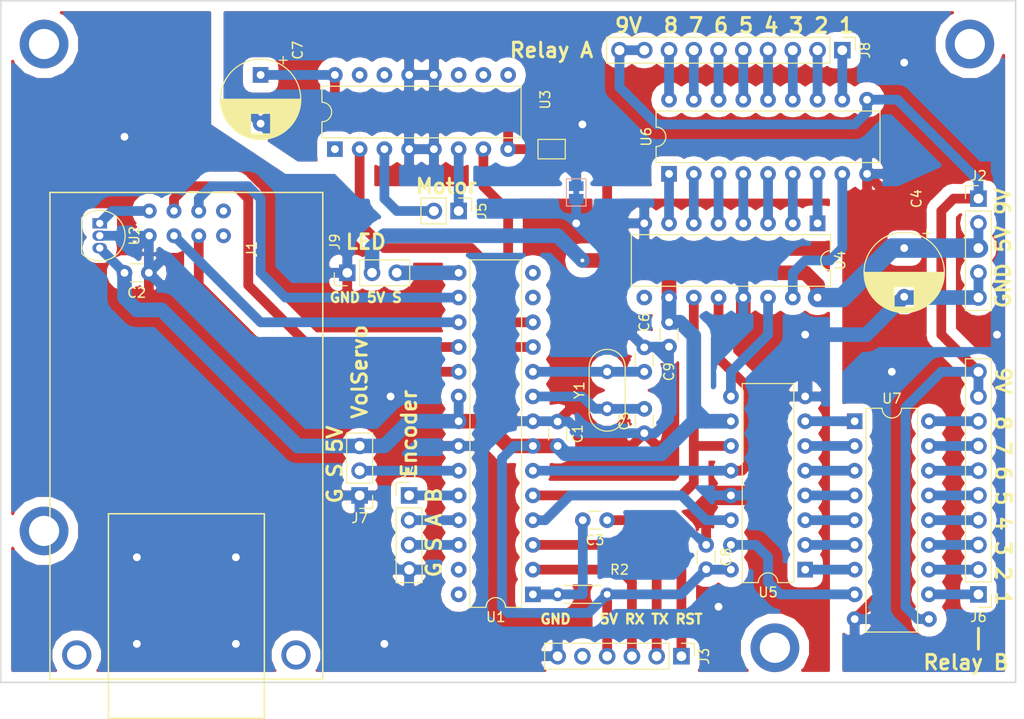
<source format=kicad_pcb>
(kicad_pcb (version 20171130) (host pcbnew 5.0.2-bee76a0~70~ubuntu16.04.1)

  (general
    (thickness 1.6)
    (drawings 18)
    (tracks 323)
    (zones 0)
    (modules 29)
    (nets 62)
  )

  (page A4)
  (layers
    (0 F.Cu signal)
    (31 B.Cu signal)
    (32 B.Adhes user)
    (33 F.Adhes user)
    (34 B.Paste user)
    (35 F.Paste user)
    (36 B.SilkS user)
    (37 F.SilkS user)
    (38 B.Mask user)
    (39 F.Mask user)
    (40 Dwgs.User user)
    (41 Cmts.User user)
    (42 Eco1.User user)
    (43 Eco2.User user)
    (44 Edge.Cuts user)
    (45 Margin user)
    (46 B.CrtYd user)
    (47 F.CrtYd user)
    (48 B.Fab user)
    (49 F.Fab user)
  )

  (setup
    (last_trace_width 1)
    (trace_clearance 0.3)
    (zone_clearance 1)
    (zone_45_only no)
    (trace_min 0.2)
    (segment_width 0.2)
    (edge_width 0.15)
    (via_size 0.8)
    (via_drill 0.4)
    (via_min_size 0.4)
    (via_min_drill 0.3)
    (uvia_size 0.3)
    (uvia_drill 0.1)
    (uvias_allowed no)
    (uvia_min_size 0.2)
    (uvia_min_drill 0.1)
    (pcb_text_width 0.3)
    (pcb_text_size 1.5 1.5)
    (mod_edge_width 0.15)
    (mod_text_size 1 1)
    (mod_text_width 0.15)
    (pad_size 1.524 1.524)
    (pad_drill 0.762)
    (pad_to_mask_clearance 0.051)
    (solder_mask_min_width 0.25)
    (aux_axis_origin 0 0)
    (visible_elements FFFFFF7F)
    (pcbplotparams
      (layerselection 0x010fc_ffffffff)
      (usegerberextensions false)
      (usegerberattributes false)
      (usegerberadvancedattributes false)
      (creategerberjobfile false)
      (excludeedgelayer true)
      (linewidth 0.100000)
      (plotframeref false)
      (viasonmask false)
      (mode 1)
      (useauxorigin false)
      (hpglpennumber 1)
      (hpglpenspeed 20)
      (hpglpendiameter 15.000000)
      (psnegative false)
      (psa4output false)
      (plotreference true)
      (plotvalue true)
      (plotinvisibletext false)
      (padsonsilk false)
      (subtractmaskfromsilk false)
      (outputformat 1)
      (mirror false)
      (drillshape 1)
      (scaleselection 1)
      (outputdirectory ""))
  )

  (net 0 "")
  (net 1 GNDD)
  (net 2 +5V)
  (net 3 RESET)
  (net 4 "Net-(C3-Pad2)")
  (net 5 "Net-(C5-Pad2)")
  (net 6 "Net-(C6-Pad2)")
  (net 7 VCC)
  (net 8 MOSI)
  (net 9 SCK)
  (net 10 SS)
  (net 11 MISO)
  (net 12 /3v3)
  (net 13 TX)
  (net 14 RX)
  (net 15 ENCODER_B)
  (net 16 ENCODER_A)
  (net 17 ENCODER_BUTTON)
  (net 18 "Net-(J5-Pad2)")
  (net 19 "Net-(J5-Pad1)")
  (net 20 +9V)
  (net 21 SERVO_SLIDER)
  (net 22 "Net-(J8-Pad1)")
  (net 23 "Net-(J8-Pad2)")
  (net 24 "Net-(J8-Pad3)")
  (net 25 "Net-(J8-Pad4)")
  (net 26 "Net-(J8-Pad5)")
  (net 27 "Net-(J8-Pad6)")
  (net 28 "Net-(J8-Pad7)")
  (net 29 "Net-(J8-Pad8)")
  (net 30 SRDATA)
  (net 31 SRCLOCK)
  (net 32 SRLATCH)
  (net 33 MOTOR_1)
  (net 34 MOTOR_2)
  (net 35 "Net-(U4-Pad1)")
  (net 36 "Net-(U4-Pad2)")
  (net 37 "Net-(U4-Pad3)")
  (net 38 "Net-(U4-Pad4)")
  (net 39 "Net-(U4-Pad5)")
  (net 40 "Net-(U4-Pad6)")
  (net 41 "Net-(U4-Pad7)")
  (net 42 "Net-(U4-Pad15)")
  (net 43 "Net-(U5-Pad15)")
  (net 44 "Net-(U5-Pad7)")
  (net 45 "Net-(U5-Pad6)")
  (net 46 "Net-(U5-Pad5)")
  (net 47 "Net-(U5-Pad4)")
  (net 48 "Net-(U5-Pad3)")
  (net 49 "Net-(U5-Pad2)")
  (net 50 "Net-(U5-Pad1)")
  (net 51 "Net-(J6-Pad8)")
  (net 52 "Net-(J6-Pad7)")
  (net 53 "Net-(J6-Pad6)")
  (net 54 "Net-(J6-Pad5)")
  (net 55 "Net-(J6-Pad4)")
  (net 56 "Net-(J6-Pad3)")
  (net 57 "Net-(J6-Pad2)")
  (net 58 "Net-(J6-Pad1)")
  (net 59 GNDPWR)
  (net 60 "Net-(U4-Pad14)")
  (net 61 "Net-(J9-Pad3)")

  (net_class Default "This is the default net class."
    (clearance 0.3)
    (trace_width 1)
    (via_dia 0.8)
    (via_drill 0.4)
    (uvia_dia 0.3)
    (uvia_drill 0.1)
    (add_net +5V)
    (add_net +9V)
    (add_net /3v3)
    (add_net ENCODER_A)
    (add_net ENCODER_B)
    (add_net ENCODER_BUTTON)
    (add_net GNDD)
    (add_net GNDPWR)
    (add_net MISO)
    (add_net MOSI)
    (add_net MOTOR_1)
    (add_net MOTOR_2)
    (add_net "Net-(C3-Pad2)")
    (add_net "Net-(C5-Pad2)")
    (add_net "Net-(C6-Pad2)")
    (add_net "Net-(J5-Pad1)")
    (add_net "Net-(J5-Pad2)")
    (add_net "Net-(J6-Pad1)")
    (add_net "Net-(J6-Pad2)")
    (add_net "Net-(J6-Pad3)")
    (add_net "Net-(J6-Pad4)")
    (add_net "Net-(J6-Pad5)")
    (add_net "Net-(J6-Pad6)")
    (add_net "Net-(J6-Pad7)")
    (add_net "Net-(J6-Pad8)")
    (add_net "Net-(J8-Pad1)")
    (add_net "Net-(J8-Pad2)")
    (add_net "Net-(J8-Pad3)")
    (add_net "Net-(J8-Pad4)")
    (add_net "Net-(J8-Pad5)")
    (add_net "Net-(J8-Pad6)")
    (add_net "Net-(J8-Pad7)")
    (add_net "Net-(J8-Pad8)")
    (add_net "Net-(J9-Pad3)")
    (add_net "Net-(U4-Pad1)")
    (add_net "Net-(U4-Pad14)")
    (add_net "Net-(U4-Pad15)")
    (add_net "Net-(U4-Pad2)")
    (add_net "Net-(U4-Pad3)")
    (add_net "Net-(U4-Pad4)")
    (add_net "Net-(U4-Pad5)")
    (add_net "Net-(U4-Pad6)")
    (add_net "Net-(U4-Pad7)")
    (add_net "Net-(U5-Pad1)")
    (add_net "Net-(U5-Pad15)")
    (add_net "Net-(U5-Pad2)")
    (add_net "Net-(U5-Pad3)")
    (add_net "Net-(U5-Pad4)")
    (add_net "Net-(U5-Pad5)")
    (add_net "Net-(U5-Pad6)")
    (add_net "Net-(U5-Pad7)")
    (add_net RESET)
    (add_net RX)
    (add_net SCK)
    (add_net SERVO_SLIDER)
    (add_net SRCLOCK)
    (add_net SRDATA)
    (add_net SRLATCH)
    (add_net SS)
    (add_net TX)
    (add_net VCC)
  )

  (module Capacitor_THT:C_Disc_D3.0mm_W1.6mm_P2.50mm (layer F.Cu) (tedit 5AE50EF0) (tstamp 5CD1AC21)
    (at 69.85 55.92 270)
    (descr "C, Disc series, Radial, pin pitch=2.50mm, , diameter*width=3.0*1.6mm^2, Capacitor, http://www.vishay.com/docs/45233/krseries.pdf")
    (tags "C Disc series Radial pin pitch 2.50mm  diameter 3.0mm width 1.6mm Capacitor")
    (path /5CD25D56)
    (fp_text reference C1 (at 1.25 -2.05 270) (layer F.SilkS)
      (effects (font (size 1 1) (thickness 0.15)))
    )
    (fp_text value 100nF (at 1.25 2.05 270) (layer F.Fab)
      (effects (font (size 1 1) (thickness 0.15)))
    )
    (fp_line (start -0.25 -0.8) (end -0.25 0.8) (layer F.Fab) (width 0.1))
    (fp_line (start -0.25 0.8) (end 2.75 0.8) (layer F.Fab) (width 0.1))
    (fp_line (start 2.75 0.8) (end 2.75 -0.8) (layer F.Fab) (width 0.1))
    (fp_line (start 2.75 -0.8) (end -0.25 -0.8) (layer F.Fab) (width 0.1))
    (fp_line (start 0.621 -0.92) (end 1.879 -0.92) (layer F.SilkS) (width 0.12))
    (fp_line (start 0.621 0.92) (end 1.879 0.92) (layer F.SilkS) (width 0.12))
    (fp_line (start -1.05 -1.05) (end -1.05 1.05) (layer F.CrtYd) (width 0.05))
    (fp_line (start -1.05 1.05) (end 3.55 1.05) (layer F.CrtYd) (width 0.05))
    (fp_line (start 3.55 1.05) (end 3.55 -1.05) (layer F.CrtYd) (width 0.05))
    (fp_line (start 3.55 -1.05) (end -1.05 -1.05) (layer F.CrtYd) (width 0.05))
    (fp_text user %R (at 1.25 0 270) (layer F.Fab)
      (effects (font (size 0.6 0.6) (thickness 0.09)))
    )
    (pad 1 thru_hole circle (at 0 0 270) (size 1.6 1.6) (drill 0.8) (layers *.Cu *.Mask)
      (net 1 GNDD))
    (pad 2 thru_hole circle (at 2.5 0 270) (size 1.6 1.6) (drill 0.8) (layers *.Cu *.Mask)
      (net 2 +5V))
    (model ${KISYS3DMOD}/Capacitor_THT.3dshapes/C_Disc_D3.0mm_W1.6mm_P2.50mm.wrl
      (at (xyz 0 0 0))
      (scale (xyz 1 1 1))
      (rotate (xyz 0 0 0))
    )
  )

  (module Capacitor_THT:C_Disc_D3.0mm_W1.6mm_P2.50mm (layer F.Cu) (tedit 5AE50EF0) (tstamp 5CE3F180)
    (at 27.9 40.64 180)
    (descr "C, Disc series, Radial, pin pitch=2.50mm, , diameter*width=3.0*1.6mm^2, Capacitor, http://www.vishay.com/docs/45233/krseries.pdf")
    (tags "C Disc series Radial pin pitch 2.50mm  diameter 3.0mm width 1.6mm Capacitor")
    (path /5CD91735)
    (fp_text reference C2 (at 1.25 -2.05 180) (layer F.SilkS)
      (effects (font (size 1 1) (thickness 0.15)))
    )
    (fp_text value 100nF (at 1.25 2.05 180) (layer F.Fab)
      (effects (font (size 1 1) (thickness 0.15)))
    )
    (fp_text user %R (at 1.25 0 180) (layer F.Fab)
      (effects (font (size 0.6 0.6) (thickness 0.09)))
    )
    (fp_line (start 3.55 -1.05) (end -1.05 -1.05) (layer F.CrtYd) (width 0.05))
    (fp_line (start 3.55 1.05) (end 3.55 -1.05) (layer F.CrtYd) (width 0.05))
    (fp_line (start -1.05 1.05) (end 3.55 1.05) (layer F.CrtYd) (width 0.05))
    (fp_line (start -1.05 -1.05) (end -1.05 1.05) (layer F.CrtYd) (width 0.05))
    (fp_line (start 0.621 0.92) (end 1.879 0.92) (layer F.SilkS) (width 0.12))
    (fp_line (start 0.621 -0.92) (end 1.879 -0.92) (layer F.SilkS) (width 0.12))
    (fp_line (start 2.75 -0.8) (end -0.25 -0.8) (layer F.Fab) (width 0.1))
    (fp_line (start 2.75 0.8) (end 2.75 -0.8) (layer F.Fab) (width 0.1))
    (fp_line (start -0.25 0.8) (end 2.75 0.8) (layer F.Fab) (width 0.1))
    (fp_line (start -0.25 -0.8) (end -0.25 0.8) (layer F.Fab) (width 0.1))
    (pad 2 thru_hole circle (at 2.5 0 180) (size 1.6 1.6) (drill 0.8) (layers *.Cu *.Mask)
      (net 2 +5V))
    (pad 1 thru_hole circle (at 0 0 180) (size 1.6 1.6) (drill 0.8) (layers *.Cu *.Mask)
      (net 1 GNDD))
    (model ${KISYS3DMOD}/Capacitor_THT.3dshapes/C_Disc_D3.0mm_W1.6mm_P2.50mm.wrl
      (at (xyz 0 0 0))
      (scale (xyz 1 1 1))
      (rotate (xyz 0 0 0))
    )
  )

  (module Capacitor_THT:C_Disc_D3.0mm_W1.6mm_P2.50mm (layer F.Cu) (tedit 5AE50EF0) (tstamp 5CD1DAF4)
    (at 74.93 66.04 180)
    (descr "C, Disc series, Radial, pin pitch=2.50mm, , diameter*width=3.0*1.6mm^2, Capacitor, http://www.vishay.com/docs/45233/krseries.pdf")
    (tags "C Disc series Radial pin pitch 2.50mm  diameter 3.0mm width 1.6mm Capacitor")
    (path /5CD3F935)
    (fp_text reference C3 (at 1.25 -2.05 180) (layer F.SilkS)
      (effects (font (size 1 1) (thickness 0.15)))
    )
    (fp_text value 100nF (at 1.25 2.05 180) (layer F.Fab)
      (effects (font (size 1 1) (thickness 0.15)))
    )
    (fp_line (start -0.25 -0.8) (end -0.25 0.8) (layer F.Fab) (width 0.1))
    (fp_line (start -0.25 0.8) (end 2.75 0.8) (layer F.Fab) (width 0.1))
    (fp_line (start 2.75 0.8) (end 2.75 -0.8) (layer F.Fab) (width 0.1))
    (fp_line (start 2.75 -0.8) (end -0.25 -0.8) (layer F.Fab) (width 0.1))
    (fp_line (start 0.621 -0.92) (end 1.879 -0.92) (layer F.SilkS) (width 0.12))
    (fp_line (start 0.621 0.92) (end 1.879 0.92) (layer F.SilkS) (width 0.12))
    (fp_line (start -1.05 -1.05) (end -1.05 1.05) (layer F.CrtYd) (width 0.05))
    (fp_line (start -1.05 1.05) (end 3.55 1.05) (layer F.CrtYd) (width 0.05))
    (fp_line (start 3.55 1.05) (end 3.55 -1.05) (layer F.CrtYd) (width 0.05))
    (fp_line (start 3.55 -1.05) (end -1.05 -1.05) (layer F.CrtYd) (width 0.05))
    (fp_text user %R (at 1.25 0 180) (layer F.Fab)
      (effects (font (size 0.6 0.6) (thickness 0.09)))
    )
    (pad 1 thru_hole circle (at 0 0 180) (size 1.6 1.6) (drill 0.8) (layers *.Cu *.Mask)
      (net 3 RESET))
    (pad 2 thru_hole circle (at 2.5 0 180) (size 1.6 1.6) (drill 0.8) (layers *.Cu *.Mask)
      (net 4 "Net-(C3-Pad2)"))
    (model ${KISYS3DMOD}/Capacitor_THT.3dshapes/C_Disc_D3.0mm_W1.6mm_P2.50mm.wrl
      (at (xyz 0 0 0))
      (scale (xyz 1 1 1))
      (rotate (xyz 0 0 0))
    )
  )

  (module Capacitor_THT:CP_Radial_D8.0mm_P5.00mm (layer F.Cu) (tedit 5AE50EF0) (tstamp 5CE40C28)
    (at 105.41 38.1 270)
    (descr "CP, Radial series, Radial, pin pitch=5.00mm, , diameter=8mm, Electrolytic Capacitor")
    (tags "CP Radial series Radial pin pitch 5.00mm  diameter 8mm Electrolytic Capacitor")
    (path /5CD3C177)
    (fp_text reference C4 (at -5.08 -1.27 270) (layer F.SilkS)
      (effects (font (size 1 1) (thickness 0.15)))
    )
    (fp_text value 100uF (at 2.5 5.25 270) (layer F.Fab)
      (effects (font (size 1 1) (thickness 0.15)))
    )
    (fp_circle (center 2.5 0) (end 6.5 0) (layer F.Fab) (width 0.1))
    (fp_circle (center 2.5 0) (end 6.62 0) (layer F.SilkS) (width 0.12))
    (fp_circle (center 2.5 0) (end 6.75 0) (layer F.CrtYd) (width 0.05))
    (fp_line (start -0.926759 -1.7475) (end -0.126759 -1.7475) (layer F.Fab) (width 0.1))
    (fp_line (start -0.526759 -2.1475) (end -0.526759 -1.3475) (layer F.Fab) (width 0.1))
    (fp_line (start 2.5 -4.08) (end 2.5 4.08) (layer F.SilkS) (width 0.12))
    (fp_line (start 2.54 -4.08) (end 2.54 4.08) (layer F.SilkS) (width 0.12))
    (fp_line (start 2.58 -4.08) (end 2.58 4.08) (layer F.SilkS) (width 0.12))
    (fp_line (start 2.62 -4.079) (end 2.62 4.079) (layer F.SilkS) (width 0.12))
    (fp_line (start 2.66 -4.077) (end 2.66 4.077) (layer F.SilkS) (width 0.12))
    (fp_line (start 2.7 -4.076) (end 2.7 4.076) (layer F.SilkS) (width 0.12))
    (fp_line (start 2.74 -4.074) (end 2.74 4.074) (layer F.SilkS) (width 0.12))
    (fp_line (start 2.78 -4.071) (end 2.78 4.071) (layer F.SilkS) (width 0.12))
    (fp_line (start 2.82 -4.068) (end 2.82 4.068) (layer F.SilkS) (width 0.12))
    (fp_line (start 2.86 -4.065) (end 2.86 4.065) (layer F.SilkS) (width 0.12))
    (fp_line (start 2.9 -4.061) (end 2.9 4.061) (layer F.SilkS) (width 0.12))
    (fp_line (start 2.94 -4.057) (end 2.94 4.057) (layer F.SilkS) (width 0.12))
    (fp_line (start 2.98 -4.052) (end 2.98 4.052) (layer F.SilkS) (width 0.12))
    (fp_line (start 3.02 -4.048) (end 3.02 4.048) (layer F.SilkS) (width 0.12))
    (fp_line (start 3.06 -4.042) (end 3.06 4.042) (layer F.SilkS) (width 0.12))
    (fp_line (start 3.1 -4.037) (end 3.1 4.037) (layer F.SilkS) (width 0.12))
    (fp_line (start 3.14 -4.03) (end 3.14 4.03) (layer F.SilkS) (width 0.12))
    (fp_line (start 3.18 -4.024) (end 3.18 4.024) (layer F.SilkS) (width 0.12))
    (fp_line (start 3.221 -4.017) (end 3.221 4.017) (layer F.SilkS) (width 0.12))
    (fp_line (start 3.261 -4.01) (end 3.261 4.01) (layer F.SilkS) (width 0.12))
    (fp_line (start 3.301 -4.002) (end 3.301 4.002) (layer F.SilkS) (width 0.12))
    (fp_line (start 3.341 -3.994) (end 3.341 3.994) (layer F.SilkS) (width 0.12))
    (fp_line (start 3.381 -3.985) (end 3.381 3.985) (layer F.SilkS) (width 0.12))
    (fp_line (start 3.421 -3.976) (end 3.421 3.976) (layer F.SilkS) (width 0.12))
    (fp_line (start 3.461 -3.967) (end 3.461 3.967) (layer F.SilkS) (width 0.12))
    (fp_line (start 3.501 -3.957) (end 3.501 3.957) (layer F.SilkS) (width 0.12))
    (fp_line (start 3.541 -3.947) (end 3.541 3.947) (layer F.SilkS) (width 0.12))
    (fp_line (start 3.581 -3.936) (end 3.581 3.936) (layer F.SilkS) (width 0.12))
    (fp_line (start 3.621 -3.925) (end 3.621 3.925) (layer F.SilkS) (width 0.12))
    (fp_line (start 3.661 -3.914) (end 3.661 3.914) (layer F.SilkS) (width 0.12))
    (fp_line (start 3.701 -3.902) (end 3.701 3.902) (layer F.SilkS) (width 0.12))
    (fp_line (start 3.741 -3.889) (end 3.741 3.889) (layer F.SilkS) (width 0.12))
    (fp_line (start 3.781 -3.877) (end 3.781 3.877) (layer F.SilkS) (width 0.12))
    (fp_line (start 3.821 -3.863) (end 3.821 3.863) (layer F.SilkS) (width 0.12))
    (fp_line (start 3.861 -3.85) (end 3.861 3.85) (layer F.SilkS) (width 0.12))
    (fp_line (start 3.901 -3.835) (end 3.901 3.835) (layer F.SilkS) (width 0.12))
    (fp_line (start 3.941 -3.821) (end 3.941 3.821) (layer F.SilkS) (width 0.12))
    (fp_line (start 3.981 -3.805) (end 3.981 -1.04) (layer F.SilkS) (width 0.12))
    (fp_line (start 3.981 1.04) (end 3.981 3.805) (layer F.SilkS) (width 0.12))
    (fp_line (start 4.021 -3.79) (end 4.021 -1.04) (layer F.SilkS) (width 0.12))
    (fp_line (start 4.021 1.04) (end 4.021 3.79) (layer F.SilkS) (width 0.12))
    (fp_line (start 4.061 -3.774) (end 4.061 -1.04) (layer F.SilkS) (width 0.12))
    (fp_line (start 4.061 1.04) (end 4.061 3.774) (layer F.SilkS) (width 0.12))
    (fp_line (start 4.101 -3.757) (end 4.101 -1.04) (layer F.SilkS) (width 0.12))
    (fp_line (start 4.101 1.04) (end 4.101 3.757) (layer F.SilkS) (width 0.12))
    (fp_line (start 4.141 -3.74) (end 4.141 -1.04) (layer F.SilkS) (width 0.12))
    (fp_line (start 4.141 1.04) (end 4.141 3.74) (layer F.SilkS) (width 0.12))
    (fp_line (start 4.181 -3.722) (end 4.181 -1.04) (layer F.SilkS) (width 0.12))
    (fp_line (start 4.181 1.04) (end 4.181 3.722) (layer F.SilkS) (width 0.12))
    (fp_line (start 4.221 -3.704) (end 4.221 -1.04) (layer F.SilkS) (width 0.12))
    (fp_line (start 4.221 1.04) (end 4.221 3.704) (layer F.SilkS) (width 0.12))
    (fp_line (start 4.261 -3.686) (end 4.261 -1.04) (layer F.SilkS) (width 0.12))
    (fp_line (start 4.261 1.04) (end 4.261 3.686) (layer F.SilkS) (width 0.12))
    (fp_line (start 4.301 -3.666) (end 4.301 -1.04) (layer F.SilkS) (width 0.12))
    (fp_line (start 4.301 1.04) (end 4.301 3.666) (layer F.SilkS) (width 0.12))
    (fp_line (start 4.341 -3.647) (end 4.341 -1.04) (layer F.SilkS) (width 0.12))
    (fp_line (start 4.341 1.04) (end 4.341 3.647) (layer F.SilkS) (width 0.12))
    (fp_line (start 4.381 -3.627) (end 4.381 -1.04) (layer F.SilkS) (width 0.12))
    (fp_line (start 4.381 1.04) (end 4.381 3.627) (layer F.SilkS) (width 0.12))
    (fp_line (start 4.421 -3.606) (end 4.421 -1.04) (layer F.SilkS) (width 0.12))
    (fp_line (start 4.421 1.04) (end 4.421 3.606) (layer F.SilkS) (width 0.12))
    (fp_line (start 4.461 -3.584) (end 4.461 -1.04) (layer F.SilkS) (width 0.12))
    (fp_line (start 4.461 1.04) (end 4.461 3.584) (layer F.SilkS) (width 0.12))
    (fp_line (start 4.501 -3.562) (end 4.501 -1.04) (layer F.SilkS) (width 0.12))
    (fp_line (start 4.501 1.04) (end 4.501 3.562) (layer F.SilkS) (width 0.12))
    (fp_line (start 4.541 -3.54) (end 4.541 -1.04) (layer F.SilkS) (width 0.12))
    (fp_line (start 4.541 1.04) (end 4.541 3.54) (layer F.SilkS) (width 0.12))
    (fp_line (start 4.581 -3.517) (end 4.581 -1.04) (layer F.SilkS) (width 0.12))
    (fp_line (start 4.581 1.04) (end 4.581 3.517) (layer F.SilkS) (width 0.12))
    (fp_line (start 4.621 -3.493) (end 4.621 -1.04) (layer F.SilkS) (width 0.12))
    (fp_line (start 4.621 1.04) (end 4.621 3.493) (layer F.SilkS) (width 0.12))
    (fp_line (start 4.661 -3.469) (end 4.661 -1.04) (layer F.SilkS) (width 0.12))
    (fp_line (start 4.661 1.04) (end 4.661 3.469) (layer F.SilkS) (width 0.12))
    (fp_line (start 4.701 -3.444) (end 4.701 -1.04) (layer F.SilkS) (width 0.12))
    (fp_line (start 4.701 1.04) (end 4.701 3.444) (layer F.SilkS) (width 0.12))
    (fp_line (start 4.741 -3.418) (end 4.741 -1.04) (layer F.SilkS) (width 0.12))
    (fp_line (start 4.741 1.04) (end 4.741 3.418) (layer F.SilkS) (width 0.12))
    (fp_line (start 4.781 -3.392) (end 4.781 -1.04) (layer F.SilkS) (width 0.12))
    (fp_line (start 4.781 1.04) (end 4.781 3.392) (layer F.SilkS) (width 0.12))
    (fp_line (start 4.821 -3.365) (end 4.821 -1.04) (layer F.SilkS) (width 0.12))
    (fp_line (start 4.821 1.04) (end 4.821 3.365) (layer F.SilkS) (width 0.12))
    (fp_line (start 4.861 -3.338) (end 4.861 -1.04) (layer F.SilkS) (width 0.12))
    (fp_line (start 4.861 1.04) (end 4.861 3.338) (layer F.SilkS) (width 0.12))
    (fp_line (start 4.901 -3.309) (end 4.901 -1.04) (layer F.SilkS) (width 0.12))
    (fp_line (start 4.901 1.04) (end 4.901 3.309) (layer F.SilkS) (width 0.12))
    (fp_line (start 4.941 -3.28) (end 4.941 -1.04) (layer F.SilkS) (width 0.12))
    (fp_line (start 4.941 1.04) (end 4.941 3.28) (layer F.SilkS) (width 0.12))
    (fp_line (start 4.981 -3.25) (end 4.981 -1.04) (layer F.SilkS) (width 0.12))
    (fp_line (start 4.981 1.04) (end 4.981 3.25) (layer F.SilkS) (width 0.12))
    (fp_line (start 5.021 -3.22) (end 5.021 -1.04) (layer F.SilkS) (width 0.12))
    (fp_line (start 5.021 1.04) (end 5.021 3.22) (layer F.SilkS) (width 0.12))
    (fp_line (start 5.061 -3.189) (end 5.061 -1.04) (layer F.SilkS) (width 0.12))
    (fp_line (start 5.061 1.04) (end 5.061 3.189) (layer F.SilkS) (width 0.12))
    (fp_line (start 5.101 -3.156) (end 5.101 -1.04) (layer F.SilkS) (width 0.12))
    (fp_line (start 5.101 1.04) (end 5.101 3.156) (layer F.SilkS) (width 0.12))
    (fp_line (start 5.141 -3.124) (end 5.141 -1.04) (layer F.SilkS) (width 0.12))
    (fp_line (start 5.141 1.04) (end 5.141 3.124) (layer F.SilkS) (width 0.12))
    (fp_line (start 5.181 -3.09) (end 5.181 -1.04) (layer F.SilkS) (width 0.12))
    (fp_line (start 5.181 1.04) (end 5.181 3.09) (layer F.SilkS) (width 0.12))
    (fp_line (start 5.221 -3.055) (end 5.221 -1.04) (layer F.SilkS) (width 0.12))
    (fp_line (start 5.221 1.04) (end 5.221 3.055) (layer F.SilkS) (width 0.12))
    (fp_line (start 5.261 -3.019) (end 5.261 -1.04) (layer F.SilkS) (width 0.12))
    (fp_line (start 5.261 1.04) (end 5.261 3.019) (layer F.SilkS) (width 0.12))
    (fp_line (start 5.301 -2.983) (end 5.301 -1.04) (layer F.SilkS) (width 0.12))
    (fp_line (start 5.301 1.04) (end 5.301 2.983) (layer F.SilkS) (width 0.12))
    (fp_line (start 5.341 -2.945) (end 5.341 -1.04) (layer F.SilkS) (width 0.12))
    (fp_line (start 5.341 1.04) (end 5.341 2.945) (layer F.SilkS) (width 0.12))
    (fp_line (start 5.381 -2.907) (end 5.381 -1.04) (layer F.SilkS) (width 0.12))
    (fp_line (start 5.381 1.04) (end 5.381 2.907) (layer F.SilkS) (width 0.12))
    (fp_line (start 5.421 -2.867) (end 5.421 -1.04) (layer F.SilkS) (width 0.12))
    (fp_line (start 5.421 1.04) (end 5.421 2.867) (layer F.SilkS) (width 0.12))
    (fp_line (start 5.461 -2.826) (end 5.461 -1.04) (layer F.SilkS) (width 0.12))
    (fp_line (start 5.461 1.04) (end 5.461 2.826) (layer F.SilkS) (width 0.12))
    (fp_line (start 5.501 -2.784) (end 5.501 -1.04) (layer F.SilkS) (width 0.12))
    (fp_line (start 5.501 1.04) (end 5.501 2.784) (layer F.SilkS) (width 0.12))
    (fp_line (start 5.541 -2.741) (end 5.541 -1.04) (layer F.SilkS) (width 0.12))
    (fp_line (start 5.541 1.04) (end 5.541 2.741) (layer F.SilkS) (width 0.12))
    (fp_line (start 5.581 -2.697) (end 5.581 -1.04) (layer F.SilkS) (width 0.12))
    (fp_line (start 5.581 1.04) (end 5.581 2.697) (layer F.SilkS) (width 0.12))
    (fp_line (start 5.621 -2.651) (end 5.621 -1.04) (layer F.SilkS) (width 0.12))
    (fp_line (start 5.621 1.04) (end 5.621 2.651) (layer F.SilkS) (width 0.12))
    (fp_line (start 5.661 -2.604) (end 5.661 -1.04) (layer F.SilkS) (width 0.12))
    (fp_line (start 5.661 1.04) (end 5.661 2.604) (layer F.SilkS) (width 0.12))
    (fp_line (start 5.701 -2.556) (end 5.701 -1.04) (layer F.SilkS) (width 0.12))
    (fp_line (start 5.701 1.04) (end 5.701 2.556) (layer F.SilkS) (width 0.12))
    (fp_line (start 5.741 -2.505) (end 5.741 -1.04) (layer F.SilkS) (width 0.12))
    (fp_line (start 5.741 1.04) (end 5.741 2.505) (layer F.SilkS) (width 0.12))
    (fp_line (start 5.781 -2.454) (end 5.781 -1.04) (layer F.SilkS) (width 0.12))
    (fp_line (start 5.781 1.04) (end 5.781 2.454) (layer F.SilkS) (width 0.12))
    (fp_line (start 5.821 -2.4) (end 5.821 -1.04) (layer F.SilkS) (width 0.12))
    (fp_line (start 5.821 1.04) (end 5.821 2.4) (layer F.SilkS) (width 0.12))
    (fp_line (start 5.861 -2.345) (end 5.861 -1.04) (layer F.SilkS) (width 0.12))
    (fp_line (start 5.861 1.04) (end 5.861 2.345) (layer F.SilkS) (width 0.12))
    (fp_line (start 5.901 -2.287) (end 5.901 -1.04) (layer F.SilkS) (width 0.12))
    (fp_line (start 5.901 1.04) (end 5.901 2.287) (layer F.SilkS) (width 0.12))
    (fp_line (start 5.941 -2.228) (end 5.941 -1.04) (layer F.SilkS) (width 0.12))
    (fp_line (start 5.941 1.04) (end 5.941 2.228) (layer F.SilkS) (width 0.12))
    (fp_line (start 5.981 -2.166) (end 5.981 -1.04) (layer F.SilkS) (width 0.12))
    (fp_line (start 5.981 1.04) (end 5.981 2.166) (layer F.SilkS) (width 0.12))
    (fp_line (start 6.021 -2.102) (end 6.021 -1.04) (layer F.SilkS) (width 0.12))
    (fp_line (start 6.021 1.04) (end 6.021 2.102) (layer F.SilkS) (width 0.12))
    (fp_line (start 6.061 -2.034) (end 6.061 2.034) (layer F.SilkS) (width 0.12))
    (fp_line (start 6.101 -1.964) (end 6.101 1.964) (layer F.SilkS) (width 0.12))
    (fp_line (start 6.141 -1.89) (end 6.141 1.89) (layer F.SilkS) (width 0.12))
    (fp_line (start 6.181 -1.813) (end 6.181 1.813) (layer F.SilkS) (width 0.12))
    (fp_line (start 6.221 -1.731) (end 6.221 1.731) (layer F.SilkS) (width 0.12))
    (fp_line (start 6.261 -1.645) (end 6.261 1.645) (layer F.SilkS) (width 0.12))
    (fp_line (start 6.301 -1.552) (end 6.301 1.552) (layer F.SilkS) (width 0.12))
    (fp_line (start 6.341 -1.453) (end 6.341 1.453) (layer F.SilkS) (width 0.12))
    (fp_line (start 6.381 -1.346) (end 6.381 1.346) (layer F.SilkS) (width 0.12))
    (fp_line (start 6.421 -1.229) (end 6.421 1.229) (layer F.SilkS) (width 0.12))
    (fp_line (start 6.461 -1.098) (end 6.461 1.098) (layer F.SilkS) (width 0.12))
    (fp_line (start 6.501 -0.948) (end 6.501 0.948) (layer F.SilkS) (width 0.12))
    (fp_line (start 6.541 -0.768) (end 6.541 0.768) (layer F.SilkS) (width 0.12))
    (fp_line (start 6.581 -0.533) (end 6.581 0.533) (layer F.SilkS) (width 0.12))
    (fp_line (start -1.909698 -2.315) (end -1.109698 -2.315) (layer F.SilkS) (width 0.12))
    (fp_line (start -1.509698 -2.715) (end -1.509698 -1.915) (layer F.SilkS) (width 0.12))
    (fp_text user %R (at 2.5 0 270) (layer F.Fab)
      (effects (font (size 1 1) (thickness 0.15)))
    )
    (pad 1 thru_hole rect (at 0 0 270) (size 1.6 1.6) (drill 0.8) (layers *.Cu *.Mask)
      (net 2 +5V))
    (pad 2 thru_hole circle (at 5 0 270) (size 1.6 1.6) (drill 0.8) (layers *.Cu *.Mask)
      (net 1 GNDD))
    (model ${KISYS3DMOD}/Capacitor_THT.3dshapes/CP_Radial_D8.0mm_P5.00mm.wrl
      (at (xyz 0 0 0))
      (scale (xyz 1 1 1))
      (rotate (xyz 0 0 0))
    )
  )

  (module Capacitor_THT:C_Disc_D3.0mm_W1.6mm_P2.50mm (layer F.Cu) (tedit 5AE50EF0) (tstamp 5CD1DE2A)
    (at 78.74 57.11 90)
    (descr "C, Disc series, Radial, pin pitch=2.50mm, , diameter*width=3.0*1.6mm^2, Capacitor, http://www.vishay.com/docs/45233/krseries.pdf")
    (tags "C Disc series Radial pin pitch 2.50mm  diameter 3.0mm width 1.6mm Capacitor")
    (path /5CD16AB1)
    (fp_text reference C5 (at 1.25 -2.05 90) (layer F.SilkS)
      (effects (font (size 1 1) (thickness 0.15)))
    )
    (fp_text value 22p (at 1.25 2.05 90) (layer F.Fab)
      (effects (font (size 1 1) (thickness 0.15)))
    )
    (fp_line (start -0.25 -0.8) (end -0.25 0.8) (layer F.Fab) (width 0.1))
    (fp_line (start -0.25 0.8) (end 2.75 0.8) (layer F.Fab) (width 0.1))
    (fp_line (start 2.75 0.8) (end 2.75 -0.8) (layer F.Fab) (width 0.1))
    (fp_line (start 2.75 -0.8) (end -0.25 -0.8) (layer F.Fab) (width 0.1))
    (fp_line (start 0.621 -0.92) (end 1.879 -0.92) (layer F.SilkS) (width 0.12))
    (fp_line (start 0.621 0.92) (end 1.879 0.92) (layer F.SilkS) (width 0.12))
    (fp_line (start -1.05 -1.05) (end -1.05 1.05) (layer F.CrtYd) (width 0.05))
    (fp_line (start -1.05 1.05) (end 3.55 1.05) (layer F.CrtYd) (width 0.05))
    (fp_line (start 3.55 1.05) (end 3.55 -1.05) (layer F.CrtYd) (width 0.05))
    (fp_line (start 3.55 -1.05) (end -1.05 -1.05) (layer F.CrtYd) (width 0.05))
    (fp_text user %R (at 1.25 0 90) (layer F.Fab)
      (effects (font (size 0.6 0.6) (thickness 0.09)))
    )
    (pad 1 thru_hole circle (at 0 0 90) (size 1.6 1.6) (drill 0.8) (layers *.Cu *.Mask)
      (net 1 GNDD))
    (pad 2 thru_hole circle (at 2.5 0 90) (size 1.6 1.6) (drill 0.8) (layers *.Cu *.Mask)
      (net 5 "Net-(C5-Pad2)"))
    (model ${KISYS3DMOD}/Capacitor_THT.3dshapes/C_Disc_D3.0mm_W1.6mm_P2.50mm.wrl
      (at (xyz 0 0 0))
      (scale (xyz 1 1 1))
      (rotate (xyz 0 0 0))
    )
  )

  (module Capacitor_THT:C_Disc_D3.0mm_W1.6mm_P2.50mm (layer F.Cu) (tedit 5AE50EF0) (tstamp 5CD1AD0E)
    (at 78.74 48.3 270)
    (descr "C, Disc series, Radial, pin pitch=2.50mm, , diameter*width=3.0*1.6mm^2, Capacitor, http://www.vishay.com/docs/45233/krseries.pdf")
    (tags "C Disc series Radial pin pitch 2.50mm  diameter 3.0mm width 1.6mm Capacitor")
    (path /5CD16B2E)
    (fp_text reference C6 (at -2.58 0 270) (layer F.SilkS)
      (effects (font (size 1 1) (thickness 0.15)))
    )
    (fp_text value 22p (at 1.25 2.05 270) (layer F.Fab)
      (effects (font (size 1 1) (thickness 0.15)))
    )
    (fp_text user %R (at 1.25 0 270) (layer F.Fab)
      (effects (font (size 0.6 0.6) (thickness 0.09)))
    )
    (fp_line (start 3.55 -1.05) (end -1.05 -1.05) (layer F.CrtYd) (width 0.05))
    (fp_line (start 3.55 1.05) (end 3.55 -1.05) (layer F.CrtYd) (width 0.05))
    (fp_line (start -1.05 1.05) (end 3.55 1.05) (layer F.CrtYd) (width 0.05))
    (fp_line (start -1.05 -1.05) (end -1.05 1.05) (layer F.CrtYd) (width 0.05))
    (fp_line (start 0.621 0.92) (end 1.879 0.92) (layer F.SilkS) (width 0.12))
    (fp_line (start 0.621 -0.92) (end 1.879 -0.92) (layer F.SilkS) (width 0.12))
    (fp_line (start 2.75 -0.8) (end -0.25 -0.8) (layer F.Fab) (width 0.1))
    (fp_line (start 2.75 0.8) (end 2.75 -0.8) (layer F.Fab) (width 0.1))
    (fp_line (start -0.25 0.8) (end 2.75 0.8) (layer F.Fab) (width 0.1))
    (fp_line (start -0.25 -0.8) (end -0.25 0.8) (layer F.Fab) (width 0.1))
    (pad 2 thru_hole circle (at 2.5 0 270) (size 1.6 1.6) (drill 0.8) (layers *.Cu *.Mask)
      (net 6 "Net-(C6-Pad2)"))
    (pad 1 thru_hole circle (at 0 0 270) (size 1.6 1.6) (drill 0.8) (layers *.Cu *.Mask)
      (net 1 GNDD))
    (model ${KISYS3DMOD}/Capacitor_THT.3dshapes/C_Disc_D3.0mm_W1.6mm_P2.50mm.wrl
      (at (xyz 0 0 0))
      (scale (xyz 1 1 1))
      (rotate (xyz 0 0 0))
    )
  )

  (module Capacitor_THT:CP_Radial_D8.0mm_P5.00mm (layer F.Cu) (tedit 5AE50EF0) (tstamp 5CD1A962)
    (at 39.37 20.32 270)
    (descr "CP, Radial series, Radial, pin pitch=5.00mm, , diameter=8mm, Electrolytic Capacitor")
    (tags "CP Radial series Radial pin pitch 5.00mm  diameter 8mm Electrolytic Capacitor")
    (path /5CDA1999)
    (fp_text reference C7 (at -2.54 -3.81 270) (layer F.SilkS)
      (effects (font (size 1 1) (thickness 0.15)))
    )
    (fp_text value 470uF (at 2.5 5.25 270) (layer F.Fab)
      (effects (font (size 1 1) (thickness 0.15)))
    )
    (fp_text user %R (at 2.5 0 270) (layer F.Fab)
      (effects (font (size 1 1) (thickness 0.15)))
    )
    (fp_line (start -1.509698 -2.715) (end -1.509698 -1.915) (layer F.SilkS) (width 0.12))
    (fp_line (start -1.909698 -2.315) (end -1.109698 -2.315) (layer F.SilkS) (width 0.12))
    (fp_line (start 6.581 -0.533) (end 6.581 0.533) (layer F.SilkS) (width 0.12))
    (fp_line (start 6.541 -0.768) (end 6.541 0.768) (layer F.SilkS) (width 0.12))
    (fp_line (start 6.501 -0.948) (end 6.501 0.948) (layer F.SilkS) (width 0.12))
    (fp_line (start 6.461 -1.098) (end 6.461 1.098) (layer F.SilkS) (width 0.12))
    (fp_line (start 6.421 -1.229) (end 6.421 1.229) (layer F.SilkS) (width 0.12))
    (fp_line (start 6.381 -1.346) (end 6.381 1.346) (layer F.SilkS) (width 0.12))
    (fp_line (start 6.341 -1.453) (end 6.341 1.453) (layer F.SilkS) (width 0.12))
    (fp_line (start 6.301 -1.552) (end 6.301 1.552) (layer F.SilkS) (width 0.12))
    (fp_line (start 6.261 -1.645) (end 6.261 1.645) (layer F.SilkS) (width 0.12))
    (fp_line (start 6.221 -1.731) (end 6.221 1.731) (layer F.SilkS) (width 0.12))
    (fp_line (start 6.181 -1.813) (end 6.181 1.813) (layer F.SilkS) (width 0.12))
    (fp_line (start 6.141 -1.89) (end 6.141 1.89) (layer F.SilkS) (width 0.12))
    (fp_line (start 6.101 -1.964) (end 6.101 1.964) (layer F.SilkS) (width 0.12))
    (fp_line (start 6.061 -2.034) (end 6.061 2.034) (layer F.SilkS) (width 0.12))
    (fp_line (start 6.021 1.04) (end 6.021 2.102) (layer F.SilkS) (width 0.12))
    (fp_line (start 6.021 -2.102) (end 6.021 -1.04) (layer F.SilkS) (width 0.12))
    (fp_line (start 5.981 1.04) (end 5.981 2.166) (layer F.SilkS) (width 0.12))
    (fp_line (start 5.981 -2.166) (end 5.981 -1.04) (layer F.SilkS) (width 0.12))
    (fp_line (start 5.941 1.04) (end 5.941 2.228) (layer F.SilkS) (width 0.12))
    (fp_line (start 5.941 -2.228) (end 5.941 -1.04) (layer F.SilkS) (width 0.12))
    (fp_line (start 5.901 1.04) (end 5.901 2.287) (layer F.SilkS) (width 0.12))
    (fp_line (start 5.901 -2.287) (end 5.901 -1.04) (layer F.SilkS) (width 0.12))
    (fp_line (start 5.861 1.04) (end 5.861 2.345) (layer F.SilkS) (width 0.12))
    (fp_line (start 5.861 -2.345) (end 5.861 -1.04) (layer F.SilkS) (width 0.12))
    (fp_line (start 5.821 1.04) (end 5.821 2.4) (layer F.SilkS) (width 0.12))
    (fp_line (start 5.821 -2.4) (end 5.821 -1.04) (layer F.SilkS) (width 0.12))
    (fp_line (start 5.781 1.04) (end 5.781 2.454) (layer F.SilkS) (width 0.12))
    (fp_line (start 5.781 -2.454) (end 5.781 -1.04) (layer F.SilkS) (width 0.12))
    (fp_line (start 5.741 1.04) (end 5.741 2.505) (layer F.SilkS) (width 0.12))
    (fp_line (start 5.741 -2.505) (end 5.741 -1.04) (layer F.SilkS) (width 0.12))
    (fp_line (start 5.701 1.04) (end 5.701 2.556) (layer F.SilkS) (width 0.12))
    (fp_line (start 5.701 -2.556) (end 5.701 -1.04) (layer F.SilkS) (width 0.12))
    (fp_line (start 5.661 1.04) (end 5.661 2.604) (layer F.SilkS) (width 0.12))
    (fp_line (start 5.661 -2.604) (end 5.661 -1.04) (layer F.SilkS) (width 0.12))
    (fp_line (start 5.621 1.04) (end 5.621 2.651) (layer F.SilkS) (width 0.12))
    (fp_line (start 5.621 -2.651) (end 5.621 -1.04) (layer F.SilkS) (width 0.12))
    (fp_line (start 5.581 1.04) (end 5.581 2.697) (layer F.SilkS) (width 0.12))
    (fp_line (start 5.581 -2.697) (end 5.581 -1.04) (layer F.SilkS) (width 0.12))
    (fp_line (start 5.541 1.04) (end 5.541 2.741) (layer F.SilkS) (width 0.12))
    (fp_line (start 5.541 -2.741) (end 5.541 -1.04) (layer F.SilkS) (width 0.12))
    (fp_line (start 5.501 1.04) (end 5.501 2.784) (layer F.SilkS) (width 0.12))
    (fp_line (start 5.501 -2.784) (end 5.501 -1.04) (layer F.SilkS) (width 0.12))
    (fp_line (start 5.461 1.04) (end 5.461 2.826) (layer F.SilkS) (width 0.12))
    (fp_line (start 5.461 -2.826) (end 5.461 -1.04) (layer F.SilkS) (width 0.12))
    (fp_line (start 5.421 1.04) (end 5.421 2.867) (layer F.SilkS) (width 0.12))
    (fp_line (start 5.421 -2.867) (end 5.421 -1.04) (layer F.SilkS) (width 0.12))
    (fp_line (start 5.381 1.04) (end 5.381 2.907) (layer F.SilkS) (width 0.12))
    (fp_line (start 5.381 -2.907) (end 5.381 -1.04) (layer F.SilkS) (width 0.12))
    (fp_line (start 5.341 1.04) (end 5.341 2.945) (layer F.SilkS) (width 0.12))
    (fp_line (start 5.341 -2.945) (end 5.341 -1.04) (layer F.SilkS) (width 0.12))
    (fp_line (start 5.301 1.04) (end 5.301 2.983) (layer F.SilkS) (width 0.12))
    (fp_line (start 5.301 -2.983) (end 5.301 -1.04) (layer F.SilkS) (width 0.12))
    (fp_line (start 5.261 1.04) (end 5.261 3.019) (layer F.SilkS) (width 0.12))
    (fp_line (start 5.261 -3.019) (end 5.261 -1.04) (layer F.SilkS) (width 0.12))
    (fp_line (start 5.221 1.04) (end 5.221 3.055) (layer F.SilkS) (width 0.12))
    (fp_line (start 5.221 -3.055) (end 5.221 -1.04) (layer F.SilkS) (width 0.12))
    (fp_line (start 5.181 1.04) (end 5.181 3.09) (layer F.SilkS) (width 0.12))
    (fp_line (start 5.181 -3.09) (end 5.181 -1.04) (layer F.SilkS) (width 0.12))
    (fp_line (start 5.141 1.04) (end 5.141 3.124) (layer F.SilkS) (width 0.12))
    (fp_line (start 5.141 -3.124) (end 5.141 -1.04) (layer F.SilkS) (width 0.12))
    (fp_line (start 5.101 1.04) (end 5.101 3.156) (layer F.SilkS) (width 0.12))
    (fp_line (start 5.101 -3.156) (end 5.101 -1.04) (layer F.SilkS) (width 0.12))
    (fp_line (start 5.061 1.04) (end 5.061 3.189) (layer F.SilkS) (width 0.12))
    (fp_line (start 5.061 -3.189) (end 5.061 -1.04) (layer F.SilkS) (width 0.12))
    (fp_line (start 5.021 1.04) (end 5.021 3.22) (layer F.SilkS) (width 0.12))
    (fp_line (start 5.021 -3.22) (end 5.021 -1.04) (layer F.SilkS) (width 0.12))
    (fp_line (start 4.981 1.04) (end 4.981 3.25) (layer F.SilkS) (width 0.12))
    (fp_line (start 4.981 -3.25) (end 4.981 -1.04) (layer F.SilkS) (width 0.12))
    (fp_line (start 4.941 1.04) (end 4.941 3.28) (layer F.SilkS) (width 0.12))
    (fp_line (start 4.941 -3.28) (end 4.941 -1.04) (layer F.SilkS) (width 0.12))
    (fp_line (start 4.901 1.04) (end 4.901 3.309) (layer F.SilkS) (width 0.12))
    (fp_line (start 4.901 -3.309) (end 4.901 -1.04) (layer F.SilkS) (width 0.12))
    (fp_line (start 4.861 1.04) (end 4.861 3.338) (layer F.SilkS) (width 0.12))
    (fp_line (start 4.861 -3.338) (end 4.861 -1.04) (layer F.SilkS) (width 0.12))
    (fp_line (start 4.821 1.04) (end 4.821 3.365) (layer F.SilkS) (width 0.12))
    (fp_line (start 4.821 -3.365) (end 4.821 -1.04) (layer F.SilkS) (width 0.12))
    (fp_line (start 4.781 1.04) (end 4.781 3.392) (layer F.SilkS) (width 0.12))
    (fp_line (start 4.781 -3.392) (end 4.781 -1.04) (layer F.SilkS) (width 0.12))
    (fp_line (start 4.741 1.04) (end 4.741 3.418) (layer F.SilkS) (width 0.12))
    (fp_line (start 4.741 -3.418) (end 4.741 -1.04) (layer F.SilkS) (width 0.12))
    (fp_line (start 4.701 1.04) (end 4.701 3.444) (layer F.SilkS) (width 0.12))
    (fp_line (start 4.701 -3.444) (end 4.701 -1.04) (layer F.SilkS) (width 0.12))
    (fp_line (start 4.661 1.04) (end 4.661 3.469) (layer F.SilkS) (width 0.12))
    (fp_line (start 4.661 -3.469) (end 4.661 -1.04) (layer F.SilkS) (width 0.12))
    (fp_line (start 4.621 1.04) (end 4.621 3.493) (layer F.SilkS) (width 0.12))
    (fp_line (start 4.621 -3.493) (end 4.621 -1.04) (layer F.SilkS) (width 0.12))
    (fp_line (start 4.581 1.04) (end 4.581 3.517) (layer F.SilkS) (width 0.12))
    (fp_line (start 4.581 -3.517) (end 4.581 -1.04) (layer F.SilkS) (width 0.12))
    (fp_line (start 4.541 1.04) (end 4.541 3.54) (layer F.SilkS) (width 0.12))
    (fp_line (start 4.541 -3.54) (end 4.541 -1.04) (layer F.SilkS) (width 0.12))
    (fp_line (start 4.501 1.04) (end 4.501 3.562) (layer F.SilkS) (width 0.12))
    (fp_line (start 4.501 -3.562) (end 4.501 -1.04) (layer F.SilkS) (width 0.12))
    (fp_line (start 4.461 1.04) (end 4.461 3.584) (layer F.SilkS) (width 0.12))
    (fp_line (start 4.461 -3.584) (end 4.461 -1.04) (layer F.SilkS) (width 0.12))
    (fp_line (start 4.421 1.04) (end 4.421 3.606) (layer F.SilkS) (width 0.12))
    (fp_line (start 4.421 -3.606) (end 4.421 -1.04) (layer F.SilkS) (width 0.12))
    (fp_line (start 4.381 1.04) (end 4.381 3.627) (layer F.SilkS) (width 0.12))
    (fp_line (start 4.381 -3.627) (end 4.381 -1.04) (layer F.SilkS) (width 0.12))
    (fp_line (start 4.341 1.04) (end 4.341 3.647) (layer F.SilkS) (width 0.12))
    (fp_line (start 4.341 -3.647) (end 4.341 -1.04) (layer F.SilkS) (width 0.12))
    (fp_line (start 4.301 1.04) (end 4.301 3.666) (layer F.SilkS) (width 0.12))
    (fp_line (start 4.301 -3.666) (end 4.301 -1.04) (layer F.SilkS) (width 0.12))
    (fp_line (start 4.261 1.04) (end 4.261 3.686) (layer F.SilkS) (width 0.12))
    (fp_line (start 4.261 -3.686) (end 4.261 -1.04) (layer F.SilkS) (width 0.12))
    (fp_line (start 4.221 1.04) (end 4.221 3.704) (layer F.SilkS) (width 0.12))
    (fp_line (start 4.221 -3.704) (end 4.221 -1.04) (layer F.SilkS) (width 0.12))
    (fp_line (start 4.181 1.04) (end 4.181 3.722) (layer F.SilkS) (width 0.12))
    (fp_line (start 4.181 -3.722) (end 4.181 -1.04) (layer F.SilkS) (width 0.12))
    (fp_line (start 4.141 1.04) (end 4.141 3.74) (layer F.SilkS) (width 0.12))
    (fp_line (start 4.141 -3.74) (end 4.141 -1.04) (layer F.SilkS) (width 0.12))
    (fp_line (start 4.101 1.04) (end 4.101 3.757) (layer F.SilkS) (width 0.12))
    (fp_line (start 4.101 -3.757) (end 4.101 -1.04) (layer F.SilkS) (width 0.12))
    (fp_line (start 4.061 1.04) (end 4.061 3.774) (layer F.SilkS) (width 0.12))
    (fp_line (start 4.061 -3.774) (end 4.061 -1.04) (layer F.SilkS) (width 0.12))
    (fp_line (start 4.021 1.04) (end 4.021 3.79) (layer F.SilkS) (width 0.12))
    (fp_line (start 4.021 -3.79) (end 4.021 -1.04) (layer F.SilkS) (width 0.12))
    (fp_line (start 3.981 1.04) (end 3.981 3.805) (layer F.SilkS) (width 0.12))
    (fp_line (start 3.981 -3.805) (end 3.981 -1.04) (layer F.SilkS) (width 0.12))
    (fp_line (start 3.941 -3.821) (end 3.941 3.821) (layer F.SilkS) (width 0.12))
    (fp_line (start 3.901 -3.835) (end 3.901 3.835) (layer F.SilkS) (width 0.12))
    (fp_line (start 3.861 -3.85) (end 3.861 3.85) (layer F.SilkS) (width 0.12))
    (fp_line (start 3.821 -3.863) (end 3.821 3.863) (layer F.SilkS) (width 0.12))
    (fp_line (start 3.781 -3.877) (end 3.781 3.877) (layer F.SilkS) (width 0.12))
    (fp_line (start 3.741 -3.889) (end 3.741 3.889) (layer F.SilkS) (width 0.12))
    (fp_line (start 3.701 -3.902) (end 3.701 3.902) (layer F.SilkS) (width 0.12))
    (fp_line (start 3.661 -3.914) (end 3.661 3.914) (layer F.SilkS) (width 0.12))
    (fp_line (start 3.621 -3.925) (end 3.621 3.925) (layer F.SilkS) (width 0.12))
    (fp_line (start 3.581 -3.936) (end 3.581 3.936) (layer F.SilkS) (width 0.12))
    (fp_line (start 3.541 -3.947) (end 3.541 3.947) (layer F.SilkS) (width 0.12))
    (fp_line (start 3.501 -3.957) (end 3.501 3.957) (layer F.SilkS) (width 0.12))
    (fp_line (start 3.461 -3.967) (end 3.461 3.967) (layer F.SilkS) (width 0.12))
    (fp_line (start 3.421 -3.976) (end 3.421 3.976) (layer F.SilkS) (width 0.12))
    (fp_line (start 3.381 -3.985) (end 3.381 3.985) (layer F.SilkS) (width 0.12))
    (fp_line (start 3.341 -3.994) (end 3.341 3.994) (layer F.SilkS) (width 0.12))
    (fp_line (start 3.301 -4.002) (end 3.301 4.002) (layer F.SilkS) (width 0.12))
    (fp_line (start 3.261 -4.01) (end 3.261 4.01) (layer F.SilkS) (width 0.12))
    (fp_line (start 3.221 -4.017) (end 3.221 4.017) (layer F.SilkS) (width 0.12))
    (fp_line (start 3.18 -4.024) (end 3.18 4.024) (layer F.SilkS) (width 0.12))
    (fp_line (start 3.14 -4.03) (end 3.14 4.03) (layer F.SilkS) (width 0.12))
    (fp_line (start 3.1 -4.037) (end 3.1 4.037) (layer F.SilkS) (width 0.12))
    (fp_line (start 3.06 -4.042) (end 3.06 4.042) (layer F.SilkS) (width 0.12))
    (fp_line (start 3.02 -4.048) (end 3.02 4.048) (layer F.SilkS) (width 0.12))
    (fp_line (start 2.98 -4.052) (end 2.98 4.052) (layer F.SilkS) (width 0.12))
    (fp_line (start 2.94 -4.057) (end 2.94 4.057) (layer F.SilkS) (width 0.12))
    (fp_line (start 2.9 -4.061) (end 2.9 4.061) (layer F.SilkS) (width 0.12))
    (fp_line (start 2.86 -4.065) (end 2.86 4.065) (layer F.SilkS) (width 0.12))
    (fp_line (start 2.82 -4.068) (end 2.82 4.068) (layer F.SilkS) (width 0.12))
    (fp_line (start 2.78 -4.071) (end 2.78 4.071) (layer F.SilkS) (width 0.12))
    (fp_line (start 2.74 -4.074) (end 2.74 4.074) (layer F.SilkS) (width 0.12))
    (fp_line (start 2.7 -4.076) (end 2.7 4.076) (layer F.SilkS) (width 0.12))
    (fp_line (start 2.66 -4.077) (end 2.66 4.077) (layer F.SilkS) (width 0.12))
    (fp_line (start 2.62 -4.079) (end 2.62 4.079) (layer F.SilkS) (width 0.12))
    (fp_line (start 2.58 -4.08) (end 2.58 4.08) (layer F.SilkS) (width 0.12))
    (fp_line (start 2.54 -4.08) (end 2.54 4.08) (layer F.SilkS) (width 0.12))
    (fp_line (start 2.5 -4.08) (end 2.5 4.08) (layer F.SilkS) (width 0.12))
    (fp_line (start -0.526759 -2.1475) (end -0.526759 -1.3475) (layer F.Fab) (width 0.1))
    (fp_line (start -0.926759 -1.7475) (end -0.126759 -1.7475) (layer F.Fab) (width 0.1))
    (fp_circle (center 2.5 0) (end 6.75 0) (layer F.CrtYd) (width 0.05))
    (fp_circle (center 2.5 0) (end 6.62 0) (layer F.SilkS) (width 0.12))
    (fp_circle (center 2.5 0) (end 6.5 0) (layer F.Fab) (width 0.1))
    (pad 2 thru_hole circle (at 5 0 270) (size 1.6 1.6) (drill 0.8) (layers *.Cu *.Mask)
      (net 59 GNDPWR))
    (pad 1 thru_hole rect (at 0 0 270) (size 1.6 1.6) (drill 0.8) (layers *.Cu *.Mask)
      (net 7 VCC))
    (model ${KISYS3DMOD}/Capacitor_THT.3dshapes/CP_Radial_D8.0mm_P5.00mm.wrl
      (at (xyz 0 0 0))
      (scale (xyz 1 1 1))
      (rotate (xyz 0 0 0))
    )
  )

  (module Capacitor_THT:C_Disc_D3.0mm_W1.6mm_P2.50mm (layer F.Cu) (tedit 5AE50EF0) (tstamp 5CE425C1)
    (at 85.09 68.58 270)
    (descr "C, Disc series, Radial, pin pitch=2.50mm, , diameter*width=3.0*1.6mm^2, Capacitor, http://www.vishay.com/docs/45233/krseries.pdf")
    (tags "C Disc series Radial pin pitch 2.50mm  diameter 3.0mm width 1.6mm Capacitor")
    (path /5CD250AE)
    (fp_text reference C8 (at 1.25 -2.05 270) (layer F.SilkS)
      (effects (font (size 1 1) (thickness 0.15)))
    )
    (fp_text value 100nF (at 1.25 2.05 270) (layer F.Fab)
      (effects (font (size 1 1) (thickness 0.15)))
    )
    (fp_text user %R (at 1.25 0 270) (layer F.Fab)
      (effects (font (size 0.6 0.6) (thickness 0.09)))
    )
    (fp_line (start 3.55 -1.05) (end -1.05 -1.05) (layer F.CrtYd) (width 0.05))
    (fp_line (start 3.55 1.05) (end 3.55 -1.05) (layer F.CrtYd) (width 0.05))
    (fp_line (start -1.05 1.05) (end 3.55 1.05) (layer F.CrtYd) (width 0.05))
    (fp_line (start -1.05 -1.05) (end -1.05 1.05) (layer F.CrtYd) (width 0.05))
    (fp_line (start 0.621 0.92) (end 1.879 0.92) (layer F.SilkS) (width 0.12))
    (fp_line (start 0.621 -0.92) (end 1.879 -0.92) (layer F.SilkS) (width 0.12))
    (fp_line (start 2.75 -0.8) (end -0.25 -0.8) (layer F.Fab) (width 0.1))
    (fp_line (start 2.75 0.8) (end 2.75 -0.8) (layer F.Fab) (width 0.1))
    (fp_line (start -0.25 0.8) (end 2.75 0.8) (layer F.Fab) (width 0.1))
    (fp_line (start -0.25 -0.8) (end -0.25 0.8) (layer F.Fab) (width 0.1))
    (pad 2 thru_hole circle (at 2.5 0 270) (size 1.6 1.6) (drill 0.8) (layers *.Cu *.Mask)
      (net 2 +5V))
    (pad 1 thru_hole circle (at 0 0 270) (size 1.6 1.6) (drill 0.8) (layers *.Cu *.Mask)
      (net 1 GNDD))
    (model ${KISYS3DMOD}/Capacitor_THT.3dshapes/C_Disc_D3.0mm_W1.6mm_P2.50mm.wrl
      (at (xyz 0 0 0))
      (scale (xyz 1 1 1))
      (rotate (xyz 0 0 0))
    )
  )

  (module Capacitor_THT:C_Disc_D3.0mm_W1.6mm_P2.50mm (layer F.Cu) (tedit 5AE50EF0) (tstamp 5CE426C6)
    (at 81.28 48.22 90)
    (descr "C, Disc series, Radial, pin pitch=2.50mm, , diameter*width=3.0*1.6mm^2, Capacitor, http://www.vishay.com/docs/45233/krseries.pdf")
    (tags "C Disc series Radial pin pitch 2.50mm  diameter 3.0mm width 1.6mm Capacitor")
    (path /5CD239F2)
    (fp_text reference C9 (at -2.58 0 90) (layer F.SilkS)
      (effects (font (size 1 1) (thickness 0.15)))
    )
    (fp_text value 100nF (at 1.25 2.05 90) (layer F.Fab)
      (effects (font (size 1 1) (thickness 0.15)))
    )
    (fp_line (start -0.25 -0.8) (end -0.25 0.8) (layer F.Fab) (width 0.1))
    (fp_line (start -0.25 0.8) (end 2.75 0.8) (layer F.Fab) (width 0.1))
    (fp_line (start 2.75 0.8) (end 2.75 -0.8) (layer F.Fab) (width 0.1))
    (fp_line (start 2.75 -0.8) (end -0.25 -0.8) (layer F.Fab) (width 0.1))
    (fp_line (start 0.621 -0.92) (end 1.879 -0.92) (layer F.SilkS) (width 0.12))
    (fp_line (start 0.621 0.92) (end 1.879 0.92) (layer F.SilkS) (width 0.12))
    (fp_line (start -1.05 -1.05) (end -1.05 1.05) (layer F.CrtYd) (width 0.05))
    (fp_line (start -1.05 1.05) (end 3.55 1.05) (layer F.CrtYd) (width 0.05))
    (fp_line (start 3.55 1.05) (end 3.55 -1.05) (layer F.CrtYd) (width 0.05))
    (fp_line (start 3.55 -1.05) (end -1.05 -1.05) (layer F.CrtYd) (width 0.05))
    (fp_text user %R (at 1.25 0 90) (layer F.Fab)
      (effects (font (size 0.6 0.6) (thickness 0.09)))
    )
    (pad 1 thru_hole circle (at 0 0 90) (size 1.6 1.6) (drill 0.8) (layers *.Cu *.Mask)
      (net 1 GNDD))
    (pad 2 thru_hole circle (at 2.5 0 90) (size 1.6 1.6) (drill 0.8) (layers *.Cu *.Mask)
      (net 2 +5V))
    (model ${KISYS3DMOD}/Capacitor_THT.3dshapes/C_Disc_D3.0mm_W1.6mm_P2.50mm.wrl
      (at (xyz 0 0 0))
      (scale (xyz 1 1 1))
      (rotate (xyz 0 0 0))
    )
  )

  (module Connector_PinHeader_2.54mm:PinHeader_1x06_P2.54mm_Vertical (layer F.Cu) (tedit 59FED5CC) (tstamp 5CD1D96C)
    (at 82.55 80.01 270)
    (descr "Through hole straight pin header, 1x06, 2.54mm pitch, single row")
    (tags "Through hole pin header THT 1x06 2.54mm single row")
    (path /5CD43722)
    (fp_text reference J3 (at 0 -2.33 270) (layer F.SilkS)
      (effects (font (size 1 1) (thickness 0.15)))
    )
    (fp_text value Serial (at 0 15.03 270) (layer F.Fab)
      (effects (font (size 1 1) (thickness 0.15)))
    )
    (fp_line (start -0.635 -1.27) (end 1.27 -1.27) (layer F.Fab) (width 0.1))
    (fp_line (start 1.27 -1.27) (end 1.27 13.97) (layer F.Fab) (width 0.1))
    (fp_line (start 1.27 13.97) (end -1.27 13.97) (layer F.Fab) (width 0.1))
    (fp_line (start -1.27 13.97) (end -1.27 -0.635) (layer F.Fab) (width 0.1))
    (fp_line (start -1.27 -0.635) (end -0.635 -1.27) (layer F.Fab) (width 0.1))
    (fp_line (start -1.33 14.03) (end 1.33 14.03) (layer F.SilkS) (width 0.12))
    (fp_line (start -1.33 1.27) (end -1.33 14.03) (layer F.SilkS) (width 0.12))
    (fp_line (start 1.33 1.27) (end 1.33 14.03) (layer F.SilkS) (width 0.12))
    (fp_line (start -1.33 1.27) (end 1.33 1.27) (layer F.SilkS) (width 0.12))
    (fp_line (start -1.33 0) (end -1.33 -1.33) (layer F.SilkS) (width 0.12))
    (fp_line (start -1.33 -1.33) (end 0 -1.33) (layer F.SilkS) (width 0.12))
    (fp_line (start -1.8 -1.8) (end -1.8 14.5) (layer F.CrtYd) (width 0.05))
    (fp_line (start -1.8 14.5) (end 1.8 14.5) (layer F.CrtYd) (width 0.05))
    (fp_line (start 1.8 14.5) (end 1.8 -1.8) (layer F.CrtYd) (width 0.05))
    (fp_line (start 1.8 -1.8) (end -1.8 -1.8) (layer F.CrtYd) (width 0.05))
    (fp_text user %R (at 0 6.35) (layer F.Fab)
      (effects (font (size 1 1) (thickness 0.15)))
    )
    (pad 1 thru_hole rect (at 0 0 270) (size 1.7 1.7) (drill 1) (layers *.Cu *.Mask)
      (net 3 RESET))
    (pad 2 thru_hole oval (at 0 2.54 270) (size 1.7 1.7) (drill 1) (layers *.Cu *.Mask)
      (net 13 TX))
    (pad 3 thru_hole oval (at 0 5.08 270) (size 1.7 1.7) (drill 1) (layers *.Cu *.Mask)
      (net 14 RX))
    (pad 4 thru_hole oval (at 0 7.62 270) (size 1.7 1.7) (drill 1) (layers *.Cu *.Mask)
      (net 2 +5V))
    (pad 5 thru_hole oval (at 0 10.16 270) (size 1.7 1.7) (drill 1) (layers *.Cu *.Mask))
    (pad 6 thru_hole oval (at 0 12.7 270) (size 1.7 1.7) (drill 1) (layers *.Cu *.Mask)
      (net 1 GNDD))
    (model ${KISYS3DMOD}/Connector_PinHeader_2.54mm.3dshapes/PinHeader_1x06_P2.54mm_Vertical.wrl
      (at (xyz 0 0 0))
      (scale (xyz 1 1 1))
      (rotate (xyz 0 0 0))
    )
  )

  (module Connector_PinHeader_2.54mm:PinHeader_1x04_P2.54mm_Vertical (layer F.Cu) (tedit 59FED5CC) (tstamp 5CD1AE3F)
    (at 54.61 63.5)
    (descr "Through hole straight pin header, 1x04, 2.54mm pitch, single row")
    (tags "Through hole pin header THT 1x04 2.54mm single row")
    (path /5CE19110)
    (fp_text reference J4 (at 0 -2.33) (layer F.SilkS)
      (effects (font (size 1 1) (thickness 0.15)))
    )
    (fp_text value Conn_Encoder (at 0 9.95) (layer F.Fab)
      (effects (font (size 1 1) (thickness 0.15)))
    )
    (fp_line (start -0.635 -1.27) (end 1.27 -1.27) (layer F.Fab) (width 0.1))
    (fp_line (start 1.27 -1.27) (end 1.27 8.89) (layer F.Fab) (width 0.1))
    (fp_line (start 1.27 8.89) (end -1.27 8.89) (layer F.Fab) (width 0.1))
    (fp_line (start -1.27 8.89) (end -1.27 -0.635) (layer F.Fab) (width 0.1))
    (fp_line (start -1.27 -0.635) (end -0.635 -1.27) (layer F.Fab) (width 0.1))
    (fp_line (start -1.33 8.95) (end 1.33 8.95) (layer F.SilkS) (width 0.12))
    (fp_line (start -1.33 1.27) (end -1.33 8.95) (layer F.SilkS) (width 0.12))
    (fp_line (start 1.33 1.27) (end 1.33 8.95) (layer F.SilkS) (width 0.12))
    (fp_line (start -1.33 1.27) (end 1.33 1.27) (layer F.SilkS) (width 0.12))
    (fp_line (start -1.33 0) (end -1.33 -1.33) (layer F.SilkS) (width 0.12))
    (fp_line (start -1.33 -1.33) (end 0 -1.33) (layer F.SilkS) (width 0.12))
    (fp_line (start -1.8 -1.8) (end -1.8 9.4) (layer F.CrtYd) (width 0.05))
    (fp_line (start -1.8 9.4) (end 1.8 9.4) (layer F.CrtYd) (width 0.05))
    (fp_line (start 1.8 9.4) (end 1.8 -1.8) (layer F.CrtYd) (width 0.05))
    (fp_line (start 1.8 -1.8) (end -1.8 -1.8) (layer F.CrtYd) (width 0.05))
    (fp_text user %R (at 0 3.81 90) (layer F.Fab)
      (effects (font (size 1 1) (thickness 0.15)))
    )
    (pad 1 thru_hole rect (at 0 0) (size 1.7 1.7) (drill 1) (layers *.Cu *.Mask)
      (net 15 ENCODER_B))
    (pad 2 thru_hole oval (at 0 2.54) (size 1.7 1.7) (drill 1) (layers *.Cu *.Mask)
      (net 16 ENCODER_A))
    (pad 3 thru_hole oval (at 0 5.08) (size 1.7 1.7) (drill 1) (layers *.Cu *.Mask)
      (net 17 ENCODER_BUTTON))
    (pad 4 thru_hole oval (at 0 7.62) (size 1.7 1.7) (drill 1) (layers *.Cu *.Mask)
      (net 1 GNDD))
    (model ${KISYS3DMOD}/Connector_PinHeader_2.54mm.3dshapes/PinHeader_1x04_P2.54mm_Vertical.wrl
      (at (xyz 0 0 0))
      (scale (xyz 1 1 1))
      (rotate (xyz 0 0 0))
    )
  )

  (module Connector_PinHeader_2.54mm:PinHeader_1x02_P2.54mm_Vertical (layer F.Cu) (tedit 59FED5CC) (tstamp 5CD1AE55)
    (at 59.69 34.29 270)
    (descr "Through hole straight pin header, 1x02, 2.54mm pitch, single row")
    (tags "Through hole pin header THT 1x02 2.54mm single row")
    (path /5CD323EC)
    (fp_text reference J5 (at 0 -2.33 270) (layer F.SilkS)
      (effects (font (size 1 1) (thickness 0.15)))
    )
    (fp_text value Conn_Motor (at 0 4.87 270) (layer F.Fab)
      (effects (font (size 1 1) (thickness 0.15)))
    )
    (fp_text user %R (at 0 1.27) (layer F.Fab)
      (effects (font (size 1 1) (thickness 0.15)))
    )
    (fp_line (start 1.8 -1.8) (end -1.8 -1.8) (layer F.CrtYd) (width 0.05))
    (fp_line (start 1.8 4.35) (end 1.8 -1.8) (layer F.CrtYd) (width 0.05))
    (fp_line (start -1.8 4.35) (end 1.8 4.35) (layer F.CrtYd) (width 0.05))
    (fp_line (start -1.8 -1.8) (end -1.8 4.35) (layer F.CrtYd) (width 0.05))
    (fp_line (start -1.33 -1.33) (end 0 -1.33) (layer F.SilkS) (width 0.12))
    (fp_line (start -1.33 0) (end -1.33 -1.33) (layer F.SilkS) (width 0.12))
    (fp_line (start -1.33 1.27) (end 1.33 1.27) (layer F.SilkS) (width 0.12))
    (fp_line (start 1.33 1.27) (end 1.33 3.87) (layer F.SilkS) (width 0.12))
    (fp_line (start -1.33 1.27) (end -1.33 3.87) (layer F.SilkS) (width 0.12))
    (fp_line (start -1.33 3.87) (end 1.33 3.87) (layer F.SilkS) (width 0.12))
    (fp_line (start -1.27 -0.635) (end -0.635 -1.27) (layer F.Fab) (width 0.1))
    (fp_line (start -1.27 3.81) (end -1.27 -0.635) (layer F.Fab) (width 0.1))
    (fp_line (start 1.27 3.81) (end -1.27 3.81) (layer F.Fab) (width 0.1))
    (fp_line (start 1.27 -1.27) (end 1.27 3.81) (layer F.Fab) (width 0.1))
    (fp_line (start -0.635 -1.27) (end 1.27 -1.27) (layer F.Fab) (width 0.1))
    (pad 2 thru_hole oval (at 0 2.54 270) (size 1.7 1.7) (drill 1) (layers *.Cu *.Mask)
      (net 18 "Net-(J5-Pad2)"))
    (pad 1 thru_hole rect (at 0 0 270) (size 1.7 1.7) (drill 1) (layers *.Cu *.Mask)
      (net 19 "Net-(J5-Pad1)"))
    (model ${KISYS3DMOD}/Connector_PinHeader_2.54mm.3dshapes/PinHeader_1x02_P2.54mm_Vertical.wrl
      (at (xyz 0 0 0))
      (scale (xyz 1 1 1))
      (rotate (xyz 0 0 0))
    )
  )

  (module Connector_PinHeader_2.54mm:PinHeader_1x03_P2.54mm_Vertical (layer F.Cu) (tedit 59FED5CC) (tstamp 5CD1AE82)
    (at 49.53 63.5 180)
    (descr "Through hole straight pin header, 1x03, 2.54mm pitch, single row")
    (tags "Through hole pin header THT 1x03 2.54mm single row")
    (path /5CE08F51)
    (fp_text reference J7 (at 0 -2.33 180) (layer F.SilkS)
      (effects (font (size 1 1) (thickness 0.15)))
    )
    (fp_text value Conn_Servo_Poti (at 0 7.41 180) (layer F.Fab)
      (effects (font (size 1 1) (thickness 0.15)))
    )
    (fp_line (start -0.635 -1.27) (end 1.27 -1.27) (layer F.Fab) (width 0.1))
    (fp_line (start 1.27 -1.27) (end 1.27 6.35) (layer F.Fab) (width 0.1))
    (fp_line (start 1.27 6.35) (end -1.27 6.35) (layer F.Fab) (width 0.1))
    (fp_line (start -1.27 6.35) (end -1.27 -0.635) (layer F.Fab) (width 0.1))
    (fp_line (start -1.27 -0.635) (end -0.635 -1.27) (layer F.Fab) (width 0.1))
    (fp_line (start -1.33 6.41) (end 1.33 6.41) (layer F.SilkS) (width 0.12))
    (fp_line (start -1.33 1.27) (end -1.33 6.41) (layer F.SilkS) (width 0.12))
    (fp_line (start 1.33 1.27) (end 1.33 6.41) (layer F.SilkS) (width 0.12))
    (fp_line (start -1.33 1.27) (end 1.33 1.27) (layer F.SilkS) (width 0.12))
    (fp_line (start -1.33 0) (end -1.33 -1.33) (layer F.SilkS) (width 0.12))
    (fp_line (start -1.33 -1.33) (end 0 -1.33) (layer F.SilkS) (width 0.12))
    (fp_line (start -1.8 -1.8) (end -1.8 6.85) (layer F.CrtYd) (width 0.05))
    (fp_line (start -1.8 6.85) (end 1.8 6.85) (layer F.CrtYd) (width 0.05))
    (fp_line (start 1.8 6.85) (end 1.8 -1.8) (layer F.CrtYd) (width 0.05))
    (fp_line (start 1.8 -1.8) (end -1.8 -1.8) (layer F.CrtYd) (width 0.05))
    (fp_text user %R (at 0 2.54 270) (layer F.Fab)
      (effects (font (size 1 1) (thickness 0.15)))
    )
    (pad 1 thru_hole rect (at 0 0 180) (size 1.7 1.7) (drill 1) (layers *.Cu *.Mask)
      (net 1 GNDD))
    (pad 2 thru_hole oval (at 0 2.54 180) (size 1.7 1.7) (drill 1) (layers *.Cu *.Mask)
      (net 21 SERVO_SLIDER))
    (pad 3 thru_hole oval (at 0 5.08 180) (size 1.7 1.7) (drill 1) (layers *.Cu *.Mask)
      (net 2 +5V))
    (model ${KISYS3DMOD}/Connector_PinHeader_2.54mm.3dshapes/PinHeader_1x03_P2.54mm_Vertical.wrl
      (at (xyz 0 0 0))
      (scale (xyz 1 1 1))
      (rotate (xyz 0 0 0))
    )
  )

  (module Jumper:SolderJumper-2_P1.3mm_Bridged_Pad1.0x1.5mm (layer F.Cu) (tedit 5D514AAE) (tstamp 5CD1AECA)
    (at 69.23 27.94 180)
    (descr "SMD Solder Jumper, 1x1.5mm Pads, 0.3mm gap, bridged with 1 copper strip")
    (tags "solder jumper open")
    (path /5CDBB9F4)
    (attr virtual)
    (fp_text reference JP1 (at 0 -1.8 180) (layer F.SilkS) hide
      (effects (font (size 1 1) (thickness 0.15)))
    )
    (fp_text value SolderJumper_5V_VCC (at 0 1.9 180) (layer F.Fab)
      (effects (font (size 1 1) (thickness 0.15)))
    )
    (fp_line (start -1.4 1) (end -1.4 -1) (layer F.SilkS) (width 0.12))
    (fp_line (start 1.4 1) (end -1.4 1) (layer F.SilkS) (width 0.12))
    (fp_line (start 1.4 -1) (end 1.4 1) (layer F.SilkS) (width 0.12))
    (fp_line (start -1.4 -1) (end 1.4 -1) (layer F.SilkS) (width 0.12))
    (fp_line (start -1.65 -1.25) (end 1.65 -1.25) (layer F.CrtYd) (width 0.05))
    (fp_line (start -1.65 -1.25) (end -1.65 1.25) (layer F.CrtYd) (width 0.05))
    (fp_line (start 1.65 1.25) (end 1.65 -1.25) (layer F.CrtYd) (width 0.05))
    (fp_line (start 1.65 1.25) (end -1.65 1.25) (layer F.CrtYd) (width 0.05))
    (pad 1 smd custom (at -0.65 0 180) (size 1 1.5) (layers F.Cu F.Mask)
      (net 2 +5V)
      (options (clearance outline) (anchor rect))
      (primitives
        (gr_poly (pts
           (xy 0.4 -0.3) (xy 0.9 -0.3) (xy 0.9 0.3) (xy 0.4 0.3)) (width 0))
      ))
    (pad 2 smd rect (at 0.65 0 180) (size 1 1.5) (layers F.Cu F.Mask)
      (net 7 VCC))
  )

  (module Resistor_THT:R_Axial_DIN0204_L3.6mm_D1.6mm_P5.08mm_Horizontal (layer F.Cu) (tedit 5AE5139B) (tstamp 5CD1AEFE)
    (at 74.93 73.66 180)
    (descr "Resistor, Axial_DIN0204 series, Axial, Horizontal, pin pitch=5.08mm, 0.167W, length*diameter=3.6*1.6mm^2, http://cdn-reichelt.de/documents/datenblatt/B400/1_4W%23YAG.pdf")
    (tags "Resistor Axial_DIN0204 series Axial Horizontal pin pitch 5.08mm 0.167W length 3.6mm diameter 1.6mm")
    (path /5CD153B9)
    (fp_text reference R2 (at -1.27 2.54 180) (layer F.SilkS)
      (effects (font (size 1 1) (thickness 0.15)))
    )
    (fp_text value 100k (at 2.54 1.92 180) (layer F.Fab)
      (effects (font (size 1 1) (thickness 0.15)))
    )
    (fp_line (start 0.74 -0.8) (end 0.74 0.8) (layer F.Fab) (width 0.1))
    (fp_line (start 0.74 0.8) (end 4.34 0.8) (layer F.Fab) (width 0.1))
    (fp_line (start 4.34 0.8) (end 4.34 -0.8) (layer F.Fab) (width 0.1))
    (fp_line (start 4.34 -0.8) (end 0.74 -0.8) (layer F.Fab) (width 0.1))
    (fp_line (start 0 0) (end 0.74 0) (layer F.Fab) (width 0.1))
    (fp_line (start 5.08 0) (end 4.34 0) (layer F.Fab) (width 0.1))
    (fp_line (start 0.62 -0.92) (end 4.46 -0.92) (layer F.SilkS) (width 0.12))
    (fp_line (start 0.62 0.92) (end 4.46 0.92) (layer F.SilkS) (width 0.12))
    (fp_line (start -0.95 -1.05) (end -0.95 1.05) (layer F.CrtYd) (width 0.05))
    (fp_line (start -0.95 1.05) (end 6.03 1.05) (layer F.CrtYd) (width 0.05))
    (fp_line (start 6.03 1.05) (end 6.03 -1.05) (layer F.CrtYd) (width 0.05))
    (fp_line (start 6.03 -1.05) (end -0.95 -1.05) (layer F.CrtYd) (width 0.05))
    (fp_text user %R (at 2.54 0 180) (layer F.Fab)
      (effects (font (size 0.72 0.72) (thickness 0.108)))
    )
    (pad 1 thru_hole circle (at 0 0 180) (size 1.4 1.4) (drill 0.7) (layers *.Cu *.Mask)
      (net 2 +5V))
    (pad 2 thru_hole oval (at 5.08 0 180) (size 1.4 1.4) (drill 0.7) (layers *.Cu *.Mask)
      (net 4 "Net-(C3-Pad2)"))
    (model ${KISYS3DMOD}/Resistor_THT.3dshapes/R_Axial_DIN0204_L3.6mm_D1.6mm_P5.08mm_Horizontal.wrl
      (at (xyz 0 0 0))
      (scale (xyz 1 1 1))
      (rotate (xyz 0 0 0))
    )
  )

  (module Package_DIP:DIP-28_W7.62mm (layer F.Cu) (tedit 5A02E8C5) (tstamp 5CD1AF41)
    (at 67.31 73.66 180)
    (descr "28-lead though-hole mounted DIP package, row spacing 7.62 mm (300 mils)")
    (tags "THT DIP DIL PDIP 2.54mm 7.62mm 300mil")
    (path /5CD141F3)
    (fp_text reference U1 (at 3.81 -2.33 180) (layer F.SilkS)
      (effects (font (size 1 1) (thickness 0.15)))
    )
    (fp_text value ATmega328P-PU (at 3.81 35.35 180) (layer F.Fab)
      (effects (font (size 1 1) (thickness 0.15)))
    )
    (fp_arc (start 3.81 -1.33) (end 2.81 -1.33) (angle -180) (layer F.SilkS) (width 0.12))
    (fp_line (start 1.635 -1.27) (end 6.985 -1.27) (layer F.Fab) (width 0.1))
    (fp_line (start 6.985 -1.27) (end 6.985 34.29) (layer F.Fab) (width 0.1))
    (fp_line (start 6.985 34.29) (end 0.635 34.29) (layer F.Fab) (width 0.1))
    (fp_line (start 0.635 34.29) (end 0.635 -0.27) (layer F.Fab) (width 0.1))
    (fp_line (start 0.635 -0.27) (end 1.635 -1.27) (layer F.Fab) (width 0.1))
    (fp_line (start 2.81 -1.33) (end 1.16 -1.33) (layer F.SilkS) (width 0.12))
    (fp_line (start 1.16 -1.33) (end 1.16 34.35) (layer F.SilkS) (width 0.12))
    (fp_line (start 1.16 34.35) (end 6.46 34.35) (layer F.SilkS) (width 0.12))
    (fp_line (start 6.46 34.35) (end 6.46 -1.33) (layer F.SilkS) (width 0.12))
    (fp_line (start 6.46 -1.33) (end 4.81 -1.33) (layer F.SilkS) (width 0.12))
    (fp_line (start -1.1 -1.55) (end -1.1 34.55) (layer F.CrtYd) (width 0.05))
    (fp_line (start -1.1 34.55) (end 8.7 34.55) (layer F.CrtYd) (width 0.05))
    (fp_line (start 8.7 34.55) (end 8.7 -1.55) (layer F.CrtYd) (width 0.05))
    (fp_line (start 8.7 -1.55) (end -1.1 -1.55) (layer F.CrtYd) (width 0.05))
    (fp_text user %R (at 3.81 16.51 180) (layer F.Fab)
      (effects (font (size 1 1) (thickness 0.15)))
    )
    (pad 1 thru_hole rect (at 0 0 180) (size 1.6 1.6) (drill 0.8) (layers *.Cu *.Mask)
      (net 4 "Net-(C3-Pad2)"))
    (pad 15 thru_hole oval (at 7.62 33.02 180) (size 1.6 1.6) (drill 0.8) (layers *.Cu *.Mask)
      (net 61 "Net-(J9-Pad3)"))
    (pad 2 thru_hole oval (at 0 2.54 180) (size 1.6 1.6) (drill 0.8) (layers *.Cu *.Mask)
      (net 14 RX))
    (pad 16 thru_hole oval (at 7.62 30.48 180) (size 1.6 1.6) (drill 0.8) (layers *.Cu *.Mask)
      (net 10 SS))
    (pad 3 thru_hole oval (at 0 5.08 180) (size 1.6 1.6) (drill 0.8) (layers *.Cu *.Mask)
      (net 13 TX))
    (pad 17 thru_hole oval (at 7.62 27.94 180) (size 1.6 1.6) (drill 0.8) (layers *.Cu *.Mask)
      (net 8 MOSI))
    (pad 4 thru_hole oval (at 0 7.62 180) (size 1.6 1.6) (drill 0.8) (layers *.Cu *.Mask)
      (net 30 SRDATA))
    (pad 18 thru_hole oval (at 7.62 25.4 180) (size 1.6 1.6) (drill 0.8) (layers *.Cu *.Mask)
      (net 11 MISO))
    (pad 5 thru_hole oval (at 0 10.16 180) (size 1.6 1.6) (drill 0.8) (layers *.Cu *.Mask)
      (net 31 SRCLOCK))
    (pad 19 thru_hole oval (at 7.62 22.86 180) (size 1.6 1.6) (drill 0.8) (layers *.Cu *.Mask)
      (net 9 SCK))
    (pad 6 thru_hole oval (at 0 12.7 180) (size 1.6 1.6) (drill 0.8) (layers *.Cu *.Mask)
      (net 32 SRLATCH))
    (pad 20 thru_hole oval (at 7.62 20.32 180) (size 1.6 1.6) (drill 0.8) (layers *.Cu *.Mask)
      (net 2 +5V))
    (pad 7 thru_hole oval (at 0 15.24 180) (size 1.6 1.6) (drill 0.8) (layers *.Cu *.Mask)
      (net 2 +5V))
    (pad 21 thru_hole oval (at 7.62 17.78 180) (size 1.6 1.6) (drill 0.8) (layers *.Cu *.Mask)
      (net 2 +5V))
    (pad 8 thru_hole oval (at 0 17.78 180) (size 1.6 1.6) (drill 0.8) (layers *.Cu *.Mask)
      (net 1 GNDD))
    (pad 22 thru_hole oval (at 7.62 15.24 180) (size 1.6 1.6) (drill 0.8) (layers *.Cu *.Mask)
      (net 1 GNDD))
    (pad 9 thru_hole oval (at 0 20.32 180) (size 1.6 1.6) (drill 0.8) (layers *.Cu *.Mask)
      (net 5 "Net-(C5-Pad2)"))
    (pad 23 thru_hole oval (at 7.62 12.7 180) (size 1.6 1.6) (drill 0.8) (layers *.Cu *.Mask)
      (net 21 SERVO_SLIDER))
    (pad 10 thru_hole oval (at 0 22.86 180) (size 1.6 1.6) (drill 0.8) (layers *.Cu *.Mask)
      (net 6 "Net-(C6-Pad2)"))
    (pad 24 thru_hole oval (at 7.62 10.16 180) (size 1.6 1.6) (drill 0.8) (layers *.Cu *.Mask)
      (net 15 ENCODER_B))
    (pad 11 thru_hole oval (at 0 25.4 180) (size 1.6 1.6) (drill 0.8) (layers *.Cu *.Mask)
      (net 33 MOTOR_1))
    (pad 25 thru_hole oval (at 7.62 7.62 180) (size 1.6 1.6) (drill 0.8) (layers *.Cu *.Mask)
      (net 16 ENCODER_A))
    (pad 12 thru_hole oval (at 0 27.94 180) (size 1.6 1.6) (drill 0.8) (layers *.Cu *.Mask)
      (net 34 MOTOR_2))
    (pad 26 thru_hole oval (at 7.62 5.08 180) (size 1.6 1.6) (drill 0.8) (layers *.Cu *.Mask)
      (net 17 ENCODER_BUTTON))
    (pad 13 thru_hole oval (at 0 30.48 180) (size 1.6 1.6) (drill 0.8) (layers *.Cu *.Mask))
    (pad 27 thru_hole oval (at 7.62 2.54 180) (size 1.6 1.6) (drill 0.8) (layers *.Cu *.Mask))
    (pad 14 thru_hole oval (at 0 33.02 180) (size 1.6 1.6) (drill 0.8) (layers *.Cu *.Mask))
    (pad 28 thru_hole oval (at 7.62 0 180) (size 1.6 1.6) (drill 0.8) (layers *.Cu *.Mask))
    (model ${KISYS3DMOD}/Package_DIP.3dshapes/DIP-28_W7.62mm.wrl
      (at (xyz 0 0 0))
      (scale (xyz 1 1 1))
      (rotate (xyz 0 0 0))
    )
  )

  (module Package_TO_SOT_THT:TO-92_Inline (layer F.Cu) (tedit 5A1DD157) (tstamp 5CE3F1F0)
    (at 22.86 35.56 270)
    (descr "TO-92 leads in-line, narrow, oval pads, drill 0.75mm (see NXP sot054_po.pdf)")
    (tags "to-92 sc-43 sc-43a sot54 PA33 transistor")
    (path /5CD8B474)
    (fp_text reference U2 (at 1.27 -3.56 270) (layer F.SilkS)
      (effects (font (size 1 1) (thickness 0.15)))
    )
    (fp_text value L78L33_TO92 (at 1.27 2.79 270) (layer F.Fab)
      (effects (font (size 1 1) (thickness 0.15)))
    )
    (fp_text user %R (at 1.27 -3.56 270) (layer F.Fab)
      (effects (font (size 1 1) (thickness 0.15)))
    )
    (fp_line (start -0.53 1.85) (end 3.07 1.85) (layer F.SilkS) (width 0.12))
    (fp_line (start -0.5 1.75) (end 3 1.75) (layer F.Fab) (width 0.1))
    (fp_line (start -1.46 -2.73) (end 4 -2.73) (layer F.CrtYd) (width 0.05))
    (fp_line (start -1.46 -2.73) (end -1.46 2.01) (layer F.CrtYd) (width 0.05))
    (fp_line (start 4 2.01) (end 4 -2.73) (layer F.CrtYd) (width 0.05))
    (fp_line (start 4 2.01) (end -1.46 2.01) (layer F.CrtYd) (width 0.05))
    (fp_arc (start 1.27 0) (end 1.27 -2.48) (angle 135) (layer F.Fab) (width 0.1))
    (fp_arc (start 1.27 0) (end 1.27 -2.6) (angle -135) (layer F.SilkS) (width 0.12))
    (fp_arc (start 1.27 0) (end 1.27 -2.48) (angle -135) (layer F.Fab) (width 0.1))
    (fp_arc (start 1.27 0) (end 1.27 -2.6) (angle 135) (layer F.SilkS) (width 0.12))
    (pad 2 thru_hole oval (at 1.27 0 270) (size 1.05 1.5) (drill 0.75) (layers *.Cu *.Mask)
      (net 1 GNDD))
    (pad 3 thru_hole oval (at 2.54 0 270) (size 1.05 1.5) (drill 0.75) (layers *.Cu *.Mask)
      (net 2 +5V))
    (pad 1 thru_hole rect (at 0 0 270) (size 1.05 1.5) (drill 0.75) (layers *.Cu *.Mask)
      (net 12 /3v3))
    (model ${KISYS3DMOD}/Package_TO_SOT_THT.3dshapes/TO-92_Inline.wrl
      (at (xyz 0 0 0))
      (scale (xyz 1 1 1))
      (rotate (xyz 0 0 0))
    )
  )

  (module Package_DIP:DIP-16_W7.62mm (layer F.Cu) (tedit 5A02E8C5) (tstamp 5CD1AF77)
    (at 46.99 27.94 90)
    (descr "16-lead though-hole mounted DIP package, row spacing 7.62 mm (300 mils)")
    (tags "THT DIP DIL PDIP 2.54mm 7.62mm 300mil")
    (path /5CD2818F)
    (fp_text reference U3 (at 5.08 21.59 90) (layer F.SilkS)
      (effects (font (size 1 1) (thickness 0.15)))
    )
    (fp_text value L293D (at 3.81 20.11 90) (layer F.Fab)
      (effects (font (size 1 1) (thickness 0.15)))
    )
    (fp_arc (start 3.81 -1.33) (end 2.81 -1.33) (angle -180) (layer F.SilkS) (width 0.12))
    (fp_line (start 1.635 -1.27) (end 6.985 -1.27) (layer F.Fab) (width 0.1))
    (fp_line (start 6.985 -1.27) (end 6.985 19.05) (layer F.Fab) (width 0.1))
    (fp_line (start 6.985 19.05) (end 0.635 19.05) (layer F.Fab) (width 0.1))
    (fp_line (start 0.635 19.05) (end 0.635 -0.27) (layer F.Fab) (width 0.1))
    (fp_line (start 0.635 -0.27) (end 1.635 -1.27) (layer F.Fab) (width 0.1))
    (fp_line (start 2.81 -1.33) (end 1.16 -1.33) (layer F.SilkS) (width 0.12))
    (fp_line (start 1.16 -1.33) (end 1.16 19.11) (layer F.SilkS) (width 0.12))
    (fp_line (start 1.16 19.11) (end 6.46 19.11) (layer F.SilkS) (width 0.12))
    (fp_line (start 6.46 19.11) (end 6.46 -1.33) (layer F.SilkS) (width 0.12))
    (fp_line (start 6.46 -1.33) (end 4.81 -1.33) (layer F.SilkS) (width 0.12))
    (fp_line (start -1.1 -1.55) (end -1.1 19.3) (layer F.CrtYd) (width 0.05))
    (fp_line (start -1.1 19.3) (end 8.7 19.3) (layer F.CrtYd) (width 0.05))
    (fp_line (start 8.7 19.3) (end 8.7 -1.55) (layer F.CrtYd) (width 0.05))
    (fp_line (start 8.7 -1.55) (end -1.1 -1.55) (layer F.CrtYd) (width 0.05))
    (fp_text user %R (at 3.81 8.89 90) (layer F.Fab)
      (effects (font (size 1 1) (thickness 0.15)))
    )
    (pad 1 thru_hole rect (at 0 0 90) (size 1.6 1.6) (drill 0.8) (layers *.Cu *.Mask))
    (pad 9 thru_hole oval (at 7.62 17.78 90) (size 1.6 1.6) (drill 0.8) (layers *.Cu *.Mask))
    (pad 2 thru_hole oval (at 0 2.54 90) (size 1.6 1.6) (drill 0.8) (layers *.Cu *.Mask)
      (net 33 MOTOR_1))
    (pad 10 thru_hole oval (at 7.62 15.24 90) (size 1.6 1.6) (drill 0.8) (layers *.Cu *.Mask))
    (pad 3 thru_hole oval (at 0 5.08 90) (size 1.6 1.6) (drill 0.8) (layers *.Cu *.Mask)
      (net 18 "Net-(J5-Pad2)"))
    (pad 11 thru_hole oval (at 7.62 12.7 90) (size 1.6 1.6) (drill 0.8) (layers *.Cu *.Mask))
    (pad 4 thru_hole oval (at 0 7.62 90) (size 1.6 1.6) (drill 0.8) (layers *.Cu *.Mask)
      (net 59 GNDPWR))
    (pad 12 thru_hole oval (at 7.62 10.16 90) (size 1.6 1.6) (drill 0.8) (layers *.Cu *.Mask)
      (net 59 GNDPWR))
    (pad 5 thru_hole oval (at 0 10.16 90) (size 1.6 1.6) (drill 0.8) (layers *.Cu *.Mask)
      (net 59 GNDPWR))
    (pad 13 thru_hole oval (at 7.62 7.62 90) (size 1.6 1.6) (drill 0.8) (layers *.Cu *.Mask)
      (net 59 GNDPWR))
    (pad 6 thru_hole oval (at 0 12.7 90) (size 1.6 1.6) (drill 0.8) (layers *.Cu *.Mask)
      (net 19 "Net-(J5-Pad1)"))
    (pad 14 thru_hole oval (at 7.62 5.08 90) (size 1.6 1.6) (drill 0.8) (layers *.Cu *.Mask))
    (pad 7 thru_hole oval (at 0 15.24 90) (size 1.6 1.6) (drill 0.8) (layers *.Cu *.Mask)
      (net 34 MOTOR_2))
    (pad 15 thru_hole oval (at 7.62 2.54 90) (size 1.6 1.6) (drill 0.8) (layers *.Cu *.Mask))
    (pad 8 thru_hole oval (at 0 17.78 90) (size 1.6 1.6) (drill 0.8) (layers *.Cu *.Mask)
      (net 7 VCC))
    (pad 16 thru_hole oval (at 7.62 0 90) (size 1.6 1.6) (drill 0.8) (layers *.Cu *.Mask)
      (net 7 VCC))
    (model ${KISYS3DMOD}/Package_DIP.3dshapes/DIP-16_W7.62mm.wrl
      (at (xyz 0 0 0))
      (scale (xyz 1 1 1))
      (rotate (xyz 0 0 0))
    )
  )

  (module Package_DIP:DIP-16_W7.62mm (layer F.Cu) (tedit 5A02E8C5) (tstamp 5CE42820)
    (at 96.52 35.56 270)
    (descr "16-lead though-hole mounted DIP package, row spacing 7.62 mm (300 mils)")
    (tags "THT DIP DIL PDIP 2.54mm 7.62mm 300mil")
    (path /5CD17EBC)
    (fp_text reference U4 (at 3.81 -2.33 270) (layer F.SilkS)
      (effects (font (size 1 1) (thickness 0.15)))
    )
    (fp_text value 74HC595 (at 3.81 20.11 270) (layer F.Fab)
      (effects (font (size 1 1) (thickness 0.15)))
    )
    (fp_arc (start 3.81 -1.33) (end 2.81 -1.33) (angle -180) (layer F.SilkS) (width 0.12))
    (fp_line (start 1.635 -1.27) (end 6.985 -1.27) (layer F.Fab) (width 0.1))
    (fp_line (start 6.985 -1.27) (end 6.985 19.05) (layer F.Fab) (width 0.1))
    (fp_line (start 6.985 19.05) (end 0.635 19.05) (layer F.Fab) (width 0.1))
    (fp_line (start 0.635 19.05) (end 0.635 -0.27) (layer F.Fab) (width 0.1))
    (fp_line (start 0.635 -0.27) (end 1.635 -1.27) (layer F.Fab) (width 0.1))
    (fp_line (start 2.81 -1.33) (end 1.16 -1.33) (layer F.SilkS) (width 0.12))
    (fp_line (start 1.16 -1.33) (end 1.16 19.11) (layer F.SilkS) (width 0.12))
    (fp_line (start 1.16 19.11) (end 6.46 19.11) (layer F.SilkS) (width 0.12))
    (fp_line (start 6.46 19.11) (end 6.46 -1.33) (layer F.SilkS) (width 0.12))
    (fp_line (start 6.46 -1.33) (end 4.81 -1.33) (layer F.SilkS) (width 0.12))
    (fp_line (start -1.1 -1.55) (end -1.1 19.3) (layer F.CrtYd) (width 0.05))
    (fp_line (start -1.1 19.3) (end 8.7 19.3) (layer F.CrtYd) (width 0.05))
    (fp_line (start 8.7 19.3) (end 8.7 -1.55) (layer F.CrtYd) (width 0.05))
    (fp_line (start 8.7 -1.55) (end -1.1 -1.55) (layer F.CrtYd) (width 0.05))
    (fp_text user %R (at 3.81 8.89 270) (layer F.Fab)
      (effects (font (size 1 1) (thickness 0.15)))
    )
    (pad 1 thru_hole rect (at 0 0 270) (size 1.6 1.6) (drill 0.8) (layers *.Cu *.Mask)
      (net 35 "Net-(U4-Pad1)"))
    (pad 9 thru_hole oval (at 7.62 17.78 270) (size 1.6 1.6) (drill 0.8) (layers *.Cu *.Mask))
    (pad 2 thru_hole oval (at 0 2.54 270) (size 1.6 1.6) (drill 0.8) (layers *.Cu *.Mask)
      (net 36 "Net-(U4-Pad2)"))
    (pad 10 thru_hole oval (at 7.62 15.24 270) (size 1.6 1.6) (drill 0.8) (layers *.Cu *.Mask)
      (net 2 +5V))
    (pad 3 thru_hole oval (at 0 5.08 270) (size 1.6 1.6) (drill 0.8) (layers *.Cu *.Mask)
      (net 37 "Net-(U4-Pad3)"))
    (pad 11 thru_hole oval (at 7.62 12.7 270) (size 1.6 1.6) (drill 0.8) (layers *.Cu *.Mask)
      (net 31 SRCLOCK))
    (pad 4 thru_hole oval (at 0 7.62 270) (size 1.6 1.6) (drill 0.8) (layers *.Cu *.Mask)
      (net 38 "Net-(U4-Pad4)"))
    (pad 12 thru_hole oval (at 7.62 10.16 270) (size 1.6 1.6) (drill 0.8) (layers *.Cu *.Mask)
      (net 32 SRLATCH))
    (pad 5 thru_hole oval (at 0 10.16 270) (size 1.6 1.6) (drill 0.8) (layers *.Cu *.Mask)
      (net 39 "Net-(U4-Pad5)"))
    (pad 13 thru_hole oval (at 7.62 7.62 270) (size 1.6 1.6) (drill 0.8) (layers *.Cu *.Mask)
      (net 1 GNDD))
    (pad 6 thru_hole oval (at 0 12.7 270) (size 1.6 1.6) (drill 0.8) (layers *.Cu *.Mask)
      (net 40 "Net-(U4-Pad6)"))
    (pad 14 thru_hole oval (at 7.62 5.08 270) (size 1.6 1.6) (drill 0.8) (layers *.Cu *.Mask)
      (net 60 "Net-(U4-Pad14)"))
    (pad 7 thru_hole oval (at 0 15.24 270) (size 1.6 1.6) (drill 0.8) (layers *.Cu *.Mask)
      (net 41 "Net-(U4-Pad7)"))
    (pad 15 thru_hole oval (at 7.62 2.54 270) (size 1.6 1.6) (drill 0.8) (layers *.Cu *.Mask)
      (net 42 "Net-(U4-Pad15)"))
    (pad 8 thru_hole oval (at 0 17.78 270) (size 1.6 1.6) (drill 0.8) (layers *.Cu *.Mask)
      (net 1 GNDD))
    (pad 16 thru_hole oval (at 7.62 0 270) (size 1.6 1.6) (drill 0.8) (layers *.Cu *.Mask)
      (net 2 +5V))
    (model ${KISYS3DMOD}/Package_DIP.3dshapes/DIP-16_W7.62mm.wrl
      (at (xyz 0 0 0))
      (scale (xyz 1 1 1))
      (rotate (xyz 0 0 0))
    )
  )

  (module Package_DIP:DIP-16_W7.62mm (layer F.Cu) (tedit 5A02E8C5) (tstamp 5CE42748)
    (at 95.25 71.12 180)
    (descr "16-lead though-hole mounted DIP package, row spacing 7.62 mm (300 mils)")
    (tags "THT DIP DIL PDIP 2.54mm 7.62mm 300mil")
    (path /5CD1CCAE)
    (fp_text reference U5 (at 3.81 -2.33 180) (layer F.SilkS)
      (effects (font (size 1 1) (thickness 0.15)))
    )
    (fp_text value 74HC595 (at 3.81 20.11 180) (layer F.Fab)
      (effects (font (size 1 1) (thickness 0.15)))
    )
    (fp_text user %R (at 3.81 8.89 180) (layer F.Fab)
      (effects (font (size 1 1) (thickness 0.15)))
    )
    (fp_line (start 8.7 -1.55) (end -1.1 -1.55) (layer F.CrtYd) (width 0.05))
    (fp_line (start 8.7 19.3) (end 8.7 -1.55) (layer F.CrtYd) (width 0.05))
    (fp_line (start -1.1 19.3) (end 8.7 19.3) (layer F.CrtYd) (width 0.05))
    (fp_line (start -1.1 -1.55) (end -1.1 19.3) (layer F.CrtYd) (width 0.05))
    (fp_line (start 6.46 -1.33) (end 4.81 -1.33) (layer F.SilkS) (width 0.12))
    (fp_line (start 6.46 19.11) (end 6.46 -1.33) (layer F.SilkS) (width 0.12))
    (fp_line (start 1.16 19.11) (end 6.46 19.11) (layer F.SilkS) (width 0.12))
    (fp_line (start 1.16 -1.33) (end 1.16 19.11) (layer F.SilkS) (width 0.12))
    (fp_line (start 2.81 -1.33) (end 1.16 -1.33) (layer F.SilkS) (width 0.12))
    (fp_line (start 0.635 -0.27) (end 1.635 -1.27) (layer F.Fab) (width 0.1))
    (fp_line (start 0.635 19.05) (end 0.635 -0.27) (layer F.Fab) (width 0.1))
    (fp_line (start 6.985 19.05) (end 0.635 19.05) (layer F.Fab) (width 0.1))
    (fp_line (start 6.985 -1.27) (end 6.985 19.05) (layer F.Fab) (width 0.1))
    (fp_line (start 1.635 -1.27) (end 6.985 -1.27) (layer F.Fab) (width 0.1))
    (fp_arc (start 3.81 -1.33) (end 2.81 -1.33) (angle -180) (layer F.SilkS) (width 0.12))
    (pad 16 thru_hole oval (at 7.62 0 180) (size 1.6 1.6) (drill 0.8) (layers *.Cu *.Mask)
      (net 2 +5V))
    (pad 8 thru_hole oval (at 0 17.78 180) (size 1.6 1.6) (drill 0.8) (layers *.Cu *.Mask)
      (net 1 GNDD))
    (pad 15 thru_hole oval (at 7.62 2.54 180) (size 1.6 1.6) (drill 0.8) (layers *.Cu *.Mask)
      (net 43 "Net-(U5-Pad15)"))
    (pad 7 thru_hole oval (at 0 15.24 180) (size 1.6 1.6) (drill 0.8) (layers *.Cu *.Mask)
      (net 44 "Net-(U5-Pad7)"))
    (pad 14 thru_hole oval (at 7.62 5.08 180) (size 1.6 1.6) (drill 0.8) (layers *.Cu *.Mask)
      (net 30 SRDATA))
    (pad 6 thru_hole oval (at 0 12.7 180) (size 1.6 1.6) (drill 0.8) (layers *.Cu *.Mask)
      (net 45 "Net-(U5-Pad6)"))
    (pad 13 thru_hole oval (at 7.62 7.62 180) (size 1.6 1.6) (drill 0.8) (layers *.Cu *.Mask)
      (net 1 GNDD))
    (pad 5 thru_hole oval (at 0 10.16 180) (size 1.6 1.6) (drill 0.8) (layers *.Cu *.Mask)
      (net 46 "Net-(U5-Pad5)"))
    (pad 12 thru_hole oval (at 7.62 10.16 180) (size 1.6 1.6) (drill 0.8) (layers *.Cu *.Mask)
      (net 32 SRLATCH))
    (pad 4 thru_hole oval (at 0 7.62 180) (size 1.6 1.6) (drill 0.8) (layers *.Cu *.Mask)
      (net 47 "Net-(U5-Pad4)"))
    (pad 11 thru_hole oval (at 7.62 12.7 180) (size 1.6 1.6) (drill 0.8) (layers *.Cu *.Mask)
      (net 31 SRCLOCK))
    (pad 3 thru_hole oval (at 0 5.08 180) (size 1.6 1.6) (drill 0.8) (layers *.Cu *.Mask)
      (net 48 "Net-(U5-Pad3)"))
    (pad 10 thru_hole oval (at 7.62 15.24 180) (size 1.6 1.6) (drill 0.8) (layers *.Cu *.Mask)
      (net 2 +5V))
    (pad 2 thru_hole oval (at 0 2.54 180) (size 1.6 1.6) (drill 0.8) (layers *.Cu *.Mask)
      (net 49 "Net-(U5-Pad2)"))
    (pad 9 thru_hole oval (at 7.62 17.78 180) (size 1.6 1.6) (drill 0.8) (layers *.Cu *.Mask)
      (net 60 "Net-(U4-Pad14)"))
    (pad 1 thru_hole rect (at 0 0 180) (size 1.6 1.6) (drill 0.8) (layers *.Cu *.Mask)
      (net 50 "Net-(U5-Pad1)"))
    (model ${KISYS3DMOD}/Package_DIP.3dshapes/DIP-16_W7.62mm.wrl
      (at (xyz 0 0 0))
      (scale (xyz 1 1 1))
      (rotate (xyz 0 0 0))
    )
  )

  (module Package_DIP:DIP-18_W7.62mm (layer F.Cu) (tedit 5A02E8C5) (tstamp 5CE4266C)
    (at 81.28 30.48 90)
    (descr "18-lead though-hole mounted DIP package, row spacing 7.62 mm (300 mils)")
    (tags "THT DIP DIL PDIP 2.54mm 7.62mm 300mil")
    (path /5CE689B3)
    (fp_text reference U6 (at 3.81 -2.33 90) (layer F.SilkS)
      (effects (font (size 1 1) (thickness 0.15)))
    )
    (fp_text value ULN2803A (at 3.81 22.65 90) (layer F.Fab)
      (effects (font (size 1 1) (thickness 0.15)))
    )
    (fp_arc (start 3.81 -1.33) (end 2.81 -1.33) (angle -180) (layer F.SilkS) (width 0.12))
    (fp_line (start 1.635 -1.27) (end 6.985 -1.27) (layer F.Fab) (width 0.1))
    (fp_line (start 6.985 -1.27) (end 6.985 21.59) (layer F.Fab) (width 0.1))
    (fp_line (start 6.985 21.59) (end 0.635 21.59) (layer F.Fab) (width 0.1))
    (fp_line (start 0.635 21.59) (end 0.635 -0.27) (layer F.Fab) (width 0.1))
    (fp_line (start 0.635 -0.27) (end 1.635 -1.27) (layer F.Fab) (width 0.1))
    (fp_line (start 2.81 -1.33) (end 1.16 -1.33) (layer F.SilkS) (width 0.12))
    (fp_line (start 1.16 -1.33) (end 1.16 21.65) (layer F.SilkS) (width 0.12))
    (fp_line (start 1.16 21.65) (end 6.46 21.65) (layer F.SilkS) (width 0.12))
    (fp_line (start 6.46 21.65) (end 6.46 -1.33) (layer F.SilkS) (width 0.12))
    (fp_line (start 6.46 -1.33) (end 4.81 -1.33) (layer F.SilkS) (width 0.12))
    (fp_line (start -1.1 -1.55) (end -1.1 21.85) (layer F.CrtYd) (width 0.05))
    (fp_line (start -1.1 21.85) (end 8.7 21.85) (layer F.CrtYd) (width 0.05))
    (fp_line (start 8.7 21.85) (end 8.7 -1.55) (layer F.CrtYd) (width 0.05))
    (fp_line (start 8.7 -1.55) (end -1.1 -1.55) (layer F.CrtYd) (width 0.05))
    (fp_text user %R (at 3.81 10.16 90) (layer F.Fab)
      (effects (font (size 1 1) (thickness 0.15)))
    )
    (pad 1 thru_hole rect (at 0 0 90) (size 1.6 1.6) (drill 0.8) (layers *.Cu *.Mask)
      (net 41 "Net-(U4-Pad7)"))
    (pad 10 thru_hole oval (at 7.62 20.32 90) (size 1.6 1.6) (drill 0.8) (layers *.Cu *.Mask)
      (net 20 +9V))
    (pad 2 thru_hole oval (at 0 2.54 90) (size 1.6 1.6) (drill 0.8) (layers *.Cu *.Mask)
      (net 40 "Net-(U4-Pad6)"))
    (pad 11 thru_hole oval (at 7.62 17.78 90) (size 1.6 1.6) (drill 0.8) (layers *.Cu *.Mask)
      (net 22 "Net-(J8-Pad1)"))
    (pad 3 thru_hole oval (at 0 5.08 90) (size 1.6 1.6) (drill 0.8) (layers *.Cu *.Mask)
      (net 39 "Net-(U4-Pad5)"))
    (pad 12 thru_hole oval (at 7.62 15.24 90) (size 1.6 1.6) (drill 0.8) (layers *.Cu *.Mask)
      (net 23 "Net-(J8-Pad2)"))
    (pad 4 thru_hole oval (at 0 7.62 90) (size 1.6 1.6) (drill 0.8) (layers *.Cu *.Mask)
      (net 38 "Net-(U4-Pad4)"))
    (pad 13 thru_hole oval (at 7.62 12.7 90) (size 1.6 1.6) (drill 0.8) (layers *.Cu *.Mask)
      (net 24 "Net-(J8-Pad3)"))
    (pad 5 thru_hole oval (at 0 10.16 90) (size 1.6 1.6) (drill 0.8) (layers *.Cu *.Mask)
      (net 37 "Net-(U4-Pad3)"))
    (pad 14 thru_hole oval (at 7.62 10.16 90) (size 1.6 1.6) (drill 0.8) (layers *.Cu *.Mask)
      (net 25 "Net-(J8-Pad4)"))
    (pad 6 thru_hole oval (at 0 12.7 90) (size 1.6 1.6) (drill 0.8) (layers *.Cu *.Mask)
      (net 36 "Net-(U4-Pad2)"))
    (pad 15 thru_hole oval (at 7.62 7.62 90) (size 1.6 1.6) (drill 0.8) (layers *.Cu *.Mask)
      (net 26 "Net-(J8-Pad5)"))
    (pad 7 thru_hole oval (at 0 15.24 90) (size 1.6 1.6) (drill 0.8) (layers *.Cu *.Mask)
      (net 35 "Net-(U4-Pad1)"))
    (pad 16 thru_hole oval (at 7.62 5.08 90) (size 1.6 1.6) (drill 0.8) (layers *.Cu *.Mask)
      (net 27 "Net-(J8-Pad6)"))
    (pad 8 thru_hole oval (at 0 17.78 90) (size 1.6 1.6) (drill 0.8) (layers *.Cu *.Mask)
      (net 42 "Net-(U4-Pad15)"))
    (pad 17 thru_hole oval (at 7.62 2.54 90) (size 1.6 1.6) (drill 0.8) (layers *.Cu *.Mask)
      (net 28 "Net-(J8-Pad7)"))
    (pad 9 thru_hole oval (at 0 20.32 90) (size 1.6 1.6) (drill 0.8) (layers *.Cu *.Mask)
      (net 59 GNDPWR))
    (pad 18 thru_hole oval (at 7.62 0 90) (size 1.6 1.6) (drill 0.8) (layers *.Cu *.Mask)
      (net 29 "Net-(J8-Pad8)"))
    (model ${KISYS3DMOD}/Package_DIP.3dshapes/DIP-18_W7.62mm.wrl
      (at (xyz 0 0 0))
      (scale (xyz 1 1 1))
      (rotate (xyz 0 0 0))
    )
  )

  (module Package_DIP:DIP-18_W7.62mm (layer F.Cu) (tedit 5A02E8C5) (tstamp 5CE427B3)
    (at 100.33 55.88)
    (descr "18-lead though-hole mounted DIP package, row spacing 7.62 mm (300 mils)")
    (tags "THT DIP DIL PDIP 2.54mm 7.62mm 300mil")
    (path /5CDD2737)
    (fp_text reference U7 (at 3.81 -2.33) (layer F.SilkS)
      (effects (font (size 1 1) (thickness 0.15)))
    )
    (fp_text value ULN2803A (at 3.81 22.65) (layer F.Fab)
      (effects (font (size 1 1) (thickness 0.15)))
    )
    (fp_text user %R (at 3.81 10.16) (layer F.Fab)
      (effects (font (size 1 1) (thickness 0.15)))
    )
    (fp_line (start 8.7 -1.55) (end -1.1 -1.55) (layer F.CrtYd) (width 0.05))
    (fp_line (start 8.7 21.85) (end 8.7 -1.55) (layer F.CrtYd) (width 0.05))
    (fp_line (start -1.1 21.85) (end 8.7 21.85) (layer F.CrtYd) (width 0.05))
    (fp_line (start -1.1 -1.55) (end -1.1 21.85) (layer F.CrtYd) (width 0.05))
    (fp_line (start 6.46 -1.33) (end 4.81 -1.33) (layer F.SilkS) (width 0.12))
    (fp_line (start 6.46 21.65) (end 6.46 -1.33) (layer F.SilkS) (width 0.12))
    (fp_line (start 1.16 21.65) (end 6.46 21.65) (layer F.SilkS) (width 0.12))
    (fp_line (start 1.16 -1.33) (end 1.16 21.65) (layer F.SilkS) (width 0.12))
    (fp_line (start 2.81 -1.33) (end 1.16 -1.33) (layer F.SilkS) (width 0.12))
    (fp_line (start 0.635 -0.27) (end 1.635 -1.27) (layer F.Fab) (width 0.1))
    (fp_line (start 0.635 21.59) (end 0.635 -0.27) (layer F.Fab) (width 0.1))
    (fp_line (start 6.985 21.59) (end 0.635 21.59) (layer F.Fab) (width 0.1))
    (fp_line (start 6.985 -1.27) (end 6.985 21.59) (layer F.Fab) (width 0.1))
    (fp_line (start 1.635 -1.27) (end 6.985 -1.27) (layer F.Fab) (width 0.1))
    (fp_arc (start 3.81 -1.33) (end 2.81 -1.33) (angle -180) (layer F.SilkS) (width 0.12))
    (pad 18 thru_hole oval (at 7.62 0) (size 1.6 1.6) (drill 0.8) (layers *.Cu *.Mask)
      (net 51 "Net-(J6-Pad8)"))
    (pad 9 thru_hole oval (at 0 20.32) (size 1.6 1.6) (drill 0.8) (layers *.Cu *.Mask)
      (net 59 GNDPWR))
    (pad 17 thru_hole oval (at 7.62 2.54) (size 1.6 1.6) (drill 0.8) (layers *.Cu *.Mask)
      (net 52 "Net-(J6-Pad7)"))
    (pad 8 thru_hole oval (at 0 17.78) (size 1.6 1.6) (drill 0.8) (layers *.Cu *.Mask)
      (net 43 "Net-(U5-Pad15)"))
    (pad 16 thru_hole oval (at 7.62 5.08) (size 1.6 1.6) (drill 0.8) (layers *.Cu *.Mask)
      (net 53 "Net-(J6-Pad6)"))
    (pad 7 thru_hole oval (at 0 15.24) (size 1.6 1.6) (drill 0.8) (layers *.Cu *.Mask)
      (net 50 "Net-(U5-Pad1)"))
    (pad 15 thru_hole oval (at 7.62 7.62) (size 1.6 1.6) (drill 0.8) (layers *.Cu *.Mask)
      (net 54 "Net-(J6-Pad5)"))
    (pad 6 thru_hole oval (at 0 12.7) (size 1.6 1.6) (drill 0.8) (layers *.Cu *.Mask)
      (net 49 "Net-(U5-Pad2)"))
    (pad 14 thru_hole oval (at 7.62 10.16) (size 1.6 1.6) (drill 0.8) (layers *.Cu *.Mask)
      (net 55 "Net-(J6-Pad4)"))
    (pad 5 thru_hole oval (at 0 10.16) (size 1.6 1.6) (drill 0.8) (layers *.Cu *.Mask)
      (net 48 "Net-(U5-Pad3)"))
    (pad 13 thru_hole oval (at 7.62 12.7) (size 1.6 1.6) (drill 0.8) (layers *.Cu *.Mask)
      (net 56 "Net-(J6-Pad3)"))
    (pad 4 thru_hole oval (at 0 7.62) (size 1.6 1.6) (drill 0.8) (layers *.Cu *.Mask)
      (net 47 "Net-(U5-Pad4)"))
    (pad 12 thru_hole oval (at 7.62 15.24) (size 1.6 1.6) (drill 0.8) (layers *.Cu *.Mask)
      (net 57 "Net-(J6-Pad2)"))
    (pad 3 thru_hole oval (at 0 5.08) (size 1.6 1.6) (drill 0.8) (layers *.Cu *.Mask)
      (net 46 "Net-(U5-Pad5)"))
    (pad 11 thru_hole oval (at 7.62 17.78) (size 1.6 1.6) (drill 0.8) (layers *.Cu *.Mask)
      (net 58 "Net-(J6-Pad1)"))
    (pad 2 thru_hole oval (at 0 2.54) (size 1.6 1.6) (drill 0.8) (layers *.Cu *.Mask)
      (net 45 "Net-(U5-Pad6)"))
    (pad 10 thru_hole oval (at 7.62 20.32) (size 1.6 1.6) (drill 0.8) (layers *.Cu *.Mask)
      (net 20 +9V))
    (pad 1 thru_hole rect (at 0 0) (size 1.6 1.6) (drill 0.8) (layers *.Cu *.Mask)
      (net 44 "Net-(U5-Pad7)"))
    (model ${KISYS3DMOD}/Package_DIP.3dshapes/DIP-18_W7.62mm.wrl
      (at (xyz 0 0 0))
      (scale (xyz 1 1 1))
      (rotate (xyz 0 0 0))
    )
  )

  (module Crystal:Crystal_HC52-6mm_Vertical (layer F.Cu) (tedit 5A1AD3B8) (tstamp 5CD1B022)
    (at 74.93 54.6 90)
    (descr "Crystal THT HC-52/6mm, http://www.kvg-gmbh.de/assets/uploads/files/product_pdfs/XS71xx.pdf")
    (tags "THT crystalHC-49/U")
    (path /5CD163A1)
    (fp_text reference Y1 (at 1.9 -2.85 90) (layer F.SilkS)
      (effects (font (size 1 1) (thickness 0.15)))
    )
    (fp_text value Crystal (at 1.9 2.85 90) (layer F.Fab)
      (effects (font (size 1 1) (thickness 0.15)))
    )
    (fp_text user %R (at 1.9 0 90) (layer F.Fab)
      (effects (font (size 1 1) (thickness 0.15)))
    )
    (fp_line (start -0.45 -1.65) (end 4.25 -1.65) (layer F.Fab) (width 0.1))
    (fp_line (start -0.45 1.65) (end 4.25 1.65) (layer F.Fab) (width 0.1))
    (fp_line (start -0.45 -1.15) (end 4.25 -1.15) (layer F.Fab) (width 0.1))
    (fp_line (start -0.45 1.15) (end 4.25 1.15) (layer F.Fab) (width 0.1))
    (fp_line (start -0.45 -1.85) (end 4.25 -1.85) (layer F.SilkS) (width 0.12))
    (fp_line (start -0.45 1.85) (end 4.25 1.85) (layer F.SilkS) (width 0.12))
    (fp_line (start -2.6 -2.1) (end -2.6 2.1) (layer F.CrtYd) (width 0.05))
    (fp_line (start -2.6 2.1) (end 6.4 2.1) (layer F.CrtYd) (width 0.05))
    (fp_line (start 6.4 2.1) (end 6.4 -2.1) (layer F.CrtYd) (width 0.05))
    (fp_line (start 6.4 -2.1) (end -2.6 -2.1) (layer F.CrtYd) (width 0.05))
    (fp_arc (start -0.45 0) (end -0.45 -1.65) (angle -180) (layer F.Fab) (width 0.1))
    (fp_arc (start 4.25 0) (end 4.25 -1.65) (angle 180) (layer F.Fab) (width 0.1))
    (fp_arc (start -0.45 0) (end -0.45 -1.15) (angle -180) (layer F.Fab) (width 0.1))
    (fp_arc (start 4.25 0) (end 4.25 -1.15) (angle 180) (layer F.Fab) (width 0.1))
    (fp_arc (start -0.45 0) (end -0.45 -1.85) (angle -180) (layer F.SilkS) (width 0.12))
    (fp_arc (start 4.25 0) (end 4.25 -1.85) (angle 180) (layer F.SilkS) (width 0.12))
    (pad 1 thru_hole circle (at 0 0 90) (size 1.5 1.5) (drill 0.8) (layers *.Cu *.Mask)
      (net 5 "Net-(C5-Pad2)"))
    (pad 2 thru_hole circle (at 3.8 0 90) (size 1.5 1.5) (drill 0.8) (layers *.Cu *.Mask)
      (net 6 "Net-(C6-Pad2)"))
    (model ${KISYS3DMOD}/Crystal.3dshapes/Crystal_HC52-6mm_Vertical.wrl
      (at (xyz 0 0 0))
      (scale (xyz 1 1 1))
      (rotate (xyz 0 0 0))
    )
  )

  (module footprints:W5100_V2 (layer F.Cu) (tedit 5CD1A29F) (tstamp 5CE3F1B5)
    (at 31.75 32.385 270)
    (path /5CD7CCFC)
    (fp_text reference J1 (at 5.835 -6.71 270) (layer F.SilkS)
      (effects (font (size 1 1) (thickness 0.15)))
    )
    (fp_text value Conn_w5100 (at 5.835 -7.71 270) (layer F.Fab)
      (effects (font (size 1 1) (thickness 0.15)))
    )
    (fp_line (start 33 -8) (end 54 -8) (layer F.SilkS) (width 0.15))
    (fp_line (start 33 8) (end 33 -8) (layer F.SilkS) (width 0.15))
    (fp_line (start 54 8) (end 33 8) (layer F.SilkS) (width 0.15))
    (fp_line (start 54 -8) (end 54 8) (layer F.SilkS) (width 0.15))
    (fp_line (start 50 14) (end 0 14) (layer F.SilkS) (width 0.15))
    (fp_line (start 50 -14) (end 50 14) (layer F.SilkS) (width 0.15))
    (fp_line (start 0 -14) (end 50 -14) (layer F.SilkS) (width 0.15))
    (fp_line (start 0 14) (end 0 -14) (layer F.SilkS) (width 0.15))
    (pad "" np_thru_hole circle (at 47.5 11.25 270) (size 3 3) (drill 2) (layers *.Cu *.Mask))
    (pad "" np_thru_hole circle (at 47.5 -11.25 270) (size 3 3) (drill 2) (layers *.Cu *.Mask))
    (pad 8 thru_hole circle (at 1.905 3.81 270) (size 1.524 1.524) (drill 0.762) (layers *.Cu *.Mask)
      (net 12 /3v3))
    (pad 7 thru_hole circle (at 1.905 1.27 270) (size 1.524 1.524) (drill 0.762) (layers *.Cu *.Mask)
      (net 11 MISO))
    (pad 6 thru_hole circle (at 1.905 -1.27 270) (size 1.524 1.524) (drill 0.762) (layers *.Cu *.Mask)
      (net 10 SS))
    (pad 5 thru_hole circle (at 1.905 -3.81 270) (size 1.524 1.524) (drill 0.762) (layers *.Cu *.Mask))
    (pad 4 thru_hole circle (at 4.445 -3.81 270) (size 1.524 1.524) (drill 0.762) (layers *.Cu *.Mask))
    (pad 3 thru_hole circle (at 4.445 -1.27 270) (size 1.524 1.524) (drill 0.762) (layers *.Cu *.Mask)
      (net 9 SCK))
    (pad 2 thru_hole circle (at 4.445 1.27 270) (size 1.524 1.524) (drill 0.762) (layers *.Cu *.Mask)
      (net 8 MOSI))
    (pad 1 thru_hole circle (at 4.445 3.81 270) (size 1.524 1.524) (drill 0.762) (layers *.Cu *.Mask)
      (net 1 GNDD))
  )

  (module Connector_PinHeader_2.54mm:PinHeader_1x05_P2.54mm_Vertical (layer F.Cu) (tedit 59FED5CC) (tstamp 5CE40D90)
    (at 113.03 33.02)
    (descr "Through hole straight pin header, 1x05, 2.54mm pitch, single row")
    (tags "Through hole pin header THT 1x05 2.54mm single row")
    (path /5CD2E3E6)
    (fp_text reference J2 (at 0 -2.33) (layer F.SilkS)
      (effects (font (size 1 1) (thickness 0.15)))
    )
    (fp_text value Conn_5V_9V (at 0 12.49) (layer F.Fab)
      (effects (font (size 1 1) (thickness 0.15)))
    )
    (fp_line (start -0.635 -1.27) (end 1.27 -1.27) (layer F.Fab) (width 0.1))
    (fp_line (start 1.27 -1.27) (end 1.27 11.43) (layer F.Fab) (width 0.1))
    (fp_line (start 1.27 11.43) (end -1.27 11.43) (layer F.Fab) (width 0.1))
    (fp_line (start -1.27 11.43) (end -1.27 -0.635) (layer F.Fab) (width 0.1))
    (fp_line (start -1.27 -0.635) (end -0.635 -1.27) (layer F.Fab) (width 0.1))
    (fp_line (start -1.33 11.49) (end 1.33 11.49) (layer F.SilkS) (width 0.12))
    (fp_line (start -1.33 1.27) (end -1.33 11.49) (layer F.SilkS) (width 0.12))
    (fp_line (start 1.33 1.27) (end 1.33 11.49) (layer F.SilkS) (width 0.12))
    (fp_line (start -1.33 1.27) (end 1.33 1.27) (layer F.SilkS) (width 0.12))
    (fp_line (start -1.33 0) (end -1.33 -1.33) (layer F.SilkS) (width 0.12))
    (fp_line (start -1.33 -1.33) (end 0 -1.33) (layer F.SilkS) (width 0.12))
    (fp_line (start -1.8 -1.8) (end -1.8 11.95) (layer F.CrtYd) (width 0.05))
    (fp_line (start -1.8 11.95) (end 1.8 11.95) (layer F.CrtYd) (width 0.05))
    (fp_line (start 1.8 11.95) (end 1.8 -1.8) (layer F.CrtYd) (width 0.05))
    (fp_line (start 1.8 -1.8) (end -1.8 -1.8) (layer F.CrtYd) (width 0.05))
    (fp_text user %R (at 0 5.08 90) (layer F.Fab)
      (effects (font (size 1 1) (thickness 0.15)))
    )
    (pad 1 thru_hole rect (at 0 0) (size 1.7 1.7) (drill 1) (layers *.Cu *.Mask)
      (net 20 +9V))
    (pad 2 thru_hole oval (at 0 2.54) (size 1.7 1.7) (drill 1) (layers *.Cu *.Mask)
      (net 2 +5V))
    (pad 3 thru_hole oval (at 0 5.08) (size 1.7 1.7) (drill 1) (layers *.Cu *.Mask)
      (net 2 +5V))
    (pad 4 thru_hole oval (at 0 7.62) (size 1.7 1.7) (drill 1) (layers *.Cu *.Mask)
      (net 1 GNDD))
    (pad 5 thru_hole oval (at 0 10.16) (size 1.7 1.7) (drill 1) (layers *.Cu *.Mask)
      (net 1 GNDD))
    (model ${KISYS3DMOD}/Connector_PinHeader_2.54mm.3dshapes/PinHeader_1x05_P2.54mm_Vertical.wrl
      (at (xyz 0 0 0))
      (scale (xyz 1 1 1))
      (rotate (xyz 0 0 0))
    )
  )

  (module Jumper:SolderJumper-2_P1.3mm_Bridged_Pad1.0x1.5mm (layer B.Cu) (tedit 5D514AB3) (tstamp 5CD1B15F)
    (at 71.755 32.385 90)
    (descr "SMD Solder Jumper, 1x1.5mm Pads, 0.3mm gap, bridged with 1 copper strip")
    (tags "solder jumper open")
    (path /5CDC4DD2)
    (attr virtual)
    (fp_text reference JP2 (at 0 1.8 90) (layer B.SilkS) hide
      (effects (font (size 1 1) (thickness 0.15)) (justify mirror))
    )
    (fp_text value SolderJumper_5V_VCC (at 0 -1.905 90) (layer B.Fab)
      (effects (font (size 1 1) (thickness 0.15)) (justify mirror))
    )
    (fp_line (start -1.4 -1) (end -1.4 1) (layer B.SilkS) (width 0.12))
    (fp_line (start 1.4 -1) (end -1.4 -1) (layer B.SilkS) (width 0.12))
    (fp_line (start 1.4 1) (end 1.4 -1) (layer B.SilkS) (width 0.12))
    (fp_line (start -1.4 1) (end 1.4 1) (layer B.SilkS) (width 0.12))
    (fp_line (start -1.65 1.25) (end 1.65 1.25) (layer B.CrtYd) (width 0.05))
    (fp_line (start -1.65 1.25) (end -1.65 -1.25) (layer B.CrtYd) (width 0.05))
    (fp_line (start 1.65 -1.25) (end 1.65 1.25) (layer B.CrtYd) (width 0.05))
    (fp_line (start 1.65 -1.25) (end -1.65 -1.25) (layer B.CrtYd) (width 0.05))
    (pad 1 smd custom (at -0.65 0 90) (size 1 1.5) (layers B.Cu B.Mask)
      (net 1 GNDD)
      (options (clearance outline) (anchor rect))
      (primitives
        (gr_poly (pts
           (xy 0.4 0.3) (xy 0.9 0.3) (xy 0.9 -0.3) (xy 0.4 -0.3)) (width 0))
      ))
    (pad 2 smd rect (at 0.65 0 90) (size 1 1.5) (layers B.Cu B.Mask)
      (net 59 GNDPWR))
  )

  (module Connector_PinHeader_2.54mm:PinHeader_1x10_P2.54mm_Vertical (layer F.Cu) (tedit 59FED5CC) (tstamp 5CE42601)
    (at 113.03 73.66 180)
    (descr "Through hole straight pin header, 1x10, 2.54mm pitch, single row")
    (tags "Through hole pin header THT 1x10 2.54mm single row")
    (path /5CE493D3)
    (fp_text reference J6 (at 0 -2.33 180) (layer F.SilkS)
      (effects (font (size 1 1) (thickness 0.15)))
    )
    (fp_text value Conn_relayB (at 0 25.19 180) (layer F.Fab)
      (effects (font (size 1 1) (thickness 0.15)))
    )
    (fp_line (start -0.635 -1.27) (end 1.27 -1.27) (layer F.Fab) (width 0.1))
    (fp_line (start 1.27 -1.27) (end 1.27 24.13) (layer F.Fab) (width 0.1))
    (fp_line (start 1.27 24.13) (end -1.27 24.13) (layer F.Fab) (width 0.1))
    (fp_line (start -1.27 24.13) (end -1.27 -0.635) (layer F.Fab) (width 0.1))
    (fp_line (start -1.27 -0.635) (end -0.635 -1.27) (layer F.Fab) (width 0.1))
    (fp_line (start -1.33 24.19) (end 1.33 24.19) (layer F.SilkS) (width 0.12))
    (fp_line (start -1.33 1.27) (end -1.33 24.19) (layer F.SilkS) (width 0.12))
    (fp_line (start 1.33 1.27) (end 1.33 24.19) (layer F.SilkS) (width 0.12))
    (fp_line (start -1.33 1.27) (end 1.33 1.27) (layer F.SilkS) (width 0.12))
    (fp_line (start -1.33 0) (end -1.33 -1.33) (layer F.SilkS) (width 0.12))
    (fp_line (start -1.33 -1.33) (end 0 -1.33) (layer F.SilkS) (width 0.12))
    (fp_line (start -1.8 -1.8) (end -1.8 24.65) (layer F.CrtYd) (width 0.05))
    (fp_line (start -1.8 24.65) (end 1.8 24.65) (layer F.CrtYd) (width 0.05))
    (fp_line (start 1.8 24.65) (end 1.8 -1.8) (layer F.CrtYd) (width 0.05))
    (fp_line (start 1.8 -1.8) (end -1.8 -1.8) (layer F.CrtYd) (width 0.05))
    (fp_text user %R (at 0 11.43 270) (layer F.Fab)
      (effects (font (size 1 1) (thickness 0.15)))
    )
    (pad 1 thru_hole rect (at 0 0 180) (size 1.7 1.7) (drill 1) (layers *.Cu *.Mask)
      (net 58 "Net-(J6-Pad1)"))
    (pad 2 thru_hole oval (at 0 2.54 180) (size 1.7 1.7) (drill 1) (layers *.Cu *.Mask)
      (net 57 "Net-(J6-Pad2)"))
    (pad 3 thru_hole oval (at 0 5.08 180) (size 1.7 1.7) (drill 1) (layers *.Cu *.Mask)
      (net 56 "Net-(J6-Pad3)"))
    (pad 4 thru_hole oval (at 0 7.62 180) (size 1.7 1.7) (drill 1) (layers *.Cu *.Mask)
      (net 55 "Net-(J6-Pad4)"))
    (pad 5 thru_hole oval (at 0 10.16 180) (size 1.7 1.7) (drill 1) (layers *.Cu *.Mask)
      (net 54 "Net-(J6-Pad5)"))
    (pad 6 thru_hole oval (at 0 12.7 180) (size 1.7 1.7) (drill 1) (layers *.Cu *.Mask)
      (net 53 "Net-(J6-Pad6)"))
    (pad 7 thru_hole oval (at 0 15.24 180) (size 1.7 1.7) (drill 1) (layers *.Cu *.Mask)
      (net 52 "Net-(J6-Pad7)"))
    (pad 8 thru_hole oval (at 0 17.78 180) (size 1.7 1.7) (drill 1) (layers *.Cu *.Mask)
      (net 51 "Net-(J6-Pad8)"))
    (pad 9 thru_hole oval (at 0 20.32 180) (size 1.7 1.7) (drill 1) (layers *.Cu *.Mask)
      (net 20 +9V))
    (pad 10 thru_hole oval (at 0 22.86 180) (size 1.7 1.7) (drill 1) (layers *.Cu *.Mask)
      (net 20 +9V))
    (model ${KISYS3DMOD}/Connector_PinHeader_2.54mm.3dshapes/PinHeader_1x10_P2.54mm_Vertical.wrl
      (at (xyz 0 0 0))
      (scale (xyz 1 1 1))
      (rotate (xyz 0 0 0))
    )
  )

  (module Connector_PinHeader_2.54mm:PinHeader_1x10_P2.54mm_Vertical (layer F.Cu) (tedit 59FED5CC) (tstamp 5CE4289B)
    (at 99.06 17.78 270)
    (descr "Through hole straight pin header, 1x10, 2.54mm pitch, single row")
    (tags "Through hole pin header THT 1x10 2.54mm single row")
    (path /5CE53F87)
    (fp_text reference J8 (at 0 -2.33 270) (layer F.SilkS)
      (effects (font (size 1 1) (thickness 0.15)))
    )
    (fp_text value Conn_relayA (at 0 25.19 270) (layer F.Fab)
      (effects (font (size 1 1) (thickness 0.15)))
    )
    (fp_text user %R (at 0 11.43) (layer F.Fab)
      (effects (font (size 1 1) (thickness 0.15)))
    )
    (fp_line (start 1.8 -1.8) (end -1.8 -1.8) (layer F.CrtYd) (width 0.05))
    (fp_line (start 1.8 24.65) (end 1.8 -1.8) (layer F.CrtYd) (width 0.05))
    (fp_line (start -1.8 24.65) (end 1.8 24.65) (layer F.CrtYd) (width 0.05))
    (fp_line (start -1.8 -1.8) (end -1.8 24.65) (layer F.CrtYd) (width 0.05))
    (fp_line (start -1.33 -1.33) (end 0 -1.33) (layer F.SilkS) (width 0.12))
    (fp_line (start -1.33 0) (end -1.33 -1.33) (layer F.SilkS) (width 0.12))
    (fp_line (start -1.33 1.27) (end 1.33 1.27) (layer F.SilkS) (width 0.12))
    (fp_line (start 1.33 1.27) (end 1.33 24.19) (layer F.SilkS) (width 0.12))
    (fp_line (start -1.33 1.27) (end -1.33 24.19) (layer F.SilkS) (width 0.12))
    (fp_line (start -1.33 24.19) (end 1.33 24.19) (layer F.SilkS) (width 0.12))
    (fp_line (start -1.27 -0.635) (end -0.635 -1.27) (layer F.Fab) (width 0.1))
    (fp_line (start -1.27 24.13) (end -1.27 -0.635) (layer F.Fab) (width 0.1))
    (fp_line (start 1.27 24.13) (end -1.27 24.13) (layer F.Fab) (width 0.1))
    (fp_line (start 1.27 -1.27) (end 1.27 24.13) (layer F.Fab) (width 0.1))
    (fp_line (start -0.635 -1.27) (end 1.27 -1.27) (layer F.Fab) (width 0.1))
    (pad 10 thru_hole oval (at 0 22.86 270) (size 1.7 1.7) (drill 1) (layers *.Cu *.Mask)
      (net 20 +9V))
    (pad 9 thru_hole oval (at 0 20.32 270) (size 1.7 1.7) (drill 1) (layers *.Cu *.Mask)
      (net 20 +9V))
    (pad 8 thru_hole oval (at 0 17.78 270) (size 1.7 1.7) (drill 1) (layers *.Cu *.Mask)
      (net 29 "Net-(J8-Pad8)"))
    (pad 7 thru_hole oval (at 0 15.24 270) (size 1.7 1.7) (drill 1) (layers *.Cu *.Mask)
      (net 28 "Net-(J8-Pad7)"))
    (pad 6 thru_hole oval (at 0 12.7 270) (size 1.7 1.7) (drill 1) (layers *.Cu *.Mask)
      (net 27 "Net-(J8-Pad6)"))
    (pad 5 thru_hole oval (at 0 10.16 270) (size 1.7 1.7) (drill 1) (layers *.Cu *.Mask)
      (net 26 "Net-(J8-Pad5)"))
    (pad 4 thru_hole oval (at 0 7.62 270) (size 1.7 1.7) (drill 1) (layers *.Cu *.Mask)
      (net 25 "Net-(J8-Pad4)"))
    (pad 3 thru_hole oval (at 0 5.08 270) (size 1.7 1.7) (drill 1) (layers *.Cu *.Mask)
      (net 24 "Net-(J8-Pad3)"))
    (pad 2 thru_hole oval (at 0 2.54 270) (size 1.7 1.7) (drill 1) (layers *.Cu *.Mask)
      (net 23 "Net-(J8-Pad2)"))
    (pad 1 thru_hole rect (at 0 0 270) (size 1.7 1.7) (drill 1) (layers *.Cu *.Mask)
      (net 22 "Net-(J8-Pad1)"))
    (model ${KISYS3DMOD}/Connector_PinHeader_2.54mm.3dshapes/PinHeader_1x10_P2.54mm_Vertical.wrl
      (at (xyz 0 0 0))
      (scale (xyz 1 1 1))
      (rotate (xyz 0 0 0))
    )
  )

  (module Connector_PinHeader_2.54mm:PinHeader_1x03_P2.54mm_Vertical (layer F.Cu) (tedit 59FED5CC) (tstamp 5D51556A)
    (at 48.26 40.64 90)
    (descr "Through hole straight pin header, 1x03, 2.54mm pitch, single row")
    (tags "Through hole pin header THT 1x03 2.54mm single row")
    (path /5D524EBB)
    (fp_text reference J9 (at 3.175 -1.27 90) (layer F.SilkS)
      (effects (font (size 1 1) (thickness 0.15)))
    )
    (fp_text value Conn_WS2812 (at 0 7.41 90) (layer F.Fab)
      (effects (font (size 1 1) (thickness 0.15)))
    )
    (fp_line (start -0.635 -1.27) (end 1.27 -1.27) (layer F.Fab) (width 0.1))
    (fp_line (start 1.27 -1.27) (end 1.27 6.35) (layer F.Fab) (width 0.1))
    (fp_line (start 1.27 6.35) (end -1.27 6.35) (layer F.Fab) (width 0.1))
    (fp_line (start -1.27 6.35) (end -1.27 -0.635) (layer F.Fab) (width 0.1))
    (fp_line (start -1.27 -0.635) (end -0.635 -1.27) (layer F.Fab) (width 0.1))
    (fp_line (start -1.33 6.41) (end 1.33 6.41) (layer F.SilkS) (width 0.12))
    (fp_line (start -1.33 1.27) (end -1.33 6.41) (layer F.SilkS) (width 0.12))
    (fp_line (start 1.33 1.27) (end 1.33 6.41) (layer F.SilkS) (width 0.12))
    (fp_line (start -1.33 1.27) (end 1.33 1.27) (layer F.SilkS) (width 0.12))
    (fp_line (start -1.33 0) (end -1.33 -1.33) (layer F.SilkS) (width 0.12))
    (fp_line (start -1.33 -1.33) (end 0 -1.33) (layer F.SilkS) (width 0.12))
    (fp_line (start -1.8 -1.8) (end -1.8 6.85) (layer F.CrtYd) (width 0.05))
    (fp_line (start -1.8 6.85) (end 1.8 6.85) (layer F.CrtYd) (width 0.05))
    (fp_line (start 1.8 6.85) (end 1.8 -1.8) (layer F.CrtYd) (width 0.05))
    (fp_line (start 1.8 -1.8) (end -1.8 -1.8) (layer F.CrtYd) (width 0.05))
    (fp_text user %R (at 0 2.54 180) (layer F.Fab)
      (effects (font (size 1 1) (thickness 0.15)))
    )
    (pad 1 thru_hole rect (at 0 0 90) (size 1.7 1.7) (drill 1) (layers *.Cu *.Mask)
      (net 1 GNDD))
    (pad 2 thru_hole oval (at 0 2.54 90) (size 1.7 1.7) (drill 1) (layers *.Cu *.Mask)
      (net 2 +5V))
    (pad 3 thru_hole oval (at 0 5.08 90) (size 1.7 1.7) (drill 1) (layers *.Cu *.Mask)
      (net 61 "Net-(J9-Pad3)"))
    (model ${KISYS3DMOD}/Connector_PinHeader_2.54mm.3dshapes/PinHeader_1x03_P2.54mm_Vertical.wrl
      (at (xyz 0 0 0))
      (scale (xyz 1 1 1))
      (rotate (xyz 0 0 0))
    )
  )

  (gr_text LED (at 50.165 37.465) (layer F.SilkS)
    (effects (font (size 1.5 1.5) (thickness 0.3)))
  )
  (gr_text "GND 5V S" (at 50.165 43.18) (layer F.SilkS)
    (effects (font (size 1 1) (thickness 0.25)))
  )
  (gr_text Motor (at 58.42 31.75) (layer F.SilkS)
    (effects (font (size 1.5 1.5) (thickness 0.3)))
  )
  (gr_text "GND 5V 9V" (at 115.57 38.1 90) (layer F.SilkS)
    (effects (font (size 1.5 1.5) (thickness 0.3)))
  )
  (gr_text "9V  8 7 6 5 4 3 2 1" (at 115.57 50.165 270) (layer F.SilkS) (tstamp 5D515309)
    (effects (font (size 1.5 1.5) (thickness 0.3)) (justify left))
  )
  (gr_text "9V  8 7 6 5 4 3 2 1" (at 75.565 15.24) (layer F.SilkS)
    (effects (font (size 1.5 1.5) (thickness 0.3)) (justify left))
  )
  (gr_text | (at 113.03 78.105) (layer F.SilkS)
    (effects (font (size 1.5 1.5) (thickness 0.3)))
  )
  (gr_text "Relay B" (at 111.76 80.645) (layer F.SilkS)
    (effects (font (size 1.5 1.5) (thickness 0.3)))
  )
  (gr_text "Relay A" (at 69.215 17.78) (layer F.SilkS)
    (effects (font (size 1.5 1.5) (thickness 0.3)))
  )
  (gr_text "G S A B" (at 57.15 67.31 90) (layer F.SilkS)
    (effects (font (size 1.5 1.5) (thickness 0.3)))
  )
  (gr_text "G S 5V" (at 46.99 60.325 90) (layer F.SilkS)
    (effects (font (size 1.5 1.5) (thickness 0.3)))
  )
  (gr_text Encoder (at 54.61 57.15 90) (layer F.SilkS)
    (effects (font (size 1.5 1.5) (thickness 0.3)))
  )
  (gr_text VolServo (at 49.53 50.8 90) (layer F.SilkS)
    (effects (font (size 1.5 1.5) (thickness 0.3)))
  )
  (gr_text "GND    5V RX TX RST" (at 67.945 76.2) (layer F.SilkS)
    (effects (font (size 1 1) (thickness 0.25)) (justify left))
  )
  (gr_line (start 12.7 82.7) (end 12.7 12.7) (layer Edge.Cuts) (width 0.15))
  (gr_line (start 116.84 82.7) (end 12.7 82.7) (layer Edge.Cuts) (width 0.15))
  (gr_line (start 116.84 12.7) (end 116.84 82.7) (layer Edge.Cuts) (width 0.15))
  (gr_line (start 12.7 12.7) (end 116.84 12.7) (layer Edge.Cuts) (width 0.15))

  (via (at 17.145 17.145) (size 5) (drill 3.1) (layers F.Cu B.Cu) (net 0))
  (via (at 112.145 17.145) (size 5) (drill 3.1) (layers F.Cu B.Cu) (net 0) (tstamp 5CE44F95))
  (via (at 92.145 79.145) (size 5) (drill 3.1) (layers F.Cu B.Cu) (net 0) (tstamp 5CE44FA0))
  (via (at 17.145 67.145) (size 5) (drill 3.1) (layers F.Cu B.Cu) (net 0) (tstamp 5CE44FA4))
  (via (at 52.07 78.74) (size 1) (drill 0.8) (layers F.Cu B.Cu) (net 1))
  (segment (start 69.81 55.88) (end 69.85 55.92) (width 1) (layer B.Cu) (net 1) (status 30))
  (segment (start 67.31 55.88) (end 69.81 55.88) (width 1) (layer B.Cu) (net 1) (status 30))
  (segment (start 69.85 55.92) (end 70.98137 55.92) (width 1) (layer B.Cu) (net 1) (status 10))
  (segment (start 79.87137 48.3) (end 81.28 49.70863) (width 1) (layer B.Cu) (net 1))
  (segment (start 78.74 48.3) (end 79.87137 48.3) (width 1) (layer B.Cu) (net 1) (status 10))
  (segment (start 79.87137 57.11) (end 78.74 57.11) (width 1) (layer B.Cu) (net 1) (status 20))
  (segment (start 81.28 55.70137) (end 79.87137 57.11) (width 1) (layer B.Cu) (net 1))
  (segment (start 81.28 49.70863) (end 81.28 55.70137) (width 1) (layer B.Cu) (net 1))
  (segment (start 53.407919 71.12) (end 54.61 71.12) (width 1) (layer B.Cu) (net 1) (status 20))
  (segment (start 49.53 67.242081) (end 53.407919 71.12) (width 1) (layer B.Cu) (net 1))
  (segment (start 49.53 63.5) (end 49.53 67.242081) (width 1) (layer B.Cu) (net 1) (status 10))
  (segment (start 27.94 36.83) (end 22.86 36.83) (width 1) (layer B.Cu) (net 1) (status 30))
  (segment (start 27.9 36.87) (end 27.94 36.83) (width 1) (layer B.Cu) (net 1) (status 30))
  (segment (start 27.9 40.64) (end 27.9 36.87) (width 1) (layer B.Cu) (net 1) (status 30))
  (segment (start 105.49 43.18) (end 105.41 43.1) (width 1) (layer B.Cu) (net 1) (status 30))
  (segment (start 113.03 43.18) (end 105.49 43.18) (width 1.5) (layer B.Cu) (net 1) (status 30))
  (segment (start 113.03 40.64) (end 113.03 43.18) (width 1) (layer B.Cu) (net 1) (status 30))
  (segment (start 59.69 58.42) (end 62.23 58.42) (width 1) (layer B.Cu) (net 1) (status 10))
  (segment (start 62.23 58.42) (end 64.77 55.88) (width 1) (layer B.Cu) (net 1))
  (segment (start 64.77 55.88) (end 67.31 55.88) (width 1) (layer B.Cu) (net 1) (status 20))
  (segment (start 95.25 53.26) (end 95.25 53.34) (width 1) (layer B.Cu) (net 1) (status 30))
  (segment (start 88.9 43.18) (end 88.9 46.99) (width 1.5) (layer F.Cu) (net 1) (status 10))
  (segment (start 99.06 46.99) (end 95.25 46.99) (width 1.5) (layer B.Cu) (net 1))
  (segment (start 95.25 46.99) (end 95.25 53.34) (width 1.5) (layer B.Cu) (net 1) (status 20))
  (via (at 95.25 46.99) (size 1) (drill 0.8) (layers F.Cu B.Cu) (net 1))
  (segment (start 95.25 46.99) (end 88.9 46.99) (width 1.5) (layer F.Cu) (net 1))
  (segment (start 87.63 63.5) (end 88.9 63.5) (width 1) (layer B.Cu) (net 1) (status 10))
  (segment (start 88.9 63.5) (end 91.44 60.96) (width 1) (layer B.Cu) (net 1))
  (segment (start 91.44 60.96) (end 91.44 54.61) (width 1) (layer B.Cu) (net 1))
  (segment (start 91.44 54.61) (end 92.71 53.34) (width 1) (layer B.Cu) (net 1))
  (segment (start 92.71 53.34) (end 95.25 53.34) (width 1) (layer B.Cu) (net 1) (status 20))
  (segment (start 72.17137 57.11) (end 70.98137 55.92) (width 1) (layer B.Cu) (net 1))
  (segment (start 78.74 57.11) (end 72.17137 57.11) (width 1) (layer B.Cu) (net 1) (status 10))
  (segment (start 85.09 68.58) (end 85.09 64.77) (width 1) (layer F.Cu) (net 1) (status 10))
  (segment (start 85.09 64.77) (end 86.36 63.5) (width 1) (layer F.Cu) (net 1))
  (segment (start 86.36 63.5) (end 87.63 63.5) (width 2) (layer F.Cu) (net 1) (status 20))
  (segment (start 27.9 41.77137) (end 27.9 40.64) (width 1) (layer F.Cu) (net 1) (status 20))
  (segment (start 27.9 43.72) (end 27.9 41.77137) (width 1) (layer F.Cu) (net 1))
  (segment (start 47.68 63.5) (end 27.9 43.72) (width 1) (layer F.Cu) (net 1))
  (segment (start 49.53 63.5) (end 47.68 63.5) (width 1) (layer F.Cu) (net 1) (status 10))
  (segment (start 51.38 63.5) (end 52.07 62.81) (width 1) (layer F.Cu) (net 1))
  (segment (start 49.53 63.5) (end 51.38 63.5) (width 1) (layer F.Cu) (net 1) (status 10))
  (segment (start 52.07 62.81) (end 52.07 60.96) (width 1) (layer F.Cu) (net 1))
  (segment (start 54.61 58.42) (end 59.69 58.42) (width 1) (layer F.Cu) (net 1) (status 20))
  (segment (start 52.07 60.96) (end 54.61 58.42) (width 1) (layer F.Cu) (net 1))
  (segment (start 78.74 38.1) (end 78.74 35.56) (width 1) (layer B.Cu) (net 1) (status 20))
  (segment (start 88.9 43.18) (end 88.9 41.91) (width 1) (layer B.Cu) (net 1) (status 10))
  (segment (start 86.36 39.37) (end 80.01 39.37) (width 1) (layer B.Cu) (net 1))
  (segment (start 80.01 39.37) (end 78.74 38.1) (width 1) (layer B.Cu) (net 1))
  (segment (start 88.9 41.91) (end 86.36 39.37) (width 1) (layer B.Cu) (net 1))
  (segment (start 80.01 39.37) (end 77.47 39.37) (width 1) (layer B.Cu) (net 1))
  (segment (start 77.47 39.37) (end 74.93 41.91) (width 1) (layer B.Cu) (net 1))
  (segment (start 74.93 44.49) (end 78.74 48.3) (width 1) (layer B.Cu) (net 1) (status 20))
  (segment (start 74.93 41.91) (end 74.93 44.49) (width 1) (layer B.Cu) (net 1))
  (segment (start 62.23 71.620002) (end 62.23 71.12) (width 1) (layer B.Cu) (net 1))
  (segment (start 62.23 71.12) (end 62.23 58.42) (width 1) (layer B.Cu) (net 1))
  (via (at 25.4 26.67) (size 1) (drill 0.8) (layers F.Cu B.Cu) (net 1) (tstamp 5CE451B6))
  (via (at 86.36 74.93) (size 1) (drill 0.8) (layers F.Cu B.Cu) (net 1) (tstamp 5CE451B8))
  (via (at 71.755 35.56) (size 1) (drill 0.8) (layers F.Cu B.Cu) (net 1) (tstamp 5CE451BC))
  (via (at 26.67 78.74) (size 1) (drill 0.8) (layers F.Cu B.Cu) (net 1) (tstamp 5CE454DC))
  (via (at 36.83 78.74) (size 1) (drill 0.8) (layers F.Cu B.Cu) (net 1) (tstamp 5CE454DE))
  (via (at 36.83 69.85) (size 1) (drill 0.8) (layers F.Cu B.Cu) (net 1) (tstamp 5CE454E0))
  (via (at 26.67 69.85) (size 1) (drill 0.8) (layers F.Cu B.Cu) (net 1) (tstamp 5CE454E2))
  (segment (start 78.82 48.22) (end 78.74 48.3) (width 1) (layer B.Cu) (net 1))
  (segment (start 81.28 48.22) (end 78.82 48.22) (width 1) (layer B.Cu) (net 1))
  (segment (start 81.28 48.22) (end 81.28 49.70863) (width 1) (layer B.Cu) (net 1))
  (via (at 52.705 53.34) (size 1) (drill 0.8) (layers F.Cu B.Cu) (net 1) (tstamp 5CE6743B))
  (segment (start 62.23 76.2) (end 63.5 77.47) (width 1) (layer B.Cu) (net 1))
  (segment (start 62.23 71.12) (end 62.23 76.2) (width 1) (layer B.Cu) (net 1))
  (segment (start 63.5 77.47) (end 69.85 77.47) (width 1) (layer B.Cu) (net 1))
  (segment (start 69.85 77.47) (end 69.85 80.01) (width 1) (layer B.Cu) (net 1))
  (segment (start 86.36 77.47) (end 86.36 74.93) (width 1) (layer B.Cu) (net 1))
  (segment (start 69.85 77.47) (end 86.36 77.47) (width 1) (layer B.Cu) (net 1))
  (segment (start 86.36 74.93) (end 87.63 74.93) (width 1) (layer F.Cu) (net 1))
  (segment (start 87.63 74.93) (end 90.17 72.39) (width 1) (layer F.Cu) (net 1))
  (segment (start 90.17 72.39) (end 90.17 64.77) (width 1) (layer F.Cu) (net 1))
  (segment (start 90.17 64.77) (end 88.9 63.5) (width 1) (layer F.Cu) (net 1))
  (segment (start 88.9 63.5) (end 87.63 63.5) (width 2) (layer F.Cu) (net 1))
  (segment (start 71.755 33.035) (end 71.755 35.56) (width 1) (layer B.Cu) (net 1))
  (segment (start 78.74 38.1) (end 77.47 39.37) (width 1) (layer B.Cu) (net 1))
  (segment (start 74.93 36.83) (end 73.025 36.83) (width 1) (layer B.Cu) (net 1))
  (segment (start 73.025 36.83) (end 71.755 35.56) (width 1) (layer B.Cu) (net 1))
  (segment (start 77.47 39.37) (end 74.93 36.83) (width 1) (layer B.Cu) (net 1))
  (segment (start 101.52 46.99) (end 105.41 43.1) (width 1.5) (layer B.Cu) (net 1))
  (segment (start 99.06 46.99) (end 101.52 46.99) (width 1.5) (layer B.Cu) (net 1))
  (segment (start 80.01 73.66) (end 76.630001 73.66) (width 1) (layer B.Cu) (net 2) (status 10))
  (segment (start 22.86 38.1) (end 25.4 40.64) (width 1) (layer B.Cu) (net 2) (status 30))
  (segment (start 85.13 71.12) (end 85.09 71.08) (width 1) (layer B.Cu) (net 2) (status 30))
  (segment (start 87.63 71.12) (end 85.13 71.12) (width 1) (layer B.Cu) (net 2) (status 30))
  (segment (start 81.28 45.72) (end 81.28 43.18) (width 1.5) (layer B.Cu) (net 2) (status 30))
  (segment (start 82.41137 45.72) (end 83.82 47.12863) (width 1.5) (layer B.Cu) (net 2))
  (segment (start 81.28 45.72) (end 82.41137 45.72) (width 1.5) (layer B.Cu) (net 2) (status 10))
  (segment (start 83.82 47.12863) (end 83.82 54.61) (width 1.5) (layer B.Cu) (net 2))
  (segment (start 85.09 55.88) (end 87.63 55.88) (width 1.5) (layer B.Cu) (net 2) (status 20))
  (segment (start 83.82 54.61) (end 85.09 55.88) (width 1.5) (layer B.Cu) (net 2))
  (segment (start 113.03 38.1) (end 105.41 38.1) (width 2) (layer B.Cu) (net 2) (status 30))
  (segment (start 96.52 43.18) (end 99.06 43.18) (width 2) (layer B.Cu) (net 2) (status 10))
  (segment (start 99.06 43.18) (end 104.14 38.1) (width 2) (layer B.Cu) (net 2))
  (segment (start 104.14 38.1) (end 105.41 38.1) (width 2) (layer B.Cu) (net 2) (status 20))
  (segment (start 113.03 35.56) (end 113.03 38.1) (width 1) (layer B.Cu) (net 2) (status 30))
  (segment (start 59.69 53.34) (end 59.69 55.88) (width 1) (layer B.Cu) (net 2) (status 30))
  (segment (start 67.31 58.42) (end 64.77 58.42) (width 1.5) (layer F.Cu) (net 2) (status 10))
  (segment (start 62.23 55.88) (end 59.69 55.88) (width 1.5) (layer F.Cu) (net 2) (status 20))
  (segment (start 64.77 58.42) (end 62.23 55.88) (width 1.5) (layer F.Cu) (net 2))
  (segment (start 49.53 58.42) (end 52.07 58.42) (width 1.5) (layer B.Cu) (net 2) (status 10))
  (segment (start 54.61 55.88) (end 59.69 55.88) (width 1.5) (layer B.Cu) (net 2) (status 20))
  (segment (start 52.07 58.42) (end 54.61 55.88) (width 1.5) (layer B.Cu) (net 2))
  (segment (start 67.31 58.42) (end 69.85 58.42) (width 1.5) (layer F.Cu) (net 2) (status 30))
  (segment (start 83.82 55.88) (end 85.09 55.88) (width 1.5) (layer B.Cu) (net 2))
  (segment (start 81.28 58.42) (end 83.82 55.88) (width 1.5) (layer B.Cu) (net 2))
  (segment (start 74.93 73.66) (end 76.630001 73.66) (width 1) (layer B.Cu) (net 2) (status 10))
  (segment (start 82.51 73.66) (end 85.09 71.08) (width 1) (layer B.Cu) (net 2) (status 20))
  (segment (start 80.01 73.66) (end 82.51 73.66) (width 1) (layer B.Cu) (net 2) (status 10))
  (segment (start 81.28 40.64) (end 81.28 43.18) (width 1.5) (layer F.Cu) (net 2) (status 20))
  (segment (start 96.52 41.91) (end 95.25 40.64) (width 1.5) (layer F.Cu) (net 2))
  (segment (start 95.25 40.64) (end 81.28 40.64) (width 1.5) (layer F.Cu) (net 2))
  (segment (start 96.52 43.18) (end 96.52 41.91) (width 1.5) (layer F.Cu) (net 2) (status 10))
  (segment (start 81.28 40.64) (end 76.2 40.64) (width 1.5) (layer F.Cu) (net 2))
  (segment (start 76.2 40.64) (end 74.93 39.37) (width 1.5) (layer F.Cu) (net 2))
  (segment (start 74.93 39.37) (end 74.93 30.48) (width 1) (layer F.Cu) (net 2))
  (segment (start 74.93 30.48) (end 72.39 27.94) (width 1) (layer F.Cu) (net 2))
  (segment (start 72.39 27.94) (end 69.88 27.94) (width 1) (layer F.Cu) (net 2) (status 20))
  (segment (start 80.480001 59.219999) (end 81.28 58.42) (width 1.5) (layer B.Cu) (net 2))
  (segment (start 70.649999 59.219999) (end 80.480001 59.219999) (width 1.5) (layer B.Cu) (net 2))
  (segment (start 69.85 58.42) (end 70.649999 59.219999) (width 1.5) (layer B.Cu) (net 2) (status 10))
  (segment (start 43.18 58.42) (end 29.21 44.45) (width 1.5) (layer B.Cu) (net 2))
  (segment (start 49.53 58.42) (end 43.18 58.42) (width 1.5) (layer B.Cu) (net 2) (status 10))
  (segment (start 29.21 44.45) (end 26.67 44.45) (width 1.5) (layer B.Cu) (net 2))
  (segment (start 26.67 44.45) (end 25.4 43.18) (width 1.5) (layer B.Cu) (net 2))
  (segment (start 25.4 43.18) (end 25.4 40.64) (width 1.5) (layer B.Cu) (net 2) (status 20))
  (segment (start 64.135 59.69) (end 65.405 58.42) (width 1) (layer B.Cu) (net 2))
  (segment (start 65.405 58.42) (end 67.31 58.42) (width 1) (layer B.Cu) (net 2) (status 20))
  (segment (start 74.93 73.66) (end 73.025 75.565) (width 1) (layer B.Cu) (net 2) (status 10))
  (segment (start 73.025 75.565) (end 64.77 75.565) (width 1) (layer B.Cu) (net 2))
  (segment (start 64.77 75.565) (end 64.135 74.93) (width 1) (layer B.Cu) (net 2))
  (segment (start 64.135 74.93) (end 64.135 59.69) (width 1) (layer B.Cu) (net 2))
  (segment (start 74.93 73.66) (end 74.93 80.01) (width 1) (layer F.Cu) (net 2))
  (segment (start 83.82 54.61) (end 83.82 55.88) (width 1.5) (layer B.Cu) (net 2))
  (segment (start 50.8 40.64) (end 50.8 38.1) (width 1.5) (layer B.Cu) (net 2))
  (segment (start 50.8 38.1) (end 52.07 36.83) (width 1.5) (layer B.Cu) (net 2))
  (segment (start 52.07 36.83) (end 66.655998 36.83) (width 1.5) (layer B.Cu) (net 2))
  (segment (start 66.655998 36.83) (end 69.85 36.83) (width 1.5) (layer B.Cu) (net 2))
  (segment (start 69.85 36.83) (end 72.39 39.37) (width 1.5) (layer B.Cu) (net 2))
  (via (at 72.39 39.37) (size 0.8) (drill 0.4) (layers F.Cu B.Cu) (net 2))
  (segment (start 72.39 39.37) (end 74.93 39.37) (width 1.5) (layer F.Cu) (net 2))
  (segment (start 74.93 66.04) (end 81.28 66.04) (width 1) (layer F.Cu) (net 3))
  (segment (start 81.28 66.04) (end 82.55 67.31) (width 1) (layer F.Cu) (net 3))
  (segment (start 82.55 67.31) (end 82.55 80.01) (width 1) (layer F.Cu) (net 3))
  (segment (start 67.31 73.66) (end 69.85 73.66) (width 1) (layer B.Cu) (net 4) (status 30))
  (segment (start 72.39 73.66) (end 72.43 73.62) (width 1) (layer B.Cu) (net 4))
  (segment (start 72.43 73.62) (end 72.43 66.04) (width 1) (layer B.Cu) (net 4) (status 20))
  (segment (start 69.85 73.66) (end 72.39 73.66) (width 1) (layer B.Cu) (net 4) (status 10))
  (segment (start 74.93 54.6) (end 73.65 54.6) (width 1) (layer B.Cu) (net 5) (status 10))
  (segment (start 72.39 53.34) (end 67.31 53.34) (width 1) (layer B.Cu) (net 5) (status 20))
  (segment (start 73.65 54.6) (end 72.39 53.34) (width 1) (layer B.Cu) (net 5))
  (segment (start 74.94 54.61) (end 74.93 54.6) (width 1) (layer B.Cu) (net 5) (status 30))
  (segment (start 78.74 54.61) (end 74.94 54.61) (width 1) (layer B.Cu) (net 5) (status 30))
  (segment (start 67.31 50.8) (end 74.93 50.8) (width 1) (layer B.Cu) (net 6) (status 30))
  (segment (start 74.93 50.8) (end 78.74 50.8) (width 1) (layer B.Cu) (net 6) (status 30))
  (segment (start 64.77 27.94) (end 68.17999 27.94) (width 1) (layer F.Cu) (net 7) (status 30))
  (segment (start 39.37 20.32) (end 46.99 20.32) (width 1) (layer B.Cu) (net 7) (status 30))
  (segment (start 64.77 27.94) (end 64.77 25.4) (width 1) (layer F.Cu) (net 7) (status 10))
  (segment (start 64.77 25.4) (end 63.5 24.13) (width 1) (layer F.Cu) (net 7))
  (segment (start 63.5 24.13) (end 48.26 24.13) (width 1) (layer F.Cu) (net 7))
  (segment (start 48.26 24.13) (end 46.99 22.86) (width 1) (layer F.Cu) (net 7))
  (segment (start 46.99 22.86) (end 46.99 20.32) (width 1) (layer F.Cu) (net 7) (status 20))
  (segment (start 39.37 45.72) (end 30.48 36.83) (width 1) (layer B.Cu) (net 8) (status 20))
  (segment (start 59.814002 45.72) (end 59.69 45.72) (width 1) (layer B.Cu) (net 8) (status 30))
  (segment (start 39.37 45.72) (end 59.814002 45.72) (width 1) (layer B.Cu) (net 8) (status 20))
  (segment (start 33.02 41.91) (end 33.02 36.83) (width 1) (layer F.Cu) (net 9) (status 20))
  (segment (start 41.91 50.8) (end 33.02 41.91) (width 1) (layer F.Cu) (net 9))
  (segment (start 59.69 50.8) (end 41.91 50.8) (width 1) (layer F.Cu) (net 9) (status 10))
  (segment (start 33.02 33.02) (end 33.02 34.29) (width 1) (layer B.Cu) (net 10) (status 20))
  (segment (start 34.29 31.75) (end 33.02 33.02) (width 1) (layer B.Cu) (net 10))
  (segment (start 41.91 43.18) (end 39.37 40.64) (width 1) (layer B.Cu) (net 10))
  (segment (start 39.37 40.64) (end 39.37 33.02) (width 1) (layer B.Cu) (net 10))
  (segment (start 38.1 31.75) (end 34.29 31.75) (width 1) (layer B.Cu) (net 10))
  (segment (start 39.37 33.02) (end 38.1 31.75) (width 1) (layer B.Cu) (net 10))
  (segment (start 41.91 43.18) (end 59.69 43.18) (width 1) (layer B.Cu) (net 10) (status 20))
  (segment (start 30.48 33.02) (end 30.48 34.29) (width 1) (layer F.Cu) (net 11) (status 20))
  (segment (start 31.75 31.75) (end 30.48 33.02) (width 1) (layer F.Cu) (net 11))
  (segment (start 38.1 41.91) (end 38.1 33.02) (width 1) (layer F.Cu) (net 11))
  (segment (start 36.83 31.75) (end 31.75 31.75) (width 1) (layer F.Cu) (net 11))
  (segment (start 44.45 48.26) (end 38.1 41.91) (width 1) (layer F.Cu) (net 11))
  (segment (start 38.1 33.02) (end 36.83 31.75) (width 1) (layer F.Cu) (net 11))
  (segment (start 59.814002 48.26) (end 59.69 48.26) (width 1) (layer F.Cu) (net 11) (status 30))
  (segment (start 44.45 48.26) (end 59.814002 48.26) (width 1) (layer F.Cu) (net 11) (status 20))
  (segment (start 24.13 34.29) (end 23.11501 35.30499) (width 1) (layer B.Cu) (net 12) (status 20))
  (segment (start 27.94 34.29) (end 24.13 34.29) (width 1) (layer B.Cu) (net 12) (status 10))
  (segment (start 67.31 68.58) (end 76.2 68.58) (width 1) (layer F.Cu) (net 13))
  (segment (start 80.01 80.01) (end 80.01 71.12) (width 1) (layer F.Cu) (net 13))
  (segment (start 80.01 71.12) (end 77.47 68.58) (width 1) (layer F.Cu) (net 13))
  (segment (start 77.47 68.58) (end 76.2 68.58) (width 1) (layer F.Cu) (net 13))
  (segment (start 67.31 71.12) (end 76.2 71.12) (width 1) (layer F.Cu) (net 14))
  (segment (start 77.47 72.39) (end 77.47 80.01) (width 1) (layer F.Cu) (net 14))
  (segment (start 76.2 71.12) (end 77.47 72.39) (width 1) (layer F.Cu) (net 14))
  (segment (start 59.69 63.5) (end 54.61 63.5) (width 1) (layer B.Cu) (net 15) (status 30))
  (segment (start 54.61 66.04) (end 59.69 66.04) (width 1) (layer B.Cu) (net 16) (status 30))
  (segment (start 59.69 68.58) (end 54.61 68.58) (width 1) (layer B.Cu) (net 17) (status 30))
  (segment (start 57.15 34.29) (end 53.34 34.29) (width 1) (layer B.Cu) (net 18) (status 10))
  (segment (start 52.07 33.02) (end 52.07 27.94) (width 1) (layer B.Cu) (net 18) (status 20))
  (segment (start 53.34 34.29) (end 52.07 33.02) (width 1) (layer B.Cu) (net 18))
  (segment (start 59.69 34.29) (end 59.69 27.94) (width 1) (layer B.Cu) (net 19) (status 30))
  (segment (start 76.2 17.78) (end 78.74 17.78) (width 1) (layer B.Cu) (net 20) (status 30))
  (segment (start 101.6 24.13) (end 101.6 22.86) (width 1) (layer B.Cu) (net 20) (status 20))
  (segment (start 76.2 17.78) (end 76.2 21.59) (width 1) (layer B.Cu) (net 20) (status 10))
  (segment (start 76.2 21.59) (end 80.01 25.4) (width 1) (layer B.Cu) (net 20))
  (segment (start 80.01 25.4) (end 100.33 25.4) (width 1) (layer B.Cu) (net 20))
  (segment (start 100.33 25.4) (end 101.6 24.13) (width 1) (layer B.Cu) (net 20))
  (segment (start 106.81863 76.2) (end 105.54863 74.93) (width 1) (layer B.Cu) (net 20))
  (segment (start 107.95 76.2) (end 106.81863 76.2) (width 1) (layer B.Cu) (net 20) (status 10))
  (segment (start 105.54863 74.93) (end 105.54863 54.47137) (width 1) (layer B.Cu) (net 20))
  (segment (start 109.22 50.8) (end 113.03 50.8) (width 1) (layer B.Cu) (net 20) (status 20))
  (segment (start 105.54863 54.47137) (end 109.22 50.8) (width 1) (layer B.Cu) (net 20))
  (segment (start 113.03 50.8) (end 113.03 53.34) (width 1) (layer B.Cu) (net 20) (status 30))
  (segment (start 104.72 22.86) (end 102.73137 22.86) (width 1) (layer B.Cu) (net 20))
  (segment (start 102.73137 22.86) (end 101.6 22.86) (width 1) (layer B.Cu) (net 20) (status 20))
  (segment (start 113.03 31.17) (end 104.72 22.86) (width 1) (layer B.Cu) (net 20))
  (segment (start 113.03 33.02) (end 113.03 31.17) (width 1) (layer B.Cu) (net 20) (status 10))
  (segment (start 110.49 33.02) (end 113.03 33.02) (width 1) (layer F.Cu) (net 20) (status 20))
  (segment (start 109.22 34.29) (end 110.49 33.02) (width 1) (layer F.Cu) (net 20))
  (segment (start 109.22 46.99) (end 109.22 34.29) (width 1) (layer F.Cu) (net 20))
  (segment (start 113.03 50.8) (end 109.22 46.99) (width 1) (layer F.Cu) (net 20) (status 10))
  (segment (start 49.53 60.96) (end 59.69 60.96) (width 1) (layer B.Cu) (net 21) (status 30))
  (segment (start 99.06 17.78) (end 99.06 22.86) (width 1) (layer B.Cu) (net 22) (tstamp 5CE42867) (status 30))
  (segment (start 96.52 22.86) (end 96.52 17.78) (width 1) (layer B.Cu) (net 23) (tstamp 5CE4286A) (status 30))
  (segment (start 93.98 17.78) (end 93.98 22.86) (width 1) (layer B.Cu) (net 24) (tstamp 5CE4286D) (status 30))
  (segment (start 91.44 22.86) (end 91.44 17.78) (width 1) (layer B.Cu) (net 25) (tstamp 5CE42870) (status 30))
  (segment (start 88.9 17.78) (end 88.9 22.86) (width 1) (layer B.Cu) (net 26) (tstamp 5CE42873) (status 30))
  (segment (start 86.36 22.86) (end 86.36 17.78) (width 1) (layer B.Cu) (net 27) (tstamp 5CE42876) (status 30))
  (segment (start 83.82 17.78) (end 83.82 22.86) (width 1) (layer B.Cu) (net 28) (tstamp 5CE42879) (status 30))
  (segment (start 81.28 22.86) (end 81.28 17.78) (width 1) (layer B.Cu) (net 29) (tstamp 5CE4287C) (status 30))
  (segment (start 87.63 66.04) (end 85.09 66.04) (width 1) (layer B.Cu) (net 30) (status 10))
  (segment (start 85.09 66.04) (end 82.55 63.5) (width 1) (layer B.Cu) (net 30))
  (segment (start 82.55 63.5) (end 71.12 63.5) (width 1) (layer B.Cu) (net 30))
  (segment (start 71.12 63.5) (end 68.58 66.04) (width 1) (layer B.Cu) (net 30))
  (segment (start 68.58 66.04) (end 67.31 66.04) (width 1) (layer B.Cu) (net 30) (status 20))
  (segment (start 83.82 43.18) (end 83.82 58.42) (width 1) (layer F.Cu) (net 31) (status 10))
  (segment (start 83.82 58.42) (end 87.63 58.42) (width 1) (layer F.Cu) (net 31) (status 20))
  (segment (start 83.82 62.23) (end 83.82 58.42) (width 1) (layer F.Cu) (net 31))
  (segment (start 82.55 63.5) (end 83.82 62.23) (width 1) (layer F.Cu) (net 31))
  (segment (start 67.31 63.5) (end 82.55 63.5) (width 1) (layer F.Cu) (net 31) (status 10))
  (segment (start 87.63 60.96) (end 67.31 60.96) (width 1) (layer B.Cu) (net 32) (status 30))
  (segment (start 88.76137 60.96) (end 87.63 60.96) (width 1) (layer F.Cu) (net 32) (status 20))
  (segment (start 89.430001 60.291369) (end 88.76137 60.96) (width 1) (layer F.Cu) (net 32))
  (segment (start 89.430001 52.475999) (end 89.430001 60.291369) (width 1) (layer F.Cu) (net 32))
  (segment (start 86.36 49.405998) (end 89.430001 52.475999) (width 1) (layer F.Cu) (net 32))
  (segment (start 86.36 43.18) (end 86.36 49.405998) (width 1) (layer F.Cu) (net 32) (status 10))
  (segment (start 49.53 35.56) (end 49.53 27.94) (width 1) (layer F.Cu) (net 33) (status 20))
  (segment (start 52.07 38.1) (end 49.53 35.56) (width 1) (layer F.Cu) (net 33))
  (segment (start 60.96 38.1) (end 52.07 38.1) (width 1) (layer F.Cu) (net 33))
  (segment (start 67.31 48.26) (end 63.5 48.26) (width 1) (layer F.Cu) (net 33) (status 10))
  (segment (start 63.5 48.26) (end 62.23 46.99) (width 1) (layer F.Cu) (net 33))
  (segment (start 62.23 46.99) (end 62.23 39.37) (width 1) (layer F.Cu) (net 33))
  (segment (start 62.23 39.37) (end 60.96 38.1) (width 1) (layer F.Cu) (net 33))
  (segment (start 67.31 45.72) (end 64.77 45.72) (width 1) (layer F.Cu) (net 34) (status 10))
  (segment (start 62.23 31.75) (end 62.23 27.94) (width 1) (layer F.Cu) (net 34) (status 20))
  (segment (start 64.77 34.29) (end 62.23 31.75) (width 1) (layer F.Cu) (net 34))
  (segment (start 64.77 45.72) (end 64.77 34.29) (width 1) (layer F.Cu) (net 34))
  (segment (start 96.52 30.48) (end 96.52 35.56) (width 1) (layer B.Cu) (net 35) (tstamp 5CE42723) (status 30))
  (segment (start 93.98 35.56) (end 93.98 30.48) (width 1) (layer B.Cu) (net 36) (tstamp 5CE42720) (status 30))
  (segment (start 91.44 30.48) (end 91.44 35.56) (width 1) (layer B.Cu) (net 37) (tstamp 5CE4271D) (status 30))
  (segment (start 88.9 35.56) (end 88.9 30.48) (width 1) (layer B.Cu) (net 38) (tstamp 5CE4271A) (status 30))
  (segment (start 86.36 30.48) (end 86.36 35.56) (width 1) (layer B.Cu) (net 39) (tstamp 5CE42717) (status 30))
  (segment (start 83.82 35.56) (end 83.82 30.48) (width 1) (layer B.Cu) (net 40) (tstamp 5CE42714) (status 30))
  (segment (start 81.28 35.56) (end 81.28 30.48) (width 1) (layer B.Cu) (net 41) (tstamp 5CE42711) (status 30))
  (segment (start 99.06 30.48) (end 99.06 38.1) (width 1) (layer B.Cu) (net 42) (tstamp 5CE4270E) (status 10))
  (segment (start 93.98 40.64) (end 93.98 43.18) (width 1) (layer B.Cu) (net 42) (tstamp 5CE4270B) (status 20))
  (segment (start 97.79 39.37) (end 95.25 39.37) (width 1) (layer B.Cu) (net 42) (tstamp 5CE42642))
  (segment (start 99.06 38.1) (end 97.79 39.37) (width 1) (layer B.Cu) (net 42) (tstamp 5CE4263F))
  (segment (start 95.25 39.37) (end 93.98 40.64) (width 1) (layer B.Cu) (net 42) (tstamp 5CE4263C))
  (segment (start 100.33 73.66) (end 92.71 73.66) (width 1) (layer B.Cu) (net 43) (tstamp 5CE426F9) (status 10))
  (segment (start 92.71 73.66) (end 91.44 72.39) (width 1) (layer B.Cu) (net 43) (tstamp 5CE426F6))
  (segment (start 91.44 72.39) (end 91.44 69.85) (width 1) (layer B.Cu) (net 43) (tstamp 5CE426F3))
  (segment (start 91.44 69.85) (end 90.17 68.58) (width 1) (layer B.Cu) (net 43) (tstamp 5CE426F0))
  (segment (start 90.17 68.58) (end 87.63 68.58) (width 1) (layer B.Cu) (net 43) (tstamp 5CE42708) (status 20))
  (segment (start 95.25 55.88) (end 100.33 55.88) (width 1) (layer B.Cu) (net 44) (tstamp 5CE42705) (status 30))
  (segment (start 100.33 58.42) (end 95.25 58.42) (width 1) (layer B.Cu) (net 45) (tstamp 5CE42702) (status 30))
  (segment (start 95.25 60.96) (end 100.33 60.96) (width 1) (layer B.Cu) (net 46) (tstamp 5CE426FF) (status 30))
  (segment (start 100.33 63.5) (end 95.25 63.5) (width 1) (layer B.Cu) (net 47) (tstamp 5CE426FC) (status 30))
  (segment (start 95.25 66.04) (end 100.33 66.04) (width 1) (layer B.Cu) (net 48) (tstamp 5CE426ED) (status 30))
  (segment (start 100.33 68.58) (end 95.25 68.58) (width 1) (layer B.Cu) (net 49) (tstamp 5CE426EA) (status 30))
  (segment (start 95.25 71.12) (end 100.33 71.12) (width 1) (layer B.Cu) (net 50) (tstamp 5CE426E7) (status 30))
  (segment (start 113.03 55.88) (end 107.95 55.88) (width 1) (layer B.Cu) (net 51) (tstamp 5CE425A3) (status 30))
  (segment (start 107.95 58.42) (end 113.03 58.42) (width 1) (layer B.Cu) (net 52) (tstamp 5CE425AF) (status 30))
  (segment (start 107.95 60.96) (end 113.03 60.96) (width 1) (layer B.Cu) (net 53) (tstamp 5CE425A9) (status 30))
  (segment (start 107.95 63.5) (end 113.03 63.5) (width 1) (layer B.Cu) (net 54) (tstamp 5CE425AC) (status 30))
  (segment (start 107.95 66.04) (end 113.03 66.04) (width 1) (layer B.Cu) (net 55) (tstamp 5CE42645) (status 30))
  (segment (start 107.95 68.58) (end 113.03 68.58) (width 1) (layer B.Cu) (net 56) (tstamp 5CE425A6) (status 30))
  (segment (start 107.95 71.12) (end 113.03 71.12) (width 1) (layer B.Cu) (net 57) (tstamp 5CE425E2) (status 30))
  (segment (start 107.95 73.66) (end 113.03 73.66) (width 1) (layer B.Cu) (net 58) (tstamp 5CE425A0) (status 30))
  (via (at 72.39 25.4) (size 1) (drill 0.8) (layers F.Cu B.Cu) (net 59))
  (via (at 104.14 50.8) (size 1) (drill 0.8) (layers F.Cu B.Cu) (net 59) (tstamp 5CE4519F))
  (via (at 105.41 19.05) (size 1) (drill 0.8) (layers F.Cu B.Cu) (net 59) (tstamp 5CE451A1))
  (segment (start 54.53 25.32) (end 54.61 25.4) (width 1) (layer B.Cu) (net 59))
  (segment (start 39.37 25.32) (end 54.53 25.32) (width 1) (layer B.Cu) (net 59) (status 10))
  (segment (start 54.61 25.4) (end 54.61 20.32) (width 1) (layer B.Cu) (net 59) (status 20))
  (segment (start 54.61 27.94) (end 54.61 25.4) (width 1) (layer B.Cu) (net 59) (status 10))
  (segment (start 54.61 25.4) (end 57.15 25.4) (width 1) (layer B.Cu) (net 59))
  (segment (start 57.15 25.4) (end 57.15 27.94) (width 1) (layer B.Cu) (net 59) (status 20))
  (segment (start 57.15 20.32) (end 57.15 25.4) (width 1) (layer B.Cu) (net 59) (status 10))
  (segment (start 57.15 25.4) (end 67.31 25.4) (width 1) (layer B.Cu) (net 59))
  (segment (start 67.31 25.4) (end 71.12 29.21) (width 1) (layer B.Cu) (net 59))
  (segment (start 101.6 30.48) (end 101.6 27.94) (width 1) (layer B.Cu) (net 59) (status 10))
  (segment (start 72.39 27.94) (end 71.12 29.21) (width 1) (layer B.Cu) (net 59))
  (segment (start 101.6 27.94) (end 72.39 27.94) (width 1) (layer B.Cu) (net 59))
  (segment (start 102.399999 31.279999) (end 101.6 30.48) (width 1) (layer F.Cu) (net 59) (status 30))
  (segment (start 103.200001 32.080001) (end 102.399999 31.279999) (width 1) (layer F.Cu) (net 59) (status 20))
  (segment (start 103.200001 73.329999) (end 103.200001 32.080001) (width 1) (layer F.Cu) (net 59))
  (segment (start 100.33 76.2) (end 103.200001 73.329999) (width 1) (layer F.Cu) (net 59) (status 10))
  (segment (start 71.755 30.653614) (end 71.755 31.33499) (width 1) (layer B.Cu) (net 59) (status 20))
  (segment (start 71.12 30.018614) (end 71.755 30.653614) (width 1) (layer B.Cu) (net 59))
  (segment (start 71.12 29.21) (end 71.12 30.018614) (width 1) (layer B.Cu) (net 59))
  (via (at 114.935 46.99) (size 1) (drill 0.8) (layers F.Cu B.Cu) (net 59) (tstamp 5CE451F6))
  (segment (start 87.63 53.34) (end 87.63 50.8) (width 1) (layer B.Cu) (net 60) (status 10))
  (segment (start 91.44 46.99) (end 91.44 43.18) (width 1) (layer B.Cu) (net 60) (status 20))
  (segment (start 87.63 50.8) (end 91.44 46.99) (width 1) (layer B.Cu) (net 60))
  (segment (start 53.34 40.64) (end 59.69 40.64) (width 1.5) (layer B.Cu) (net 61))

  (zone (net 1) (net_name GNDD) (layer B.Cu) (tstamp 5CE45A98) (hatch edge 0.508)
    (connect_pads (clearance 1))
    (min_thickness 0.5)
    (fill yes (arc_segments 16) (thermal_gap 1) (thermal_bridge_width 1))
    (polygon
      (pts
        (xy 12.7 12.7) (xy 34.29 12.7) (xy 34.29 25.4) (xy 41.91 30.48) (xy 46.99 30.48)
        (xy 49.53 33.02) (xy 97.79 33.02) (xy 97.79 43.18) (xy 97.79 46.99) (xy 97.79 49.53)
        (xy 97.79 82.55) (xy 12.7 82.55)
      )
    )
    (filled_polygon
      (pts
        (xy 34.04 25.4) (xy 34.05903 25.495671) (xy 34.113223 25.576777) (xy 34.151325 25.608013) (xy 41.771325 30.688013)
        (xy 41.91 30.73) (xy 46.886446 30.73) (xy 49.353223 33.196777) (xy 49.434329 33.25097) (xy 49.53 33.27)
        (xy 50.335444 33.27) (xy 50.421537 33.702815) (xy 50.808321 34.281679) (xy 50.954438 34.379311) (xy 51.482755 34.907628)
        (xy 51.289639 34.946041) (xy 50.628081 35.388081) (xy 50.516499 35.555075) (xy 49.525073 36.546501) (xy 49.358082 36.658081)
        (xy 49.246502 36.825072) (xy 49.2465 36.825074) (xy 48.916042 37.319639) (xy 48.760819 38.1) (xy 48.800001 38.296981)
        (xy 48.800001 38.562499) (xy 48.51 38.8525) (xy 48.51 40.39) (xy 48.53 40.39) (xy 48.53 40.89)
        (xy 48.51 40.89) (xy 48.51 40.91) (xy 48.01 40.91) (xy 48.01 40.89) (xy 46.4725 40.89)
        (xy 46.16 41.2025) (xy 46.16 41.43) (xy 42.634874 41.43) (xy 41.12 39.915127) (xy 41.12 39.54136)
        (xy 46.16 39.54136) (xy 46.16 40.0775) (xy 46.4725 40.39) (xy 48.01 40.39) (xy 48.01 38.8525)
        (xy 47.6975 38.54) (xy 47.161359 38.54) (xy 46.701932 38.730301) (xy 46.350301 39.081932) (xy 46.16 39.54136)
        (xy 41.12 39.54136) (xy 41.12 33.192352) (xy 41.154283 33.019999) (xy 41.12 32.847644) (xy 41.12 32.847643)
        (xy 41.018463 32.337184) (xy 40.914237 32.181199) (xy 40.729311 31.904437) (xy 40.72931 31.904436) (xy 40.631679 31.758321)
        (xy 40.485564 31.66069) (xy 39.459312 30.634438) (xy 39.361679 30.488321) (xy 38.782816 30.101537) (xy 38.272357 30)
        (xy 38.272353 30) (xy 38.1 29.965717) (xy 37.927647 30) (xy 34.462352 30) (xy 34.289999 29.965717)
        (xy 34.117646 30) (xy 34.117643 30) (xy 33.607184 30.101537) (xy 33.174437 30.390689) (xy 33.174436 30.39069)
        (xy 33.028321 30.488321) (xy 32.93069 30.634436) (xy 31.904438 31.660688) (xy 31.758321 31.758321) (xy 31.371537 32.337185)
        (xy 31.345013 32.470527) (xy 30.880212 32.278) (xy 30.079788 32.278) (xy 29.340294 32.584309) (xy 29.21 32.714603)
        (xy 29.079706 32.584309) (xy 28.340212 32.278) (xy 27.539788 32.278) (xy 26.907265 32.54) (xy 24.302353 32.54)
        (xy 24.13 32.505717) (xy 23.957647 32.54) (xy 23.957643 32.54) (xy 23.447184 32.641537) (xy 22.868321 33.028321)
        (xy 22.770687 33.174441) (xy 22.184615 33.760512) (xy 22.11 33.760512) (xy 21.622275 33.857527) (xy 21.208801 34.133801)
        (xy 20.932527 34.547275) (xy 20.835512 35.035) (xy 20.835512 36.085) (xy 20.932527 36.572725) (xy 21.208801 36.986199)
        (xy 21.233443 37.002664) (xy 21.151667 37.12505) (xy 20.938438 37.351825) (xy 20.964676 37.404902) (xy 20.962987 37.407429)
        (xy 20.825226 38.1) (xy 20.962987 38.792571) (xy 21.355297 39.379703) (xy 21.942429 39.772013) (xy 22.085623 39.800496)
        (xy 23.362094 41.076968) (xy 23.400001 41.168483) (xy 23.4 42.983023) (xy 23.360819 43.18) (xy 23.4 43.376977)
        (xy 23.4 43.376981) (xy 23.516041 43.96036) (xy 23.958081 44.621919) (xy 24.125075 44.733501) (xy 25.116499 45.724925)
        (xy 25.228081 45.891919) (xy 25.889639 46.333959) (xy 26.473018 46.45) (xy 26.473022 46.45) (xy 26.669999 46.489181)
        (xy 26.866976 46.45) (xy 28.381574 46.45) (xy 41.626501 59.694928) (xy 41.738081 59.861919) (xy 42.399639 60.303959)
        (xy 42.983018 60.42) (xy 42.983022 60.42) (xy 43.179999 60.459181) (xy 43.376976 60.42) (xy 47.496272 60.42)
        (xy 47.388859 60.96) (xy 47.551844 61.779379) (xy 47.644374 61.917859) (xy 47.620301 61.941932) (xy 47.43 62.401359)
        (xy 47.43 62.9375) (xy 47.7425 63.25) (xy 49.28 63.25) (xy 49.28 63.23) (xy 49.78 63.23)
        (xy 49.78 63.25) (xy 51.3175 63.25) (xy 51.63 62.9375) (xy 51.63 62.71) (xy 52.485512 62.71)
        (xy 52.485512 64.35) (xy 52.582527 64.837725) (xy 52.735107 65.066077) (xy 52.631844 65.220621) (xy 52.468859 66.04)
        (xy 52.631844 66.859379) (xy 52.932939 67.31) (xy 52.631844 67.760621) (xy 52.468859 68.58) (xy 52.631844 69.399379)
        (xy 52.956367 69.885063) (xy 52.776189 70.096675) (xy 52.589713 70.546902) (xy 52.840069 70.87) (xy 54.36 70.87)
        (xy 54.36 70.85) (xy 54.86 70.85) (xy 54.86 70.87) (xy 56.379931 70.87) (xy 56.630287 70.546902)
        (xy 56.54045 70.33) (xy 57.75698 70.33) (xy 57.599839 71.12) (xy 57.758943 71.91987) (xy 58.073074 72.39)
        (xy 57.758943 72.86013) (xy 57.599839 73.66) (xy 57.758943 74.45987) (xy 58.212033 75.137967) (xy 58.89013 75.591057)
        (xy 59.488097 75.71) (xy 59.891903 75.71) (xy 60.48987 75.591057) (xy 61.167967 75.137967) (xy 61.621057 74.45987)
        (xy 61.780161 73.66) (xy 61.621057 72.86013) (xy 61.306926 72.39) (xy 61.621057 71.91987) (xy 61.780161 71.12)
        (xy 61.621057 70.32013) (xy 61.306926 69.85) (xy 61.621057 69.37987) (xy 61.780161 68.58) (xy 61.621057 67.78013)
        (xy 61.306926 67.31) (xy 61.621057 66.83987) (xy 61.780161 66.04) (xy 61.621057 65.24013) (xy 61.306926 64.77)
        (xy 61.621057 64.29987) (xy 61.780161 63.5) (xy 61.621057 62.70013) (xy 61.306926 62.23) (xy 61.621057 61.75987)
        (xy 61.780161 60.96) (xy 61.621057 60.16013) (xy 61.281466 59.651896) (xy 61.483063 59.413721) (xy 61.66054 58.985219)
        (xy 61.40942 58.67) (xy 59.94 58.67) (xy 59.94 58.69) (xy 59.44 58.69) (xy 59.44 58.67)
        (xy 57.97058 58.67) (xy 57.71946 58.985219) (xy 57.81256 59.21) (xy 54.108426 59.21) (xy 55.438427 57.88)
        (xy 57.739551 57.88) (xy 57.97058 58.17) (xy 59.44 58.17) (xy 59.44 58.15) (xy 59.94 58.15)
        (xy 59.94 58.17) (xy 61.40942 58.17) (xy 61.66054 57.854781) (xy 61.483063 57.426279) (xy 61.281466 57.188104)
        (xy 61.621057 56.67987) (xy 61.780161 55.88) (xy 61.621057 55.08013) (xy 61.44 54.809159) (xy 61.44 54.410841)
        (xy 61.621057 54.13987) (xy 61.780161 53.34) (xy 61.621057 52.54013) (xy 61.306926 52.07) (xy 61.621057 51.59987)
        (xy 61.780161 50.8) (xy 61.621057 50.00013) (xy 61.306926 49.53) (xy 61.621057 49.05987) (xy 61.780161 48.26)
        (xy 61.621057 47.46013) (xy 61.306926 46.99) (xy 61.621057 46.51987) (xy 61.780161 45.72) (xy 61.621057 44.92013)
        (xy 61.306926 44.45) (xy 61.621057 43.97987) (xy 61.780161 43.18) (xy 61.621057 42.38013) (xy 61.306926 41.91)
        (xy 61.621057 41.43987) (xy 61.780161 40.64) (xy 61.621057 39.84013) (xy 61.167967 39.162033) (xy 60.671045 38.83)
        (xy 66.328955 38.83) (xy 65.832033 39.162033) (xy 65.378943 39.84013) (xy 65.219839 40.64) (xy 65.378943 41.43987)
        (xy 65.693074 41.91) (xy 65.378943 42.38013) (xy 65.219839 43.18) (xy 65.378943 43.97987) (xy 65.693074 44.45)
        (xy 65.378943 44.92013) (xy 65.219839 45.72) (xy 65.378943 46.51987) (xy 65.693074 46.99) (xy 65.378943 47.46013)
        (xy 65.219839 48.26) (xy 65.378943 49.05987) (xy 65.693074 49.53) (xy 65.378943 50.00013) (xy 65.219839 50.8)
        (xy 65.378943 51.59987) (xy 65.693074 52.07) (xy 65.378943 52.54013) (xy 65.219839 53.34) (xy 65.378943 54.13987)
        (xy 65.718534 54.648104) (xy 65.516937 54.886279) (xy 65.33946 55.314781) (xy 65.59058 55.63) (xy 67.06 55.63)
        (xy 67.06 55.61) (xy 67.56 55.61) (xy 67.56 55.63) (xy 67.58 55.63) (xy 67.58 56.13)
        (xy 67.56 56.13) (xy 67.56 56.15) (xy 67.06 56.15) (xy 67.06 56.13) (xy 65.59058 56.13)
        (xy 65.33946 56.445219) (xy 65.41956 56.638613) (xy 65.404999 56.635717) (xy 65.232646 56.67) (xy 65.232643 56.67)
        (xy 64.722184 56.771537) (xy 64.289437 57.060689) (xy 64.289436 57.06069) (xy 64.143321 57.158321) (xy 64.04569 57.304436)
        (xy 63.019436 58.33069) (xy 62.873322 58.428321) (xy 62.775691 58.574436) (xy 62.775689 58.574438) (xy 62.486537 59.007185)
        (xy 62.350717 59.69) (xy 62.385001 59.862358) (xy 62.385 74.757647) (xy 62.350717 74.93) (xy 62.385 75.102353)
        (xy 62.385 75.102356) (xy 62.486537 75.612815) (xy 62.873321 76.191679) (xy 63.01944 76.289312) (xy 63.410687 76.680559)
        (xy 63.508321 76.826679) (xy 64.087184 77.213463) (xy 64.597643 77.315) (xy 64.597647 77.315) (xy 64.77 77.349283)
        (xy 64.942353 77.315) (xy 72.852647 77.315) (xy 73.025 77.349283) (xy 73.197353 77.315) (xy 73.197357 77.315)
        (xy 73.707816 77.213463) (xy 74.286679 76.826679) (xy 74.384312 76.680561) (xy 75.551743 75.51313) (xy 75.800721 75.41)
        (xy 82.337647 75.41) (xy 82.51 75.444283) (xy 82.682353 75.41) (xy 82.682357 75.41) (xy 83.192816 75.308463)
        (xy 83.771679 74.921679) (xy 83.869312 74.775561) (xy 85.526968 73.117906) (xy 86.125466 72.87) (xy 86.559159 72.87)
        (xy 86.83013 73.051057) (xy 87.428097 73.17) (xy 87.831903 73.17) (xy 88.42987 73.051057) (xy 89.107967 72.597967)
        (xy 89.561057 71.91987) (xy 89.69 71.271627) (xy 89.69 72.217647) (xy 89.655717 72.39) (xy 89.69 72.562353)
        (xy 89.69 72.562356) (xy 89.791537 73.072815) (xy 90.178321 73.651679) (xy 90.324438 73.749312) (xy 91.35069 74.775564)
        (xy 91.448321 74.921679) (xy 91.594436 75.01931) (xy 91.594437 75.019311) (xy 91.96732 75.268463) (xy 92.027184 75.308463)
        (xy 92.462233 75.395) (xy 91.399079 75.395) (xy 90.020796 75.965903) (xy 88.965903 77.020796) (xy 88.395 78.399079)
        (xy 88.395 79.890921) (xy 88.965903 81.269204) (xy 89.071699 81.375) (xy 84.559248 81.375) (xy 84.577473 81.347725)
        (xy 84.674488 80.86) (xy 84.674488 79.16) (xy 84.577473 78.672275) (xy 84.301199 78.258801) (xy 83.887725 77.982527)
        (xy 83.4 77.885512) (xy 81.7 77.885512) (xy 81.212275 77.982527) (xy 80.983923 78.135107) (xy 80.829379 78.031844)
        (xy 80.216829 77.91) (xy 79.803171 77.91) (xy 79.190621 78.031844) (xy 78.74 78.332939) (xy 78.289379 78.031844)
        (xy 77.676829 77.91) (xy 77.263171 77.91) (xy 76.650621 78.031844) (xy 76.2 78.332939) (xy 75.749379 78.031844)
        (xy 75.136829 77.91) (xy 74.723171 77.91) (xy 74.110621 78.031844) (xy 73.66 78.332939) (xy 73.209379 78.031844)
        (xy 72.596829 77.91) (xy 72.183171 77.91) (xy 71.570621 78.031844) (xy 71.084937 78.356367) (xy 70.873325 78.176189)
        (xy 70.423098 77.989713) (xy 70.1 78.240069) (xy 70.1 79.76) (xy 70.12 79.76) (xy 70.12 80.26)
        (xy 70.1 80.26) (xy 70.1 80.28) (xy 69.6 80.28) (xy 69.6 80.26) (xy 68.077421 80.26)
        (xy 67.8297 80.5831) (xy 68.202802 81.312611) (xy 68.276075 81.375) (xy 45.359401 81.375) (xy 45.75 80.432009)
        (xy 45.75 79.4369) (xy 67.8297 79.4369) (xy 68.077421 79.76) (xy 69.6 79.76) (xy 69.6 78.240069)
        (xy 69.276902 77.989713) (xy 68.826675 78.176189) (xy 68.202802 78.707389) (xy 67.8297 79.4369) (xy 45.75 79.4369)
        (xy 45.75 79.337991) (xy 45.331338 78.32725) (xy 44.55775 77.553662) (xy 43.547009 77.135) (xy 42.452991 77.135)
        (xy 41.44225 77.553662) (xy 40.668662 78.32725) (xy 40.25 79.337991) (xy 40.25 80.432009) (xy 40.640599 81.375)
        (xy 22.859401 81.375) (xy 23.25 80.432009) (xy 23.25 79.337991) (xy 22.831338 78.32725) (xy 22.05775 77.553662)
        (xy 21.047009 77.135) (xy 19.952991 77.135) (xy 18.94225 77.553662) (xy 18.168662 78.32725) (xy 17.75 79.337991)
        (xy 17.75 80.432009) (xy 18.140599 81.375) (xy 14.025 81.375) (xy 14.025 71.693098) (xy 52.589713 71.693098)
        (xy 52.776189 72.143325) (xy 53.307389 72.767198) (xy 54.0369 73.1403) (xy 54.36 72.892579) (xy 54.36 71.37)
        (xy 54.86 71.37) (xy 54.86 72.892579) (xy 55.1831 73.1403) (xy 55.912611 72.767198) (xy 56.443811 72.143325)
        (xy 56.630287 71.693098) (xy 56.379931 71.37) (xy 54.86 71.37) (xy 54.36 71.37) (xy 52.840069 71.37)
        (xy 52.589713 71.693098) (xy 14.025 71.693098) (xy 14.025 69.328301) (xy 15.020796 70.324097) (xy 16.399079 70.895)
        (xy 17.890921 70.895) (xy 19.269204 70.324097) (xy 20.324097 69.269204) (xy 20.895 67.890921) (xy 20.895 66.399079)
        (xy 20.324097 65.020796) (xy 19.365801 64.0625) (xy 47.43 64.0625) (xy 47.43 64.598641) (xy 47.620301 65.058068)
        (xy 47.971932 65.409699) (xy 48.43136 65.6) (xy 48.9675 65.6) (xy 49.28 65.2875) (xy 49.28 63.75)
        (xy 49.78 63.75) (xy 49.78 65.2875) (xy 50.0925 65.6) (xy 50.62864 65.6) (xy 51.088068 65.409699)
        (xy 51.439699 65.058068) (xy 51.63 64.598641) (xy 51.63 64.0625) (xy 51.3175 63.75) (xy 49.78 63.75)
        (xy 49.28 63.75) (xy 47.7425 63.75) (xy 47.43 64.0625) (xy 19.365801 64.0625) (xy 19.269204 63.965903)
        (xy 17.890921 63.395) (xy 16.399079 63.395) (xy 15.020796 63.965903) (xy 14.025 64.961699) (xy 14.025 19.328301)
        (xy 15.020796 20.324097) (xy 16.399079 20.895) (xy 17.890921 20.895) (xy 19.269204 20.324097) (xy 20.324097 19.269204)
        (xy 20.895 17.890921) (xy 20.895 16.399079) (xy 20.324097 15.020796) (xy 19.328301 14.025) (xy 34.04 14.025)
      )
    )
    (filled_polygon
      (pts
        (xy 83.73069 67.155564) (xy 83.828321 67.301679) (xy 83.974436 67.39931) (xy 83.974437 67.399311) (xy 84.094189 67.479326)
        (xy 84.407184 67.688463) (xy 84.587978 67.724425) (xy 85.09 68.226447) (xy 85.104143 68.212305) (xy 85.457696 68.565858)
        (xy 85.443553 68.58) (xy 85.457696 68.594143) (xy 85.104143 68.947696) (xy 85.09 68.933553) (xy 85.075858 68.947696)
        (xy 84.722305 68.594143) (xy 84.736447 68.58) (xy 83.668719 67.512272) (xy 83.264216 67.562507) (xy 83.013818 68.338657)
        (xy 83.0795 69.151548) (xy 83.264216 69.597493) (xy 83.62817 69.642692) (xy 83.352094 69.918768) (xy 83.052094 70.643032)
        (xy 81.785127 71.91) (xy 75.800721 71.91) (xy 75.317879 71.71) (xy 74.542121 71.71) (xy 74.18 71.859996)
        (xy 74.18 67.948244) (xy 74.52223 68.09) (xy 75.33777 68.09) (xy 76.091232 67.777906) (xy 76.667906 67.201232)
        (xy 76.98 66.44777) (xy 76.98 65.63223) (xy 76.821675 65.25) (xy 81.825127 65.25)
      )
    )
    (filled_polygon
      (pts
        (xy 95.642094 45.299454) (xy 96.298394 45.43) (xy 97.54 45.43) (xy 97.54 54.13) (xy 97.12744 54.13)
        (xy 97.22054 53.905219) (xy 96.96942 53.59) (xy 95.5 53.59) (xy 95.5 53.61) (xy 95 53.61)
        (xy 95 53.59) (xy 93.53058 53.59) (xy 93.27946 53.905219) (xy 93.456937 54.333721) (xy 93.658534 54.571896)
        (xy 93.318943 55.08013) (xy 93.159839 55.88) (xy 93.318943 56.67987) (xy 93.633074 57.15) (xy 93.318943 57.62013)
        (xy 93.159839 58.42) (xy 93.318943 59.21987) (xy 93.633074 59.69) (xy 93.318943 60.16013) (xy 93.159839 60.96)
        (xy 93.318943 61.75987) (xy 93.633074 62.23) (xy 93.318943 62.70013) (xy 93.159839 63.5) (xy 93.318943 64.29987)
        (xy 93.633074 64.77) (xy 93.318943 65.24013) (xy 93.159839 66.04) (xy 93.318943 66.83987) (xy 93.633074 67.31)
        (xy 93.318943 67.78013) (xy 93.159839 68.58) (xy 93.318943 69.37987) (xy 93.446879 69.571339) (xy 93.272527 69.832275)
        (xy 93.19 70.247164) (xy 93.19 70.022352) (xy 93.224283 69.849999) (xy 93.19 69.677646) (xy 93.19 69.677643)
        (xy 93.088463 69.167184) (xy 92.932356 68.933553) (xy 92.799311 68.734437) (xy 92.79931 68.734436) (xy 92.701679 68.588321)
        (xy 92.555564 68.49069) (xy 91.529312 67.464438) (xy 91.431679 67.318321) (xy 90.852816 66.931537) (xy 90.342357 66.83)
        (xy 90.342353 66.83) (xy 90.17 66.795717) (xy 89.997647 66.83) (xy 89.56302 66.83) (xy 89.720161 66.04)
        (xy 89.561057 65.24013) (xy 89.221466 64.731896) (xy 89.423063 64.493721) (xy 89.60054 64.065219) (xy 89.34942 63.75)
        (xy 87.88 63.75) (xy 87.88 63.77) (xy 87.38 63.77) (xy 87.38 63.75) (xy 85.91058 63.75)
        (xy 85.65946 64.065219) (xy 85.708503 64.18363) (xy 84.234873 62.71) (xy 85.75256 62.71) (xy 85.65946 62.934781)
        (xy 85.91058 63.25) (xy 87.38 63.25) (xy 87.38 63.23) (xy 87.88 63.23) (xy 87.88 63.25)
        (xy 89.34942 63.25) (xy 89.60054 62.934781) (xy 89.423063 62.506279) (xy 89.221466 62.268104) (xy 89.561057 61.75987)
        (xy 89.720161 60.96) (xy 89.561057 60.16013) (xy 89.246926 59.69) (xy 89.561057 59.21987) (xy 89.720161 58.42)
        (xy 89.561057 57.62013) (xy 89.246926 57.15) (xy 89.561057 56.67987) (xy 89.720161 55.88) (xy 89.561057 55.08013)
        (xy 89.246926 54.61) (xy 89.561057 54.13987) (xy 89.720161 53.34) (xy 89.607732 52.774781) (xy 93.27946 52.774781)
        (xy 93.53058 53.09) (xy 95 53.09) (xy 95 51.617787) (xy 95.5 51.617787) (xy 95.5 53.09)
        (xy 96.96942 53.09) (xy 97.22054 52.774781) (xy 97.043063 52.346279) (xy 96.526294 51.735746) (xy 95.815221 51.369446)
        (xy 95.5 51.617787) (xy 95 51.617787) (xy 94.684779 51.369446) (xy 93.973706 51.735746) (xy 93.456937 52.346279)
        (xy 93.27946 52.774781) (xy 89.607732 52.774781) (xy 89.561057 52.54013) (xy 89.38 52.269159) (xy 89.38 51.524873)
        (xy 92.555562 48.349311) (xy 92.701679 48.251679) (xy 93.088463 47.672816) (xy 93.19 47.162357) (xy 93.19 47.162353)
        (xy 93.224283 46.99) (xy 93.19 46.817647) (xy 93.19 45.11302) (xy 93.778097 45.23) (xy 94.181903 45.23)
        (xy 94.77987 45.111057) (xy 95.070004 44.917196)
      )
    )
    (filled_polygon
      (pts
        (xy 72.29069 55.715564) (xy 72.388321 55.861679) (xy 72.534436 55.95931) (xy 72.534437 55.959311) (xy 72.8368 56.161343)
        (xy 72.967184 56.248463) (xy 73.477643 56.35) (xy 73.477646 56.35) (xy 73.649999 56.384283) (xy 73.822352 56.35)
        (xy 73.928622 56.35) (xy 74.532175 56.6) (xy 75.327825 56.6) (xy 75.907236 56.36) (xy 76.827919 56.36)
        (xy 76.663818 56.868657) (xy 76.692207 57.219999) (xy 71.549137 57.219999) (xy 71.31183 56.982692) (xy 71.675784 56.937493)
        (xy 71.926182 56.161343) (xy 71.8605 55.348452) (xy 71.815897 55.24077)
      )
    )
    (filled_polygon
      (pts
        (xy 79.107696 57.095858) (xy 79.093553 57.11) (xy 79.107696 57.124143) (xy 79.011839 57.219999) (xy 78.468161 57.219999)
        (xy 78.372305 57.124143) (xy 78.386447 57.11) (xy 78.372305 57.095858) (xy 78.725858 56.742305) (xy 78.74 56.756447)
        (xy 78.754143 56.742305)
      )
    )
    (filled_polygon
      (pts
        (xy 29.21033 38.453886) (xy 29.23441 38.429807) (xy 29.340294 38.535691) (xy 29.972819 38.797692) (xy 38.010688 46.835561)
        (xy 38.108321 46.981679) (xy 38.687184 47.368463) (xy 39.197643 47.47) (xy 39.197647 47.47) (xy 39.37 47.504283)
        (xy 39.542353 47.47) (xy 57.75698 47.47) (xy 57.599839 48.26) (xy 57.758943 49.05987) (xy 58.073074 49.53)
        (xy 57.758943 50.00013) (xy 57.599839 50.8) (xy 57.758943 51.59987) (xy 58.073074 52.07) (xy 57.758943 52.54013)
        (xy 57.599839 53.34) (xy 57.707252 53.88) (xy 54.806976 53.88) (xy 54.609999 53.840819) (xy 54.413022 53.88)
        (xy 54.413018 53.88) (xy 53.829639 53.996041) (xy 53.168081 54.438081) (xy 53.056501 54.605073) (xy 51.241574 56.42)
        (xy 50.239562 56.42) (xy 49.736829 56.32) (xy 49.323171 56.32) (xy 48.820438 56.42) (xy 44.008427 56.42)
        (xy 30.7635 43.175074) (xy 30.651919 43.008081) (xy 29.990361 42.566041) (xy 29.406982 42.45) (xy 29.406977 42.45)
        (xy 29.21 42.410819) (xy 29.013023 42.45) (xy 28.919453 42.45) (xy 28.967728 42.061281) (xy 27.9 40.993553)
        (xy 27.885858 41.007696) (xy 27.532305 40.654143) (xy 27.546447 40.64) (xy 28.253553 40.64) (xy 29.321281 41.707728)
        (xy 29.725784 41.657493) (xy 29.976182 40.881343) (xy 29.9105 40.068452) (xy 29.725784 39.622507) (xy 29.321281 39.572272)
        (xy 28.253553 40.64) (xy 27.546447 40.64) (xy 27.532305 40.625858) (xy 27.885858 40.272305) (xy 27.9 40.286447)
        (xy 28.967728 39.218719) (xy 28.917493 38.814216) (xy 28.669209 38.734116) (xy 28.934551 38.624208) (xy 28.980049 38.223605)
      )
    )
    (filled_polygon
      (pts
        (xy 70.217696 55.905858) (xy 70.203553 55.92) (xy 70.217696 55.934143) (xy 69.864143 56.287696) (xy 69.85 56.273553)
        (xy 69.835858 56.287696) (xy 69.482305 55.934143) (xy 69.496447 55.92) (xy 69.482305 55.905858) (xy 69.835858 55.552305)
        (xy 69.85 55.566447) (xy 69.864143 55.552305)
      )
    )
    (filled_polygon
      (pts
        (xy 81.038657 50.296182) (xy 81.82 50.233049) (xy 81.820001 54.413014) (xy 81.82 54.413019) (xy 81.82 54.413023)
        (xy 81.780819 54.61) (xy 81.82 54.806977) (xy 81.82 55.051573) (xy 80.628253 56.243321) (xy 80.565784 56.092507)
        (xy 80.20183 56.047308) (xy 80.477906 55.771232) (xy 80.79 55.01777) (xy 80.79 54.20223) (xy 80.477906 53.448768)
        (xy 79.901232 52.872094) (xy 79.497831 52.705) (xy 79.901232 52.537906) (xy 80.477906 51.961232) (xy 80.79 51.20777)
        (xy 80.79 50.39223) (xy 80.705725 50.188773)
      )
    )
    (filled_polygon
      (pts
        (xy 69.730511 33.535) (xy 69.827526 34.022726) (xy 70.1038 34.4362) (xy 70.517274 34.712474) (xy 71.005 34.809489)
        (xy 72.505 34.809489) (xy 72.992726 34.712474) (xy 73.4062 34.4362) (xy 73.682474 34.022726) (xy 73.779489 33.535)
        (xy 73.779489 33.27) (xy 79.53 33.27) (xy 79.53 33.68256) (xy 79.305219 33.58946) (xy 78.99 33.84058)
        (xy 78.99 35.31) (xy 79.01 35.31) (xy 79.01 35.81) (xy 78.99 35.81) (xy 78.99 37.27942)
        (xy 79.305219 37.53054) (xy 79.733721 37.353063) (xy 79.971896 37.151466) (xy 80.48013 37.491057) (xy 81.078097 37.61)
        (xy 81.481903 37.61) (xy 82.07987 37.491057) (xy 82.55 37.176926) (xy 83.02013 37.491057) (xy 83.618097 37.61)
        (xy 84.021903 37.61) (xy 84.61987 37.491057) (xy 85.09 37.176926) (xy 85.56013 37.491057) (xy 86.158097 37.61)
        (xy 86.561903 37.61) (xy 87.15987 37.491057) (xy 87.63 37.176926) (xy 88.10013 37.491057) (xy 88.698097 37.61)
        (xy 89.101903 37.61) (xy 89.69987 37.491057) (xy 90.17 37.176926) (xy 90.64013 37.491057) (xy 91.238097 37.61)
        (xy 91.641903 37.61) (xy 92.23987 37.491057) (xy 92.71 37.176926) (xy 93.18013 37.491057) (xy 93.778097 37.61)
        (xy 94.181903 37.61) (xy 94.77987 37.491057) (xy 94.971339 37.363121) (xy 95.232275 37.537473) (xy 95.647164 37.62)
        (xy 95.422352 37.62) (xy 95.249999 37.585717) (xy 95.077646 37.62) (xy 95.077643 37.62) (xy 94.574911 37.72)
        (xy 94.567184 37.721537) (xy 94.134437 38.010689) (xy 94.134436 38.01069) (xy 93.988321 38.108321) (xy 93.89069 38.254436)
        (xy 92.864438 39.280688) (xy 92.718321 39.378321) (xy 92.331537 39.957185) (xy 92.23 40.467644) (xy 92.23 40.467647)
        (xy 92.195717 40.64) (xy 92.23 40.812353) (xy 92.23 41.24698) (xy 91.641903 41.13) (xy 91.238097 41.13)
        (xy 90.64013 41.248943) (xy 90.131896 41.588534) (xy 89.893721 41.386937) (xy 89.465219 41.20946) (xy 89.15 41.46058)
        (xy 89.15 42.93) (xy 89.17 42.93) (xy 89.17 43.43) (xy 89.15 43.43) (xy 89.15 44.89942)
        (xy 89.465219 45.15054) (xy 89.690001 45.05744) (xy 89.69 46.265127) (xy 86.514437 49.44069) (xy 86.368322 49.538321)
        (xy 86.270691 49.684436) (xy 86.270689 49.684438) (xy 85.981537 50.117185) (xy 85.845717 50.8) (xy 85.880001 50.972357)
        (xy 85.88 52.269158) (xy 85.82 52.358955) (xy 85.82 47.325607) (xy 85.859181 47.12863) (xy 85.82 46.931653)
        (xy 85.82 46.931648) (xy 85.703959 46.348269) (xy 85.556626 46.12777) (xy 85.373501 45.853703) (xy 85.373497 45.853699)
        (xy 85.261919 45.686711) (xy 85.09493 45.575133) (xy 84.626454 45.106657) (xy 85.09 44.796926) (xy 85.56013 45.111057)
        (xy 86.158097 45.23) (xy 86.561903 45.23) (xy 87.15987 45.111057) (xy 87.668104 44.771466) (xy 87.906279 44.973063)
        (xy 88.334781 45.15054) (xy 88.65 44.89942) (xy 88.65 43.43) (xy 88.63 43.43) (xy 88.63 42.93)
        (xy 88.65 42.93) (xy 88.65 41.46058) (xy 88.334781 41.20946) (xy 87.906279 41.386937) (xy 87.668104 41.588534)
        (xy 87.15987 41.248943) (xy 86.561903 41.13) (xy 86.158097 41.13) (xy 85.56013 41.248943) (xy 85.09 41.563074)
        (xy 84.61987 41.248943) (xy 84.021903 41.13) (xy 83.618097 41.13) (xy 83.02013 41.248943) (xy 82.55 41.563074)
        (xy 82.07987 41.248943) (xy 81.481903 41.13) (xy 81.078097 41.13) (xy 80.48013 41.248943) (xy 80.01 41.563074)
        (xy 79.53987 41.248943) (xy 78.941903 41.13) (xy 78.538097 41.13) (xy 77.94013 41.248943) (xy 77.262033 41.702033)
        (xy 76.808943 42.38013) (xy 76.649839 43.18) (xy 76.808943 43.97987) (xy 77.262033 44.657967) (xy 77.94013 45.111057)
        (xy 78.538097 45.23) (xy 78.941903 45.23) (xy 79.28 45.162748) (xy 79.28 45.191519) (xy 79.23 45.31223)
        (xy 79.23 46.12777) (xy 79.314275 46.331227) (xy 78.981343 46.223818) (xy 78.168452 46.2895) (xy 77.722507 46.474216)
        (xy 77.672272 46.878719) (xy 78.74 47.946447) (xy 78.754143 47.932305) (xy 79.107696 48.285858) (xy 79.093553 48.3)
        (xy 79.107696 48.314143) (xy 78.754143 48.667696) (xy 78.74 48.653553) (xy 78.725858 48.667696) (xy 78.372305 48.314143)
        (xy 78.386447 48.3) (xy 77.318719 47.232272) (xy 76.914216 47.282507) (xy 76.663818 48.058657) (xy 76.7295 48.871548)
        (xy 76.803417 49.05) (xy 75.931378 49.05) (xy 75.327825 48.8) (xy 74.532175 48.8) (xy 73.928622 49.05)
        (xy 69.24302 49.05) (xy 69.400161 48.26) (xy 69.241057 47.46013) (xy 68.926926 46.99) (xy 69.241057 46.51987)
        (xy 69.400161 45.72) (xy 69.241057 44.92013) (xy 68.926926 44.45) (xy 69.241057 43.97987) (xy 69.400161 43.18)
        (xy 69.241057 42.38013) (xy 68.926926 41.91) (xy 69.241057 41.43987) (xy 69.400161 40.64) (xy 69.241057 39.84013)
        (xy 68.787967 39.162033) (xy 68.291045 38.83) (xy 69.021574 38.83) (xy 71.115073 40.9235) (xy 71.609638 41.253958)
        (xy 72.389999 41.409181) (xy 73.170361 41.253958) (xy 73.831919 40.811919) (xy 74.273958 40.150361) (xy 74.429181 39.369999)
        (xy 74.273958 38.589638) (xy 73.9435 38.095073) (xy 71.973648 36.125221) (xy 76.769446 36.125221) (xy 77.135746 36.836294)
        (xy 77.746279 37.353063) (xy 78.174781 37.53054) (xy 78.49 37.27942) (xy 78.49 35.81) (xy 77.017787 35.81)
        (xy 76.769446 36.125221) (xy 71.973648 36.125221) (xy 71.403501 35.555075) (xy 71.291919 35.388081) (xy 70.703303 34.994779)
        (xy 76.769446 34.994779) (xy 77.017787 35.31) (xy 78.49 35.31) (xy 78.49 33.84058) (xy 78.174781 33.58946)
        (xy 77.746279 33.766937) (xy 77.135746 34.283706) (xy 76.769446 34.994779) (xy 70.703303 34.994779) (xy 70.630361 34.946041)
        (xy 70.046982 34.83) (xy 70.046977 34.83) (xy 69.85 34.790819) (xy 69.653023 34.83) (xy 61.814488 34.83)
        (xy 61.814488 33.44) (xy 61.780673 33.27) (xy 69.730511 33.27)
      )
    )
    (filled_polygon
      (pts
        (xy 81.647696 48.205858) (xy 81.633553 48.22) (xy 81.647696 48.234143) (xy 81.294143 48.587696) (xy 81.28 48.573553)
        (xy 81.265858 48.587696) (xy 80.912305 48.234143) (xy 80.926447 48.22) (xy 80.912305 48.205858) (xy 81.265858 47.852305)
        (xy 81.28 47.866447) (xy 81.294143 47.852305)
      )
    )
    (filled_polygon
      (pts
        (xy 25.90177 36.597768) (xy 25.96805 37.395443) (xy 26.145792 37.824551) (xy 26.546397 37.870049) (xy 27.586447 36.83)
        (xy 27.572304 36.815858) (xy 27.925858 36.462305) (xy 27.94 36.476447) (xy 27.954143 36.462305) (xy 28.307696 36.815858)
        (xy 28.293553 36.83) (xy 28.307696 36.844143) (xy 27.954142 37.197696) (xy 27.94 37.183553) (xy 26.899951 38.223603)
        (xy 26.945449 38.624208) (xy 27.168699 38.695672) (xy 26.882507 38.814216) (xy 26.837308 39.17817) (xy 26.561232 38.902094)
        (xy 25.836968 38.602094) (xy 24.785496 37.550623) (xy 24.757013 37.407429) (xy 24.755324 37.404902) (xy 24.781562 37.351825)
        (xy 24.568333 37.12505) (xy 24.486557 37.002664) (xy 24.511199 36.986199) (xy 24.787473 36.572725) (xy 24.884488 36.085)
        (xy 24.884488 36.04) (xy 26.080314 36.04)
      )
    )
  )
  (zone (net 59) (net_name GNDPWR) (layer B.Cu) (tstamp 5CE45A95) (hatch edge 0.508)
    (connect_pads (clearance 1))
    (min_thickness 0.5)
    (fill yes (arc_segments 16) (thermal_gap 1) (thermal_bridge_width 1))
    (polygon
      (pts
        (xy 35.56 12.7) (xy 116.84 12.7) (xy 116.84 82.55) (xy 99.06 82.55) (xy 99.06 50.8)
        (xy 101.6 48.26) (xy 114.3 48.26) (xy 114.3 29.21) (xy 110.49 29.21) (xy 104.775 31.75)
        (xy 55.245 31.75) (xy 50.8 31.75) (xy 48.26 29.21) (xy 43.18 29.21) (xy 35.56 24.13)
      )
    )
    (filled_polygon
      (pts
        (xy 108.965903 15.020796) (xy 108.395 16.399079) (xy 108.395 17.890921) (xy 108.965903 19.269204) (xy 110.020796 20.324097)
        (xy 111.399079 20.895) (xy 112.890921 20.895) (xy 114.269204 20.324097) (xy 115.324097 19.269204) (xy 115.515 18.808323)
        (xy 115.515001 81.375) (xy 99.31 81.375) (xy 99.31 77.936281) (xy 99.764779 78.170554) (xy 100.08 77.922213)
        (xy 100.08 76.45) (xy 100.58 76.45) (xy 100.58 77.922213) (xy 100.895221 78.170554) (xy 101.606294 77.804254)
        (xy 102.123063 77.193721) (xy 102.30054 76.765219) (xy 102.04942 76.45) (xy 100.58 76.45) (xy 100.08 76.45)
        (xy 100.06 76.45) (xy 100.06 75.95) (xy 100.08 75.95) (xy 100.08 75.93) (xy 100.58 75.93)
        (xy 100.58 75.95) (xy 102.04942 75.95) (xy 102.30054 75.634781) (xy 102.123063 75.206279) (xy 101.921466 74.968104)
        (xy 102.261057 74.45987) (xy 102.420161 73.66) (xy 102.261057 72.86013) (xy 101.946926 72.39) (xy 102.261057 71.91987)
        (xy 102.420161 71.12) (xy 102.261057 70.32013) (xy 101.946926 69.85) (xy 102.261057 69.37987) (xy 102.420161 68.58)
        (xy 102.261057 67.78013) (xy 101.946926 67.31) (xy 102.261057 66.83987) (xy 102.420161 66.04) (xy 102.261057 65.24013)
        (xy 101.946926 64.77) (xy 102.261057 64.29987) (xy 102.420161 63.5) (xy 102.261057 62.70013) (xy 101.946926 62.23)
        (xy 102.261057 61.75987) (xy 102.420161 60.96) (xy 102.261057 60.16013) (xy 101.946926 59.69) (xy 102.261057 59.21987)
        (xy 102.420161 58.42) (xy 102.261057 57.62013) (xy 102.133121 57.428661) (xy 102.307473 57.167725) (xy 102.404488 56.68)
        (xy 102.404488 55.08) (xy 102.307473 54.592275) (xy 102.226688 54.47137) (xy 103.764347 54.47137) (xy 103.798631 54.643728)
        (xy 103.79863 74.757647) (xy 103.764347 74.93) (xy 103.79863 75.102353) (xy 103.79863 75.102356) (xy 103.900167 75.612815)
        (xy 104.286951 76.191679) (xy 104.433068 76.289312) (xy 105.45932 77.315564) (xy 105.556951 77.461679) (xy 105.703066 77.55931)
        (xy 105.703067 77.559311) (xy 106.135814 77.848463) (xy 106.646273 77.95) (xy 106.646276 77.95) (xy 106.818629 77.984283)
        (xy 106.904811 77.96714) (xy 107.15013 78.131057) (xy 107.748097 78.25) (xy 108.151903 78.25) (xy 108.74987 78.131057)
        (xy 109.427967 77.677967) (xy 109.881057 76.99987) (xy 110.040161 76.2) (xy 109.88302 75.41) (xy 111.278 75.41)
        (xy 111.278801 75.411199) (xy 111.692275 75.687473) (xy 112.18 75.784488) (xy 113.88 75.784488) (xy 114.367725 75.687473)
        (xy 114.781199 75.411199) (xy 115.057473 74.997725) (xy 115.154488 74.51) (xy 115.154488 72.81) (xy 115.057473 72.322275)
        (xy 114.904893 72.093923) (xy 115.008156 71.939379) (xy 115.171141 71.12) (xy 115.008156 70.300621) (xy 114.707061 69.85)
        (xy 115.008156 69.399379) (xy 115.171141 68.58) (xy 115.008156 67.760621) (xy 114.707061 67.31) (xy 115.008156 66.859379)
        (xy 115.171141 66.04) (xy 115.008156 65.220621) (xy 114.707061 64.77) (xy 115.008156 64.319379) (xy 115.171141 63.5)
        (xy 115.008156 62.680621) (xy 114.707061 62.23) (xy 115.008156 61.779379) (xy 115.171141 60.96) (xy 115.008156 60.140621)
        (xy 114.707061 59.69) (xy 115.008156 59.239379) (xy 115.171141 58.42) (xy 115.008156 57.600621) (xy 114.707061 57.15)
        (xy 115.008156 56.699379) (xy 115.171141 55.88) (xy 115.008156 55.060621) (xy 114.707061 54.61) (xy 115.008156 54.159379)
        (xy 115.171141 53.34) (xy 115.008156 52.520621) (xy 114.78 52.179161) (xy 114.78 51.960839) (xy 115.008156 51.619379)
        (xy 115.171141 50.8) (xy 115.008156 49.980621) (xy 114.544015 49.285985) (xy 113.849379 48.821844) (xy 113.236829 48.7)
        (xy 112.823171 48.7) (xy 112.210621 48.821844) (xy 111.869161 49.05) (xy 109.392352 49.05) (xy 109.219999 49.015717)
        (xy 109.047646 49.05) (xy 109.047643 49.05) (xy 108.537184 49.151537) (xy 108.104437 49.440689) (xy 108.104436 49.44069)
        (xy 107.958321 49.538321) (xy 107.86069 49.684436) (xy 104.433067 53.11206) (xy 104.286952 53.209691) (xy 104.189321 53.355806)
        (xy 104.189319 53.355808) (xy 103.900167 53.788555) (xy 103.764347 54.47137) (xy 102.226688 54.47137) (xy 102.031199 54.178801)
        (xy 101.617725 53.902527) (xy 101.13 53.805512) (xy 99.53 53.805512) (xy 99.31 53.849273) (xy 99.31 50.903554)
        (xy 101.223554 48.99) (xy 101.323023 48.99) (xy 101.52 49.029181) (xy 101.716977 48.99) (xy 101.716982 48.99)
        (xy 102.300361 48.873959) (xy 102.845063 48.51) (xy 114.3 48.51) (xy 114.395671 48.49097) (xy 114.476777 48.436777)
        (xy 114.53097 48.355671) (xy 114.55 48.26) (xy 114.55 44.685058) (xy 115.008156 43.999379) (xy 115.171141 43.18)
        (xy 115.008156 42.360621) (xy 114.78 42.019161) (xy 114.78 41.800839) (xy 115.008156 41.459379) (xy 115.171141 40.64)
        (xy 115.008156 39.820621) (xy 114.797263 39.504998) (xy 115.149454 38.977906) (xy 115.32408 38.1) (xy 115.149454 37.222094)
        (xy 114.797263 36.695002) (xy 115.008156 36.379379) (xy 115.171141 35.56) (xy 115.008156 34.740621) (xy 114.904893 34.586077)
        (xy 115.057473 34.357725) (xy 115.154488 33.87) (xy 115.154488 32.17) (xy 115.057473 31.682275) (xy 114.791549 31.284291)
        (xy 114.814283 31.17) (xy 114.78 30.997647) (xy 114.78 30.997643) (xy 114.678463 30.487184) (xy 114.55 30.294926)
        (xy 114.55 29.21) (xy 114.53097 29.114329) (xy 114.476777 29.033223) (xy 114.395671 28.97903) (xy 114.3 28.96)
        (xy 113.294873 28.96) (xy 106.079312 21.744439) (xy 105.981679 21.598321) (xy 105.402816 21.211537) (xy 104.892357 21.11)
        (xy 104.892353 21.11) (xy 104.72 21.075717) (xy 104.547647 21.11) (xy 102.670841 21.11) (xy 102.39987 20.928943)
        (xy 101.801903 20.81) (xy 101.398097 20.81) (xy 100.81 20.92698) (xy 100.81 19.532) (xy 100.811199 19.531199)
        (xy 101.087473 19.117725) (xy 101.184488 18.63) (xy 101.184488 16.93) (xy 101.087473 16.442275) (xy 100.811199 16.028801)
        (xy 100.397725 15.752527) (xy 99.91 15.655512) (xy 98.21 15.655512) (xy 97.722275 15.752527) (xy 97.493923 15.905107)
        (xy 97.339379 15.801844) (xy 96.726829 15.68) (xy 96.313171 15.68) (xy 95.700621 15.801844) (xy 95.25 16.102939)
        (xy 94.799379 15.801844) (xy 94.186829 15.68) (xy 93.773171 15.68) (xy 93.160621 15.801844) (xy 92.71 16.102939)
        (xy 92.259379 15.801844) (xy 91.646829 15.68) (xy 91.233171 15.68) (xy 90.620621 15.801844) (xy 90.17 16.102939)
        (xy 89.719379 15.801844) (xy 89.106829 15.68) (xy 88.693171 15.68) (xy 88.080621 15.801844) (xy 87.63 16.102939)
        (xy 87.179379 15.801844) (xy 86.566829 15.68) (xy 86.153171 15.68) (xy 85.540621 15.801844) (xy 85.09 16.102939)
        (xy 84.639379 15.801844) (xy 84.026829 15.68) (xy 83.613171 15.68) (xy 83.000621 15.801844) (xy 82.55 16.102939)
        (xy 82.099379 15.801844) (xy 81.486829 15.68) (xy 81.073171 15.68) (xy 80.460621 15.801844) (xy 80.01 16.102939)
        (xy 79.559379 15.801844) (xy 78.946829 15.68) (xy 78.533171 15.68) (xy 77.920621 15.801844) (xy 77.579161 16.03)
        (xy 77.360839 16.03) (xy 77.019379 15.801844) (xy 76.406829 15.68) (xy 75.993171 15.68) (xy 75.380621 15.801844)
        (xy 74.685985 16.265985) (xy 74.221844 16.960621) (xy 74.058859 17.78) (xy 74.221844 18.599379) (xy 74.45 18.940839)
        (xy 74.450001 21.417643) (xy 74.415717 21.59) (xy 74.551537 22.272815) (xy 74.840689 22.705562) (xy 74.840691 22.705564)
        (xy 74.938322 22.851679) (xy 75.084437 22.94931) (xy 78.650688 26.515561) (xy 78.748321 26.661679) (xy 79.327184 27.048463)
        (xy 79.837643 27.15) (xy 79.837647 27.15) (xy 80.01 27.184283) (xy 80.182353 27.15) (xy 100.157647 27.15)
        (xy 100.33 27.184283) (xy 100.502353 27.15) (xy 100.502357 27.15) (xy 101.012816 27.048463) (xy 101.591679 26.661679)
        (xy 101.689312 26.515562) (xy 102.715564 25.48931) (xy 102.861679 25.391679) (xy 103.248463 24.812816) (xy 103.288806 24.61)
        (xy 103.995127 24.61) (xy 108.988764 29.603637) (xy 104.721946 31.5) (xy 103.336281 31.5) (xy 103.570554 31.045221)
        (xy 103.322213 30.73) (xy 101.85 30.73) (xy 101.85 30.75) (xy 101.35 30.75) (xy 101.35 30.73)
        (xy 101.33 30.73) (xy 101.33 30.23) (xy 101.35 30.23) (xy 101.35 28.76058) (xy 101.85 28.76058)
        (xy 101.85 30.23) (xy 103.322213 30.23) (xy 103.570554 29.914779) (xy 103.204254 29.203706) (xy 102.593721 28.686937)
        (xy 102.165219 28.50946) (xy 101.85 28.76058) (xy 101.35 28.76058) (xy 101.034781 28.50946) (xy 100.606279 28.686937)
        (xy 100.368104 28.888534) (xy 99.85987 28.548943) (xy 99.261903 28.43) (xy 98.858097 28.43) (xy 98.26013 28.548943)
        (xy 97.79 28.863074) (xy 97.31987 28.548943) (xy 96.721903 28.43) (xy 96.318097 28.43) (xy 95.72013 28.548943)
        (xy 95.25 28.863074) (xy 94.77987 28.548943) (xy 94.181903 28.43) (xy 93.778097 28.43) (xy 93.18013 28.548943)
        (xy 92.71 28.863074) (xy 92.23987 28.548943) (xy 91.641903 28.43) (xy 91.238097 28.43) (xy 90.64013 28.548943)
        (xy 90.17 28.863074) (xy 89.69987 28.548943) (xy 89.101903 28.43) (xy 88.698097 28.43) (xy 88.10013 28.548943)
        (xy 87.63 28.863074) (xy 87.15987 28.548943) (xy 86.561903 28.43) (xy 86.158097 28.43) (xy 85.56013 28.548943)
        (xy 85.09 28.863074) (xy 84.61987 28.548943) (xy 84.021903 28.43) (xy 83.618097 28.43) (xy 83.02013 28.548943)
        (xy 82.828661 28.676879) (xy 82.567725 28.502527) (xy 82.08 28.405512) (xy 80.48 28.405512) (xy 79.992275 28.502527)
        (xy 79.578801 28.778801) (xy 79.302527 29.192275) (xy 79.205512 29.68) (xy 79.205512 31.28) (xy 79.249273 31.5)
        (xy 73.755 31.5) (xy 73.755 31.484998) (xy 73.442502 31.484998) (xy 73.755 31.1725) (xy 73.755 30.98636)
        (xy 73.564699 30.526932) (xy 73.213068 30.175301) (xy 72.753641 29.985) (xy 72.3175 29.985) (xy 72.005 30.2975)
        (xy 72.005 30.860511) (xy 71.505 30.860511) (xy 71.505 30.2975) (xy 71.1925 29.985) (xy 70.756359 29.985)
        (xy 70.296932 30.175301) (xy 69.945301 30.526932) (xy 69.755 30.98636) (xy 69.755 31.1725) (xy 70.067498 31.484998)
        (xy 69.755 31.484998) (xy 69.755 31.5) (xy 61.44 31.5) (xy 61.44 29.87302) (xy 62.028097 29.99)
        (xy 62.431903 29.99) (xy 63.02987 29.871057) (xy 63.5 29.556926) (xy 63.97013 29.871057) (xy 64.568097 29.99)
        (xy 64.971903 29.99) (xy 65.56987 29.871057) (xy 66.247967 29.417967) (xy 66.701057 28.73987) (xy 66.860161 27.94)
        (xy 66.701057 27.14013) (xy 66.247967 26.462033) (xy 65.56987 26.008943) (xy 64.971903 25.89) (xy 64.568097 25.89)
        (xy 63.97013 26.008943) (xy 63.5 26.323074) (xy 63.02987 26.008943) (xy 62.431903 25.89) (xy 62.028097 25.89)
        (xy 61.43013 26.008943) (xy 60.96 26.323074) (xy 60.48987 26.008943) (xy 59.891903 25.89) (xy 59.488097 25.89)
        (xy 58.89013 26.008943) (xy 58.381896 26.348534) (xy 58.143721 26.146937) (xy 57.715219 25.96946) (xy 57.4 26.22058)
        (xy 57.4 27.69) (xy 57.42 27.69) (xy 57.42 28.19) (xy 57.4 28.19) (xy 57.4 29.65942)
        (xy 57.715219 29.91054) (xy 57.940001 29.81744) (xy 57.94 31.5) (xy 53.82 31.5) (xy 53.82 29.81744)
        (xy 54.044781 29.91054) (xy 54.36 29.65942) (xy 54.36 28.19) (xy 54.86 28.19) (xy 54.86 29.65942)
        (xy 55.175219 29.91054) (xy 55.603721 29.733063) (xy 55.88 29.499214) (xy 56.156279 29.733063) (xy 56.584781 29.91054)
        (xy 56.9 29.65942) (xy 56.9 28.19) (xy 54.86 28.19) (xy 54.36 28.19) (xy 54.34 28.19)
        (xy 54.34 27.69) (xy 54.36 27.69) (xy 54.36 26.22058) (xy 54.86 26.22058) (xy 54.86 27.69)
        (xy 56.9 27.69) (xy 56.9 26.22058) (xy 56.584781 25.96946) (xy 56.156279 26.146937) (xy 55.88 26.380786)
        (xy 55.603721 26.146937) (xy 55.175219 25.96946) (xy 54.86 26.22058) (xy 54.36 26.22058) (xy 54.044781 25.96946)
        (xy 53.616279 26.146937) (xy 53.378104 26.348534) (xy 52.86987 26.008943) (xy 52.271903 25.89) (xy 51.868097 25.89)
        (xy 51.27013 26.008943) (xy 50.8 26.323074) (xy 50.32987 26.008943) (xy 49.731903 25.89) (xy 49.328097 25.89)
        (xy 48.73013 26.008943) (xy 48.538661 26.136879) (xy 48.277725 25.962527) (xy 47.79 25.865512) (xy 46.19 25.865512)
        (xy 45.702275 25.962527) (xy 45.288801 26.238801) (xy 45.012527 26.652275) (xy 44.915512 27.14) (xy 44.915512 28.74)
        (xy 44.959273 28.96) (xy 43.255694 28.96) (xy 40.398724 27.055353) (xy 40.437728 26.741281) (xy 39.37 25.673553)
        (xy 39.355858 25.687696) (xy 39.002305 25.334143) (xy 39.016447 25.32) (xy 39.723553 25.32) (xy 40.791281 26.387728)
        (xy 41.195784 26.337493) (xy 41.446182 25.561343) (xy 41.3805 24.748452) (xy 41.195784 24.302507) (xy 40.791281 24.252272)
        (xy 39.723553 25.32) (xy 39.016447 25.32) (xy 37.948719 24.252272) (xy 37.544216 24.302507) (xy 37.318574 25.00192)
        (xy 35.81 23.996204) (xy 35.81 23.898719) (xy 38.302272 23.898719) (xy 39.37 24.966447) (xy 40.437728 23.898719)
        (xy 40.387493 23.494216) (xy 39.611343 23.243818) (xy 38.798452 23.3095) (xy 38.352507 23.494216) (xy 38.302272 23.898719)
        (xy 35.81 23.898719) (xy 35.81 19.52) (xy 37.295512 19.52) (xy 37.295512 21.12) (xy 37.392527 21.607725)
        (xy 37.668801 22.021199) (xy 38.082275 22.297473) (xy 38.57 22.394488) (xy 40.17 22.394488) (xy 40.657725 22.297473)
        (xy 40.998163 22.07) (xy 45.919159 22.07) (xy 46.19013 22.251057) (xy 46.788097 22.37) (xy 47.191903 22.37)
        (xy 47.78987 22.251057) (xy 48.26 21.936926) (xy 48.73013 22.251057) (xy 49.328097 22.37) (xy 49.731903 22.37)
        (xy 50.32987 22.251057) (xy 50.8 21.936926) (xy 51.27013 22.251057) (xy 51.868097 22.37) (xy 52.271903 22.37)
        (xy 52.86987 22.251057) (xy 53.378104 21.911466) (xy 53.616279 22.113063) (xy 54.044781 22.29054) (xy 54.36 22.03942)
        (xy 54.36 20.57) (xy 54.86 20.57) (xy 54.86 22.03942) (xy 55.175219 22.29054) (xy 55.603721 22.113063)
        (xy 55.88 21.879214) (xy 56.156279 22.113063) (xy 56.584781 22.29054) (xy 56.9 22.03942) (xy 56.9 20.57)
        (xy 54.86 20.57) (xy 54.36 20.57) (xy 54.34 20.57) (xy 54.34 20.07) (xy 54.36 20.07)
        (xy 54.36 18.60058) (xy 54.86 18.60058) (xy 54.86 20.07) (xy 56.9 20.07) (xy 56.9 18.60058)
        (xy 57.4 18.60058) (xy 57.4 20.07) (xy 57.42 20.07) (xy 57.42 20.57) (xy 57.4 20.57)
        (xy 57.4 22.03942) (xy 57.715219 22.29054) (xy 58.143721 22.113063) (xy 58.381896 21.911466) (xy 58.89013 22.251057)
        (xy 59.488097 22.37) (xy 59.891903 22.37) (xy 60.48987 22.251057) (xy 60.96 21.936926) (xy 61.43013 22.251057)
        (xy 62.028097 22.37) (xy 62.431903 22.37) (xy 63.02987 22.251057) (xy 63.5 21.936926) (xy 63.97013 22.251057)
        (xy 64.568097 22.37) (xy 64.971903 22.37) (xy 65.56987 22.251057) (xy 66.247967 21.797967) (xy 66.701057 21.11987)
        (xy 66.860161 20.32) (xy 66.701057 19.52013) (xy 66.247967 18.842033) (xy 65.56987 18.388943) (xy 64.971903 18.27)
        (xy 64.568097 18.27) (xy 63.97013 18.388943) (xy 63.5 18.703074) (xy 63.02987 18.388943) (xy 62.431903 18.27)
        (xy 62.028097 18.27) (xy 61.43013 18.388943) (xy 60.96 18.703074) (xy 60.48987 18.388943) (xy 59.891903 18.27)
        (xy 59.488097 18.27) (xy 58.89013 18.388943) (xy 58.381896 18.728534) (xy 58.143721 18.526937) (xy 57.715219 18.34946)
        (xy 57.4 18.60058) (xy 56.9 18.60058) (xy 56.584781 18.34946) (xy 56.156279 18.526937) (xy 55.88 18.760786)
        (xy 55.603721 18.526937) (xy 55.175219 18.34946) (xy 54.86 18.60058) (xy 54.36 18.60058) (xy 54.044781 18.34946)
        (xy 53.616279 18.526937) (xy 53.378104 18.728534) (xy 52.86987 18.388943) (xy 52.271903 18.27) (xy 51.868097 18.27)
        (xy 51.27013 18.388943) (xy 50.8 18.703074) (xy 50.32987 18.388943) (xy 49.731903 18.27) (xy 49.328097 18.27)
        (xy 48.73013 18.388943) (xy 48.26 18.703074) (xy 47.78987 18.388943) (xy 47.191903 18.27) (xy 46.788097 18.27)
        (xy 46.19013 18.388943) (xy 45.919159 18.57) (xy 40.998163 18.57) (xy 40.657725 18.342527) (xy 40.17 18.245512)
        (xy 38.57 18.245512) (xy 38.082275 18.342527) (xy 37.668801 18.618801) (xy 37.392527 19.032275) (xy 37.295512 19.52)
        (xy 35.81 19.52) (xy 35.81 14.025) (xy 109.961699 14.025)
      )
    )
  )
  (zone (net 1) (net_name GNDD) (layer F.Cu) (tstamp 5CE45A92) (hatch edge 0.508)
    (connect_pads (clearance 1))
    (min_thickness 0.3)
    (fill yes (arc_segments 16) (thermal_gap 1) (thermal_bridge_width 1))
    (polygon
      (pts
        (xy 12.7 12.7) (xy 34.29 12.7) (xy 34.29 25.4) (xy 41.91 30.48) (xy 46.99 30.48)
        (xy 49.53 33.02) (xy 97.79 33.02) (xy 97.79 43.18) (xy 97.79 82.55) (xy 12.7 82.55)
      )
    )
    (filled_polygon
      (pts
        (xy 34.14 25.4) (xy 34.151418 25.457403) (xy 34.183934 25.506066) (xy 34.206795 25.524808) (xy 41.826795 30.604808)
        (xy 41.91 30.63) (xy 46.927868 30.63) (xy 47.880001 31.582133) (xy 47.88 35.397496) (xy 47.847676 35.56)
        (xy 47.88 35.722504) (xy 47.88 35.722508) (xy 47.975734 36.203797) (xy 48.340417 36.749583) (xy 48.478187 36.841638)
        (xy 50.330712 38.694165) (xy 50.019639 38.756041) (xy 49.82946 38.883115) (xy 49.761423 38.815077) (xy 49.338749 38.64)
        (xy 48.8975 38.64) (xy 48.61 38.9275) (xy 48.61 40.29) (xy 48.63 40.29) (xy 48.63 40.99)
        (xy 48.61 40.99) (xy 48.61 42.3525) (xy 48.8975 42.64) (xy 49.338749 42.64) (xy 49.761423 42.464923)
        (xy 49.82946 42.396885) (xy 50.019639 42.523959) (xy 50.603018 42.64) (xy 50.996982 42.64) (xy 51.580361 42.523959)
        (xy 52.07 42.196792) (xy 52.559639 42.523959) (xy 53.143018 42.64) (xy 53.536982 42.64) (xy 54.120361 42.523959)
        (xy 54.781919 42.081919) (xy 55.223959 41.420361) (xy 55.379182 40.64) (xy 55.223959 39.859639) (xy 55.1507 39.75)
        (xy 57.939435 39.75) (xy 57.853141 39.879148) (xy 57.701798 40.64) (xy 57.853141 41.400852) (xy 58.193343 41.91)
        (xy 57.853141 42.419148) (xy 57.701798 43.18) (xy 57.853141 43.940852) (xy 58.193343 44.45) (xy 57.853141 44.959148)
        (xy 57.701798 45.72) (xy 57.853141 46.480852) (xy 57.939435 46.61) (xy 45.133453 46.61) (xy 39.800952 41.2775)
        (xy 46.26 41.2775) (xy 46.26 41.718749) (xy 46.435077 42.141422) (xy 46.758577 42.464923) (xy 47.181251 42.64)
        (xy 47.6225 42.64) (xy 47.91 42.3525) (xy 47.91 40.99) (xy 46.5475 40.99) (xy 46.26 41.2775)
        (xy 39.800952 41.2775) (xy 39.75 41.226549) (xy 39.75 39.561251) (xy 46.26 39.561251) (xy 46.26 40.0025)
        (xy 46.5475 40.29) (xy 47.91 40.29) (xy 47.91 38.9275) (xy 47.6225 38.64) (xy 47.181251 38.64)
        (xy 46.758577 38.815077) (xy 46.435077 39.138578) (xy 46.26 39.561251) (xy 39.75 39.561251) (xy 39.75 33.182503)
        (xy 39.782324 33.019999) (xy 39.75 32.857495) (xy 39.75 32.857491) (xy 39.654266 32.376202) (xy 39.475796 32.109103)
        (xy 39.381637 31.968184) (xy 39.381635 31.968182) (xy 39.289583 31.830417) (xy 39.151817 31.738365) (xy 38.111638 30.698187)
        (xy 38.019583 30.560417) (xy 37.473798 30.195734) (xy 36.992509 30.1) (xy 36.992504 30.1) (xy 36.83 30.067676)
        (xy 36.667496 30.1) (xy 31.912503 30.1) (xy 31.749999 30.067676) (xy 31.587495 30.1) (xy 31.587491 30.1)
        (xy 31.106202 30.195734) (xy 31.1062 30.195735) (xy 31.106201 30.195735) (xy 30.698184 30.468363) (xy 30.698182 30.468365)
        (xy 30.560417 30.560417) (xy 30.468365 30.698183) (xy 29.428187 31.738362) (xy 29.290417 31.830417) (xy 28.925734 32.376203)
        (xy 28.879319 32.609545) (xy 28.32032 32.378) (xy 27.55968 32.378) (xy 26.856939 32.669085) (xy 26.319085 33.206939)
        (xy 26.028 33.90968) (xy 26.028 34.67032) (xy 26.319085 35.373061) (xy 26.481615 35.535591) (xy 26.316114 35.701091)
        (xy 26.543684 35.928661) (xy 26.182757 35.985912) (xy 25.9935 36.722631) (xy 26.100581 37.475697) (xy 26.182757 37.674088)
        (xy 26.543686 37.731339) (xy 27.445025 36.83) (xy 27.430883 36.815858) (xy 27.925858 36.320883) (xy 27.94 36.335025)
        (xy 27.954142 36.320883) (xy 28.449117 36.815858) (xy 28.434975 36.83) (xy 28.449117 36.844142) (xy 27.954142 37.339117)
        (xy 27.94 37.324975) (xy 27.038661 38.226314) (xy 27.095912 38.587243) (xy 27.590386 38.714269) (xy 27.248143 38.761693)
        (xy 27.03277 38.850905) (xy 26.97065 39.215673) (xy 26.743695 38.988718) (xy 26.625065 39.107349) (xy 26.504586 38.98687)
        (xy 25.787879 38.69) (xy 25.012121 38.69) (xy 24.587857 38.865736) (xy 24.662815 38.753553) (xy 24.792815 38.1)
        (xy 24.662815 37.446447) (xy 24.643728 37.417881) (xy 24.677872 37.348058) (xy 24.447443 37.0925) (xy 24.426316 37.0925)
        (xy 24.347854 36.975074) (xy 24.439103 36.914103) (xy 24.693276 36.533707) (xy 24.782529 36.085) (xy 24.782529 35.035)
        (xy 24.693276 34.586293) (xy 24.439103 34.205897) (xy 24.058707 33.951724) (xy 23.61 33.862471) (xy 22.11 33.862471)
        (xy 21.661293 33.951724) (xy 21.280897 34.205897) (xy 21.026724 34.586293) (xy 20.937471 35.035) (xy 20.937471 36.085)
        (xy 21.026724 36.533707) (xy 21.280897 36.914103) (xy 21.372146 36.975074) (xy 21.293684 37.0925) (xy 21.272557 37.0925)
        (xy 21.042128 37.348058) (xy 21.076272 37.417881) (xy 21.057185 37.446447) (xy 20.927185 38.1) (xy 21.057185 38.753553)
        (xy 21.427392 39.307608) (xy 21.981447 39.677815) (xy 22.470028 39.775) (xy 23.249972 39.775) (xy 23.683336 39.688798)
        (xy 23.45 40.252121) (xy 23.45 41.027879) (xy 23.74687 41.744586) (xy 24.295414 42.29313) (xy 25.012121 42.59)
        (xy 25.787879 42.59) (xy 26.504586 42.29313) (xy 26.625065 42.172652) (xy 26.743695 42.291282) (xy 26.97065 42.064327)
        (xy 27.03277 42.429095) (xy 27.783441 42.624784) (xy 28.551857 42.518307) (xy 28.76723 42.429095) (xy 28.82935 42.064324)
        (xy 27.9 41.134975) (xy 27.885858 41.149117) (xy 27.390883 40.654142) (xy 27.405025 40.64) (xy 28.394975 40.64)
        (xy 29.324324 41.56935) (xy 29.689095 41.50723) (xy 29.884784 40.756559) (xy 29.778307 39.988143) (xy 29.689095 39.77277)
        (xy 29.324324 39.71065) (xy 28.394975 40.64) (xy 27.405025 40.64) (xy 27.390883 40.625858) (xy 27.885858 40.130883)
        (xy 27.9 40.145025) (xy 28.82935 39.215676) (xy 28.76723 38.850905) (xy 28.252686 38.716771) (xy 28.585697 38.669419)
        (xy 28.784088 38.587243) (xy 28.841339 38.226316) (xy 29.068909 38.453886) (xy 29.23441 38.288386) (xy 29.396939 38.450915)
        (xy 30.09968 38.742) (xy 30.86032 38.742) (xy 31.370001 38.530883) (xy 31.37 41.747495) (xy 31.337676 41.91)
        (xy 31.37 42.072504) (xy 31.37 42.072508) (xy 31.465734 42.553797) (xy 31.830417 43.099583) (xy 31.968188 43.191639)
        (xy 40.628363 51.851815) (xy 40.720417 51.989583) (xy 41.266202 52.354266) (xy 41.747491 52.45) (xy 41.747495 52.45)
        (xy 41.91 52.482324) (xy 42.072505 52.45) (xy 57.939435 52.45) (xy 57.853141 52.579148) (xy 57.701798 53.34)
        (xy 57.853141 54.100852) (xy 58.193343 54.61) (xy 57.853141 55.119148) (xy 57.701798 55.88) (xy 57.853141 56.640852)
        (xy 58.220932 57.19129) (xy 57.932295 57.575575) (xy 57.850037 57.774216) (xy 58.06476 58.07) (xy 59.34 58.07)
        (xy 59.34 58.05) (xy 60.04 58.05) (xy 60.04 58.07) (xy 61.31524 58.07) (xy 61.490951 57.827956)
        (xy 63.294172 59.631178) (xy 63.400176 59.789824) (xy 64.028657 60.209761) (xy 64.582867 60.32) (xy 64.769999 60.357223)
        (xy 64.957131 60.32) (xy 65.449102 60.32) (xy 65.321798 60.96) (xy 65.473141 61.720852) (xy 65.813343 62.23)
        (xy 65.473141 62.739148) (xy 65.321798 63.5) (xy 65.473141 64.260852) (xy 65.813343 64.77) (xy 65.473141 65.279148)
        (xy 65.321798 66.04) (xy 65.473141 66.800852) (xy 65.813343 67.31) (xy 65.473141 67.819148) (xy 65.321798 68.58)
        (xy 65.473141 69.340852) (xy 65.813343 69.85) (xy 65.473141 70.359148) (xy 65.321798 71.12) (xy 65.473141 71.880852)
        (xy 65.627147 72.111339) (xy 65.426724 72.411293) (xy 65.337471 72.86) (xy 65.337471 74.46) (xy 65.426724 74.908707)
        (xy 65.680897 75.289103) (xy 66.061293 75.543276) (xy 66.51 75.632529) (xy 68.11 75.632529) (xy 68.558707 75.543276)
        (xy 68.939103 75.289103) (xy 68.945002 75.280275) (xy 69.128166 75.402661) (xy 69.667795 75.51) (xy 70.032205 75.51)
        (xy 70.571834 75.402661) (xy 71.183775 74.993775) (xy 71.592661 74.381834) (xy 71.736243 73.66) (xy 71.592661 72.938166)
        (xy 71.480296 72.77) (xy 73.296224 72.77) (xy 73.08 73.292012) (xy 73.08 74.027988) (xy 73.28 74.510832)
        (xy 73.280001 78.1993) (xy 73.170361 78.126041) (xy 72.586982 78.01) (xy 72.193018 78.01) (xy 71.609639 78.126041)
        (xy 71.079313 78.480395) (xy 70.724286 78.211193) (xy 70.503732 78.119858) (xy 70.2 78.333648) (xy 70.2 79.66)
        (xy 70.22 79.66) (xy 70.22 80.36) (xy 70.2 80.36) (xy 70.2 80.38) (xy 69.5 80.38)
        (xy 69.5 80.36) (xy 68.168343 80.36) (xy 67.959839 80.663735) (xy 68.353892 81.337306) (xy 68.535485 81.475)
        (xy 45.157667 81.475) (xy 45.246562 81.386105) (xy 45.65 80.412118) (xy 45.65 79.357882) (xy 45.649331 79.356265)
        (xy 67.959839 79.356265) (xy 68.168343 79.66) (xy 69.5 79.66) (xy 69.5 78.333648) (xy 69.196268 78.119858)
        (xy 68.975714 78.211193) (xy 68.353892 78.682694) (xy 67.959839 79.356265) (xy 45.649331 79.356265) (xy 45.246562 78.383895)
        (xy 44.501105 77.638438) (xy 43.527118 77.235) (xy 42.472882 77.235) (xy 41.498895 77.638438) (xy 40.753438 78.383895)
        (xy 40.35 79.357882) (xy 40.35 80.412118) (xy 40.753438 81.386105) (xy 40.842333 81.475) (xy 22.657667 81.475)
        (xy 22.746562 81.386105) (xy 23.15 80.412118) (xy 23.15 79.357882) (xy 22.746562 78.383895) (xy 22.001105 77.638438)
        (xy 21.027118 77.235) (xy 19.972882 77.235) (xy 18.998895 77.638438) (xy 18.253438 78.383895) (xy 17.85 79.357882)
        (xy 17.85 80.412118) (xy 18.253438 81.386105) (xy 18.342333 81.475) (xy 13.925 81.475) (xy 13.925 71.773732)
        (xy 52.719858 71.773732) (xy 52.811193 71.994286) (xy 53.282694 72.616108) (xy 53.956265 73.010161) (xy 54.26 72.801657)
        (xy 54.26 71.47) (xy 54.96 71.47) (xy 54.96 72.801657) (xy 55.263735 73.010161) (xy 55.937306 72.616108)
        (xy 56.408807 71.994286) (xy 56.500142 71.773732) (xy 56.286352 71.47) (xy 54.96 71.47) (xy 54.26 71.47)
        (xy 52.933648 71.47) (xy 52.719858 71.773732) (xy 13.925 71.773732) (xy 13.925 68.909143) (xy 14.050679 69.212559)
        (xy 15.077441 70.239321) (xy 16.41897 70.795) (xy 17.87103 70.795) (xy 19.212559 70.239321) (xy 20.239321 69.212559)
        (xy 20.795 67.87103) (xy 20.795 66.41897) (xy 20.638026 66.04) (xy 52.570818 66.04) (xy 52.726041 66.820361)
        (xy 53.053208 67.31) (xy 52.726041 67.799639) (xy 52.570818 68.58) (xy 52.726041 69.360361) (xy 53.080395 69.890687)
        (xy 52.811193 70.245714) (xy 52.719858 70.466268) (xy 52.933648 70.77) (xy 54.26 70.77) (xy 54.26 70.75)
        (xy 54.96 70.75) (xy 54.96 70.77) (xy 56.286352 70.77) (xy 56.500142 70.466268) (xy 56.408807 70.245714)
        (xy 56.139605 69.890687) (xy 56.493959 69.360361) (xy 56.649182 68.58) (xy 56.493959 67.799639) (xy 56.166792 67.31)
        (xy 56.493959 66.820361) (xy 56.649182 66.04) (xy 56.493959 65.259639) (xy 56.364625 65.066077) (xy 56.543276 64.798707)
        (xy 56.632529 64.35) (xy 56.632529 62.65) (xy 56.543276 62.201293) (xy 56.289103 61.820897) (xy 55.908707 61.566724)
        (xy 55.46 61.477471) (xy 53.76 61.477471) (xy 53.311293 61.566724) (xy 52.930897 61.820897) (xy 52.676724 62.201293)
        (xy 52.587471 62.65) (xy 52.587471 64.35) (xy 52.676724 64.798707) (xy 52.855375 65.066077) (xy 52.726041 65.259639)
        (xy 52.570818 66.04) (xy 20.638026 66.04) (xy 20.239321 65.077441) (xy 19.29938 64.1375) (xy 47.53 64.1375)
        (xy 47.53 64.578749) (xy 47.705077 65.001423) (xy 48.028578 65.324923) (xy 48.451251 65.5) (xy 48.8925 65.5)
        (xy 49.18 65.2125) (xy 49.18 63.85) (xy 49.88 63.85) (xy 49.88 65.2125) (xy 50.1675 65.5)
        (xy 50.608749 65.5) (xy 51.031422 65.324923) (xy 51.354923 65.001423) (xy 51.53 64.578749) (xy 51.53 64.1375)
        (xy 51.2425 63.85) (xy 49.88 63.85) (xy 49.18 63.85) (xy 47.8175 63.85) (xy 47.53 64.1375)
        (xy 19.29938 64.1375) (xy 19.212559 64.050679) (xy 17.87103 63.495) (xy 16.41897 63.495) (xy 15.077441 64.050679)
        (xy 14.050679 65.077441) (xy 13.925 65.380857) (xy 13.925 58.42) (xy 47.490818 58.42) (xy 47.646041 59.200361)
        (xy 47.973208 59.69) (xy 47.646041 60.179639) (xy 47.490818 60.96) (xy 47.646041 61.740361) (xy 47.773115 61.93054)
        (xy 47.705077 61.998577) (xy 47.53 62.421251) (xy 47.53 62.8625) (xy 47.8175 63.15) (xy 49.18 63.15)
        (xy 49.18 63.13) (xy 49.88 63.13) (xy 49.88 63.15) (xy 51.2425 63.15) (xy 51.53 62.8625)
        (xy 51.53 62.421251) (xy 51.354923 61.998577) (xy 51.286885 61.93054) (xy 51.413959 61.740361) (xy 51.569182 60.96)
        (xy 57.701798 60.96) (xy 57.853141 61.720852) (xy 58.193343 62.23) (xy 57.853141 62.739148) (xy 57.701798 63.5)
        (xy 57.853141 64.260852) (xy 58.193343 64.77) (xy 57.853141 65.279148) (xy 57.701798 66.04) (xy 57.853141 66.800852)
        (xy 58.193343 67.31) (xy 57.853141 67.819148) (xy 57.701798 68.58) (xy 57.853141 69.340852) (xy 58.193343 69.85)
        (xy 57.853141 70.359148) (xy 57.701798 71.12) (xy 57.853141 71.880852) (xy 58.193343 72.39) (xy 57.853141 72.899148)
        (xy 57.701798 73.66) (xy 57.853141 74.420852) (xy 58.284129 75.065871) (xy 58.929148 75.496859) (xy 59.497946 75.61)
        (xy 59.882054 75.61) (xy 60.450852 75.496859) (xy 61.095871 75.065871) (xy 61.526859 74.420852) (xy 61.678202 73.66)
        (xy 61.526859 72.899148) (xy 61.186657 72.39) (xy 61.526859 71.880852) (xy 61.678202 71.12) (xy 61.526859 70.359148)
        (xy 61.186657 69.85) (xy 61.526859 69.340852) (xy 61.678202 68.58) (xy 61.526859 67.819148) (xy 61.186657 67.31)
        (xy 61.526859 66.800852) (xy 61.678202 66.04) (xy 61.526859 65.279148) (xy 61.186657 64.77) (xy 61.526859 64.260852)
        (xy 61.678202 63.5) (xy 61.526859 62.739148) (xy 61.186657 62.23) (xy 61.526859 61.720852) (xy 61.678202 60.96)
        (xy 61.526859 60.199148) (xy 61.159068 59.64871) (xy 61.447705 59.264425) (xy 61.529963 59.065784) (xy 61.31524 58.77)
        (xy 60.04 58.77) (xy 60.04 58.79) (xy 59.34 58.79) (xy 59.34 58.77) (xy 58.06476 58.77)
        (xy 57.850037 59.065784) (xy 57.932295 59.264425) (xy 58.220932 59.64871) (xy 57.853141 60.199148) (xy 57.701798 60.96)
        (xy 51.569182 60.96) (xy 51.413959 60.179639) (xy 51.086792 59.69) (xy 51.413959 59.200361) (xy 51.569182 58.42)
        (xy 51.413959 57.639639) (xy 50.971919 56.978081) (xy 50.310361 56.536041) (xy 49.726982 56.42) (xy 49.333018 56.42)
        (xy 48.749639 56.536041) (xy 48.088081 56.978081) (xy 47.646041 57.639639) (xy 47.490818 58.42) (xy 13.925 58.42)
        (xy 13.925 18.909143) (xy 14.050679 19.212559) (xy 15.077441 20.239321) (xy 16.41897 20.795) (xy 17.87103 20.795)
        (xy 19.212559 20.239321) (xy 20.239321 19.212559) (xy 20.795 17.87103) (xy 20.795 16.41897) (xy 20.239321 15.077441)
        (xy 19.212559 14.050679) (xy 18.909143 13.925) (xy 34.14 13.925)
      )
    )
    (filled_polygon
      (pts
        (xy 89.25 42.83) (xy 89.27 42.83) (xy 89.27 43.53) (xy 89.25 43.53) (xy 89.25 44.80524)
        (xy 89.545784 45.019963) (xy 89.744425 44.937705) (xy 90.12871 44.649068) (xy 90.679148 45.016859) (xy 91.247946 45.13)
        (xy 91.632054 45.13) (xy 92.200852 45.016859) (xy 92.71 44.676657) (xy 93.219148 45.016859) (xy 93.787946 45.13)
        (xy 94.172054 45.13) (xy 94.740852 45.016859) (xy 95.25 44.676657) (xy 95.759148 45.016859) (xy 96.327946 45.13)
        (xy 96.712054 45.13) (xy 97.280852 45.016859) (xy 97.64 44.776884) (xy 97.64 81.475) (xy 94.97688 81.475)
        (xy 95.239321 81.212559) (xy 95.795 79.87103) (xy 95.795 78.41897) (xy 95.239321 77.077441) (xy 94.212559 76.050679)
        (xy 92.87103 75.495) (xy 91.41897 75.495) (xy 90.077441 76.050679) (xy 89.050679 77.077441) (xy 88.495 78.41897)
        (xy 88.495 79.87103) (xy 89.050679 81.212559) (xy 89.31312 81.475) (xy 84.372162 81.475) (xy 84.483276 81.308707)
        (xy 84.572529 80.86) (xy 84.572529 79.16) (xy 84.483276 78.711293) (xy 84.229103 78.330897) (xy 84.2 78.311451)
        (xy 84.2 72.822015) (xy 84.702121 73.03) (xy 85.477879 73.03) (xy 86.194586 72.73313) (xy 86.330662 72.597054)
        (xy 86.869148 72.956859) (xy 87.437946 73.07) (xy 87.822054 73.07) (xy 88.390852 72.956859) (xy 89.035871 72.525871)
        (xy 89.466859 71.880852) (xy 89.618202 71.12) (xy 89.466859 70.359148) (xy 89.126657 69.85) (xy 89.466859 69.340852)
        (xy 89.618202 68.58) (xy 89.466859 67.819148) (xy 89.126657 67.31) (xy 89.466859 66.800852) (xy 89.618202 66.04)
        (xy 89.466859 65.279148) (xy 89.099068 64.72871) (xy 89.387705 64.344425) (xy 89.469963 64.145784) (xy 89.25524 63.85)
        (xy 87.98 63.85) (xy 87.98 63.87) (xy 87.28 63.87) (xy 87.28 63.85) (xy 86.00476 63.85)
        (xy 85.790037 64.145784) (xy 85.872295 64.344425) (xy 86.160932 64.72871) (xy 85.793141 65.279148) (xy 85.641798 66.04)
        (xy 85.78208 66.745246) (xy 85.206559 66.595216) (xy 84.438143 66.701693) (xy 84.22277 66.790905) (xy 84.179551 67.044688)
        (xy 84.104266 66.666202) (xy 83.945023 66.427879) (xy 83.831637 66.258184) (xy 83.831635 66.258182) (xy 83.739583 66.120417)
        (xy 83.601818 66.028365) (xy 82.721636 65.148185) (xy 83.193798 65.054266) (xy 83.739583 64.689583) (xy 83.831638 64.551813)
        (xy 84.871818 63.511635) (xy 85.009583 63.419583) (xy 85.101635 63.281818) (xy 85.101637 63.281816) (xy 85.316667 62.96)
        (xy 85.374266 62.873798) (xy 85.47 62.392509) (xy 85.47 62.392505) (xy 85.502324 62.230001) (xy 85.47 62.067497)
        (xy 85.47 60.07) (xy 85.879435 60.07) (xy 85.793141 60.199148) (xy 85.641798 60.96) (xy 85.793141 61.720852)
        (xy 86.160932 62.27129) (xy 85.872295 62.655575) (xy 85.790037 62.854216) (xy 86.00476 63.15) (xy 87.28 63.15)
        (xy 87.28 63.13) (xy 87.98 63.13) (xy 87.98 63.15) (xy 89.25524 63.15) (xy 89.469963 62.854216)
        (xy 89.387705 62.655575) (xy 89.297633 62.535656) (xy 89.405168 62.514266) (xy 89.950953 62.149583) (xy 90.043009 62.011812)
        (xy 90.481813 61.573008) (xy 90.619584 61.480952) (xy 90.984267 60.935167) (xy 91.080001 60.453878) (xy 91.080001 60.453874)
        (xy 91.112325 60.29137) (xy 91.080001 60.128866) (xy 91.080001 55.88) (xy 93.261798 55.88) (xy 93.413141 56.640852)
        (xy 93.753343 57.15) (xy 93.413141 57.659148) (xy 93.261798 58.42) (xy 93.413141 59.180852) (xy 93.753343 59.69)
        (xy 93.413141 60.199148) (xy 93.261798 60.96) (xy 93.413141 61.720852) (xy 93.753343 62.23) (xy 93.413141 62.739148)
        (xy 93.261798 63.5) (xy 93.413141 64.260852) (xy 93.753343 64.77) (xy 93.413141 65.279148) (xy 93.261798 66.04)
        (xy 93.413141 66.800852) (xy 93.753343 67.31) (xy 93.413141 67.819148) (xy 93.261798 68.58) (xy 93.413141 69.340852)
        (xy 93.567147 69.571339) (xy 93.366724 69.871293) (xy 93.277471 70.32) (xy 93.277471 71.92) (xy 93.366724 72.368707)
        (xy 93.620897 72.749103) (xy 94.001293 73.003276) (xy 94.45 73.092529) (xy 96.05 73.092529) (xy 96.498707 73.003276)
        (xy 96.879103 72.749103) (xy 97.133276 72.368707) (xy 97.222529 71.92) (xy 97.222529 70.32) (xy 97.133276 69.871293)
        (xy 96.932853 69.571339) (xy 97.086859 69.340852) (xy 97.238202 68.58) (xy 97.086859 67.819148) (xy 96.746657 67.31)
        (xy 97.086859 66.800852) (xy 97.238202 66.04) (xy 97.086859 65.279148) (xy 96.746657 64.77) (xy 97.086859 64.260852)
        (xy 97.238202 63.5) (xy 97.086859 62.739148) (xy 96.746657 62.23) (xy 97.086859 61.720852) (xy 97.238202 60.96)
        (xy 97.086859 60.199148) (xy 96.746657 59.69) (xy 97.086859 59.180852) (xy 97.238202 58.42) (xy 97.086859 57.659148)
        (xy 96.746657 57.15) (xy 97.086859 56.640852) (xy 97.238202 55.88) (xy 97.086859 55.119148) (xy 96.719068 54.56871)
        (xy 97.007705 54.184425) (xy 97.089963 53.985784) (xy 96.87524 53.69) (xy 95.6 53.69) (xy 95.6 53.71)
        (xy 94.9 53.71) (xy 94.9 53.69) (xy 93.62476 53.69) (xy 93.410037 53.985784) (xy 93.492295 54.184425)
        (xy 93.780932 54.56871) (xy 93.413141 55.119148) (xy 93.261798 55.88) (xy 91.080001 55.88) (xy 91.080001 52.694216)
        (xy 93.410037 52.694216) (xy 93.62476 52.99) (xy 94.9 52.99) (xy 94.9 51.709147) (xy 95.6 51.709147)
        (xy 95.6 52.99) (xy 96.87524 52.99) (xy 97.089963 52.694216) (xy 97.007705 52.495575) (xy 96.55076 51.887209)
        (xy 95.895787 51.500017) (xy 95.6 51.709147) (xy 94.9 51.709147) (xy 94.604213 51.500017) (xy 93.94924 51.887209)
        (xy 93.492295 52.495575) (xy 93.410037 52.694216) (xy 91.080001 52.694216) (xy 91.080001 52.638502) (xy 91.112325 52.475998)
        (xy 91.080001
... [34780 chars truncated]
</source>
